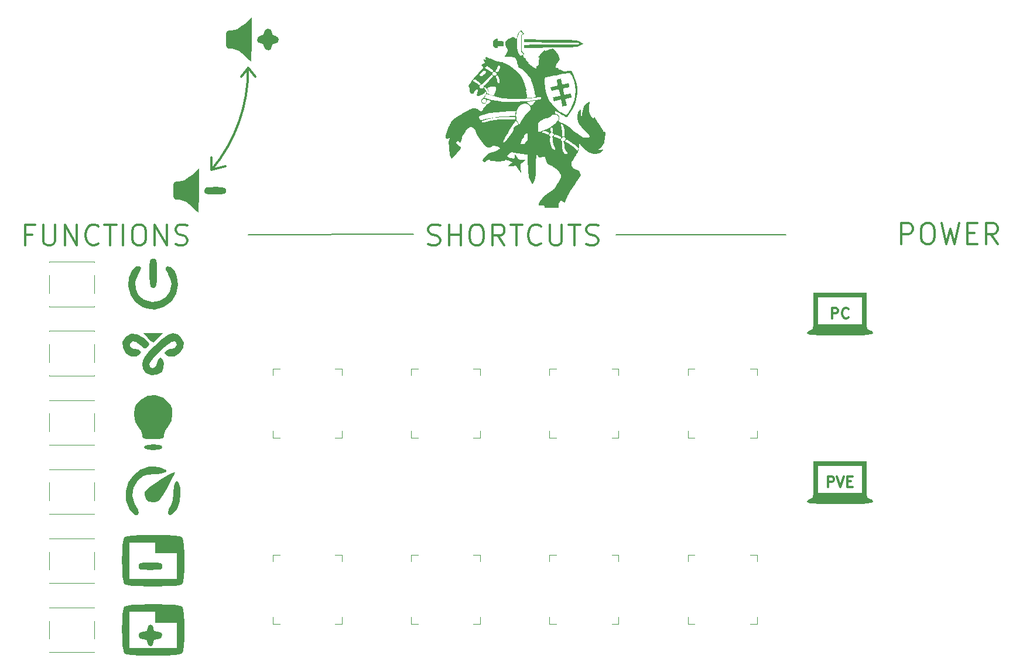
<source format=gto>
G04 #@! TF.GenerationSoftware,KiCad,Pcbnew,6.0.8*
G04 #@! TF.CreationDate,2022-10-19T16:45:40+03:00*
G04 #@! TF.ProjectId,keypad,6b657970-6164-42e6-9b69-6361645f7063,B*
G04 #@! TF.SameCoordinates,Original*
G04 #@! TF.FileFunction,Legend,Top*
G04 #@! TF.FilePolarity,Positive*
%FSLAX46Y46*%
G04 Gerber Fmt 4.6, Leading zero omitted, Abs format (unit mm)*
G04 Created by KiCad (PCBNEW 6.0.8) date 2022-10-19 16:45:40*
%MOMM*%
%LPD*%
G01*
G04 APERTURE LIST*
%ADD10C,0.300000*%
%ADD11C,0.150000*%
%ADD12C,0.120000*%
%ADD13R,1.550000X1.300000*%
%ADD14R,2.000000X1.500000*%
G04 APERTURE END LIST*
D10*
X109362265Y-67724370D02*
G75*
G03*
X114621999Y-52972000I-17364155J14504750D01*
G01*
X109362266Y-67724371D02*
X111320000Y-67196000D01*
X114621999Y-52972000D02*
X115638000Y-54242000D01*
D11*
X138498000Y-77051200D02*
X114622000Y-77102000D01*
D10*
X114621999Y-52972000D02*
X113606000Y-54242000D01*
X109362266Y-67724371D02*
X109288000Y-65926000D01*
D11*
X192346000Y-77102000D02*
X167835000Y-77127400D01*
D10*
X83430542Y-77090914D02*
X82430542Y-77090914D01*
X82430542Y-78662342D02*
X82430542Y-75662342D01*
X83859114Y-75662342D01*
X85001971Y-75662342D02*
X85001971Y-78090914D01*
X85144828Y-78376628D01*
X85287685Y-78519485D01*
X85573400Y-78662342D01*
X86144828Y-78662342D01*
X86430542Y-78519485D01*
X86573400Y-78376628D01*
X86716257Y-78090914D01*
X86716257Y-75662342D01*
X88144828Y-78662342D02*
X88144828Y-75662342D01*
X89859114Y-78662342D01*
X89859114Y-75662342D01*
X93001971Y-78376628D02*
X92859114Y-78519485D01*
X92430542Y-78662342D01*
X92144828Y-78662342D01*
X91716257Y-78519485D01*
X91430542Y-78233771D01*
X91287685Y-77948057D01*
X91144828Y-77376628D01*
X91144828Y-76948057D01*
X91287685Y-76376628D01*
X91430542Y-76090914D01*
X91716257Y-75805200D01*
X92144828Y-75662342D01*
X92430542Y-75662342D01*
X92859114Y-75805200D01*
X93001971Y-75948057D01*
X93859114Y-75662342D02*
X95573400Y-75662342D01*
X94716257Y-78662342D02*
X94716257Y-75662342D01*
X96573400Y-78662342D02*
X96573400Y-75662342D01*
X98573400Y-75662342D02*
X99144828Y-75662342D01*
X99430542Y-75805200D01*
X99716257Y-76090914D01*
X99859114Y-76662342D01*
X99859114Y-77662342D01*
X99716257Y-78233771D01*
X99430542Y-78519485D01*
X99144828Y-78662342D01*
X98573400Y-78662342D01*
X98287685Y-78519485D01*
X98001971Y-78233771D01*
X97859114Y-77662342D01*
X97859114Y-76662342D01*
X98001971Y-76090914D01*
X98287685Y-75805200D01*
X98573400Y-75662342D01*
X101144828Y-78662342D02*
X101144828Y-75662342D01*
X102859114Y-78662342D01*
X102859114Y-75662342D01*
X104144828Y-78519485D02*
X104573400Y-78662342D01*
X105287685Y-78662342D01*
X105573400Y-78519485D01*
X105716257Y-78376628D01*
X105859114Y-78090914D01*
X105859114Y-77805200D01*
X105716257Y-77519485D01*
X105573400Y-77376628D01*
X105287685Y-77233771D01*
X104716257Y-77090914D01*
X104430542Y-76948057D01*
X104287685Y-76805200D01*
X104144828Y-76519485D01*
X104144828Y-76233771D01*
X104287685Y-75948057D01*
X104430542Y-75805200D01*
X104716257Y-75662342D01*
X105430542Y-75662342D01*
X105859114Y-75805200D01*
X140690285Y-78519485D02*
X141118857Y-78662342D01*
X141833142Y-78662342D01*
X142118857Y-78519485D01*
X142261714Y-78376628D01*
X142404571Y-78090914D01*
X142404571Y-77805200D01*
X142261714Y-77519485D01*
X142118857Y-77376628D01*
X141833142Y-77233771D01*
X141261714Y-77090914D01*
X140976000Y-76948057D01*
X140833142Y-76805200D01*
X140690285Y-76519485D01*
X140690285Y-76233771D01*
X140833142Y-75948057D01*
X140976000Y-75805200D01*
X141261714Y-75662342D01*
X141976000Y-75662342D01*
X142404571Y-75805200D01*
X143690285Y-78662342D02*
X143690285Y-75662342D01*
X143690285Y-77090914D02*
X145404571Y-77090914D01*
X145404571Y-78662342D02*
X145404571Y-75662342D01*
X147404571Y-75662342D02*
X147976000Y-75662342D01*
X148261714Y-75805200D01*
X148547428Y-76090914D01*
X148690285Y-76662342D01*
X148690285Y-77662342D01*
X148547428Y-78233771D01*
X148261714Y-78519485D01*
X147976000Y-78662342D01*
X147404571Y-78662342D01*
X147118857Y-78519485D01*
X146833142Y-78233771D01*
X146690285Y-77662342D01*
X146690285Y-76662342D01*
X146833142Y-76090914D01*
X147118857Y-75805200D01*
X147404571Y-75662342D01*
X151690285Y-78662342D02*
X150690285Y-77233771D01*
X149976000Y-78662342D02*
X149976000Y-75662342D01*
X151118857Y-75662342D01*
X151404571Y-75805200D01*
X151547428Y-75948057D01*
X151690285Y-76233771D01*
X151690285Y-76662342D01*
X151547428Y-76948057D01*
X151404571Y-77090914D01*
X151118857Y-77233771D01*
X149976000Y-77233771D01*
X152547428Y-75662342D02*
X154261714Y-75662342D01*
X153404571Y-78662342D02*
X153404571Y-75662342D01*
X156976000Y-78376628D02*
X156833142Y-78519485D01*
X156404571Y-78662342D01*
X156118857Y-78662342D01*
X155690285Y-78519485D01*
X155404571Y-78233771D01*
X155261714Y-77948057D01*
X155118857Y-77376628D01*
X155118857Y-76948057D01*
X155261714Y-76376628D01*
X155404571Y-76090914D01*
X155690285Y-75805200D01*
X156118857Y-75662342D01*
X156404571Y-75662342D01*
X156833142Y-75805200D01*
X156976000Y-75948057D01*
X158261714Y-75662342D02*
X158261714Y-78090914D01*
X158404571Y-78376628D01*
X158547428Y-78519485D01*
X158833142Y-78662342D01*
X159404571Y-78662342D01*
X159690285Y-78519485D01*
X159833142Y-78376628D01*
X159976000Y-78090914D01*
X159976000Y-75662342D01*
X160976000Y-75662342D02*
X162690285Y-75662342D01*
X161833142Y-78662342D02*
X161833142Y-75662342D01*
X163547428Y-78519485D02*
X163976000Y-78662342D01*
X164690285Y-78662342D01*
X164976000Y-78519485D01*
X165118857Y-78376628D01*
X165261714Y-78090914D01*
X165261714Y-77805200D01*
X165118857Y-77519485D01*
X164976000Y-77376628D01*
X164690285Y-77233771D01*
X164118857Y-77090914D01*
X163833142Y-76948057D01*
X163690285Y-76805200D01*
X163547428Y-76519485D01*
X163547428Y-76233771D01*
X163690285Y-75948057D01*
X163833142Y-75805200D01*
X164118857Y-75662342D01*
X164833142Y-75662342D01*
X165261714Y-75805200D01*
X209039428Y-78446442D02*
X209039428Y-75446442D01*
X210182285Y-75446442D01*
X210468000Y-75589300D01*
X210610857Y-75732157D01*
X210753714Y-76017871D01*
X210753714Y-76446442D01*
X210610857Y-76732157D01*
X210468000Y-76875014D01*
X210182285Y-77017871D01*
X209039428Y-77017871D01*
X212610857Y-75446442D02*
X213182285Y-75446442D01*
X213468000Y-75589300D01*
X213753714Y-75875014D01*
X213896571Y-76446442D01*
X213896571Y-77446442D01*
X213753714Y-78017871D01*
X213468000Y-78303585D01*
X213182285Y-78446442D01*
X212610857Y-78446442D01*
X212325142Y-78303585D01*
X212039428Y-78017871D01*
X211896571Y-77446442D01*
X211896571Y-76446442D01*
X212039428Y-75875014D01*
X212325142Y-75589300D01*
X212610857Y-75446442D01*
X214896571Y-75446442D02*
X215610857Y-78446442D01*
X216182285Y-76303585D01*
X216753714Y-78446442D01*
X217468000Y-75446442D01*
X218610857Y-76875014D02*
X219610857Y-76875014D01*
X220039428Y-78446442D02*
X218610857Y-78446442D01*
X218610857Y-75446442D01*
X220039428Y-75446442D01*
X223039428Y-78446442D02*
X222039428Y-77017871D01*
X221325142Y-78446442D02*
X221325142Y-75446442D01*
X222468000Y-75446442D01*
X222753714Y-75589300D01*
X222896571Y-75732157D01*
X223039428Y-76017871D01*
X223039428Y-76446442D01*
X222896571Y-76732157D01*
X222753714Y-76875014D01*
X222468000Y-77017871D01*
X221325142Y-77017871D01*
X199058857Y-89221428D02*
X199058857Y-87697428D01*
X199639428Y-87697428D01*
X199784571Y-87770000D01*
X199857142Y-87842571D01*
X199929714Y-87987714D01*
X199929714Y-88205428D01*
X199857142Y-88350571D01*
X199784571Y-88423142D01*
X199639428Y-88495714D01*
X199058857Y-88495714D01*
X201453714Y-89076285D02*
X201381142Y-89148857D01*
X201163428Y-89221428D01*
X201018285Y-89221428D01*
X200800571Y-89148857D01*
X200655428Y-89003714D01*
X200582857Y-88858571D01*
X200510285Y-88568285D01*
X200510285Y-88350571D01*
X200582857Y-88060285D01*
X200655428Y-87915142D01*
X200800571Y-87770000D01*
X201018285Y-87697428D01*
X201163428Y-87697428D01*
X201381142Y-87770000D01*
X201453714Y-87842571D01*
X198478285Y-113605428D02*
X198478285Y-112081428D01*
X199058857Y-112081428D01*
X199204000Y-112154000D01*
X199276571Y-112226571D01*
X199349142Y-112371714D01*
X199349142Y-112589428D01*
X199276571Y-112734571D01*
X199204000Y-112807142D01*
X199058857Y-112879714D01*
X198478285Y-112879714D01*
X199784571Y-112081428D02*
X200292571Y-113605428D01*
X200800571Y-112081428D01*
X201308571Y-112807142D02*
X201816571Y-112807142D01*
X202034285Y-113605428D02*
X201308571Y-113605428D01*
X201308571Y-112081428D01*
X202034285Y-112081428D01*
G36*
X117953450Y-47507588D02*
G01*
X118040416Y-47849666D01*
X118227505Y-48291866D01*
X118569583Y-48378833D01*
X119011783Y-48565922D01*
X119098750Y-48908000D01*
X118911661Y-49350200D01*
X118569583Y-49437166D01*
X118127383Y-49624255D01*
X118040416Y-49966333D01*
X117853327Y-50408533D01*
X117511249Y-50495500D01*
X117069049Y-50308411D01*
X116982083Y-49966333D01*
X116794994Y-49524133D01*
X116452916Y-49437166D01*
X116010716Y-49250077D01*
X115923750Y-48908000D01*
X116110838Y-48465799D01*
X116452916Y-48378833D01*
X116895116Y-48191744D01*
X116982083Y-47849666D01*
X117169172Y-47407466D01*
X117511249Y-47320500D01*
X117953450Y-47507588D01*
G37*
G36*
X115130000Y-48854303D02*
G01*
X115123833Y-50091136D01*
X115107015Y-51108977D01*
X115082072Y-51806428D01*
X115051528Y-52082087D01*
X115049610Y-52082999D01*
X114835999Y-51910653D01*
X114381374Y-51471539D01*
X114071666Y-51156958D01*
X113316065Y-50513393D01*
X112605589Y-50250808D01*
X112299972Y-50230916D01*
X111782647Y-50207670D01*
X111524697Y-50046847D01*
X111435842Y-49611816D01*
X111425833Y-48908000D01*
X111441790Y-48125058D01*
X111548093Y-47734662D01*
X111832390Y-47600196D01*
X112274573Y-47585083D01*
X113007367Y-47436808D01*
X113765867Y-46937034D01*
X114126656Y-46605345D01*
X115130000Y-45625606D01*
X115130000Y-48854303D01*
G37*
D12*
X92371200Y-107510000D02*
X92371200Y-107480000D01*
X85911200Y-107510000D02*
X92371200Y-107510000D01*
X92371200Y-101050000D02*
X92371200Y-101080000D01*
X85911200Y-101080000D02*
X85911200Y-101050000D01*
X85911200Y-102980000D02*
X85911200Y-105580000D01*
X85911200Y-101050000D02*
X92371200Y-101050000D01*
X92371200Y-102980000D02*
X92371200Y-105580000D01*
X85911200Y-107510000D02*
X85911200Y-107480000D01*
X158202000Y-96486000D02*
X159202000Y-96486000D01*
X158202000Y-97486000D02*
X158202000Y-96486000D01*
X167202000Y-96486000D02*
X168202000Y-96486000D01*
X168202000Y-105486000D02*
X168202000Y-106486000D01*
X168202000Y-106486000D02*
X167202000Y-106486000D01*
X168202000Y-96486000D02*
X168202000Y-97486000D01*
X159202000Y-106486000D02*
X158202000Y-106486000D01*
X158202000Y-106486000D02*
X158202000Y-105486000D01*
X92371200Y-82980000D02*
X92371200Y-85580000D01*
X85911200Y-82980000D02*
X85911200Y-85580000D01*
X85911200Y-87510000D02*
X92371200Y-87510000D01*
X92371200Y-87510000D02*
X92371200Y-87480000D01*
X92371200Y-81050000D02*
X92371200Y-81080000D01*
X85911200Y-81050000D02*
X92371200Y-81050000D01*
X85911200Y-87510000D02*
X85911200Y-87480000D01*
X85911200Y-81080000D02*
X85911200Y-81050000D01*
X119202000Y-106486000D02*
X118202000Y-106486000D01*
X128202000Y-96486000D02*
X128202000Y-97486000D01*
X118202000Y-106486000D02*
X118202000Y-105486000D01*
X127202000Y-96486000D02*
X128202000Y-96486000D01*
X128202000Y-106486000D02*
X127202000Y-106486000D01*
X118202000Y-96486000D02*
X119202000Y-96486000D01*
X128202000Y-105486000D02*
X128202000Y-106486000D01*
X118202000Y-97486000D02*
X118202000Y-96486000D01*
G36*
X103460276Y-81764552D02*
G01*
X103976842Y-82286406D01*
X104358259Y-83127784D01*
X104535695Y-84440402D01*
X104246558Y-85695804D01*
X103546232Y-86771630D01*
X102490098Y-87545518D01*
X102325282Y-87619353D01*
X101146227Y-87942321D01*
X100037915Y-87830935D01*
X99428351Y-87608084D01*
X98353911Y-86872597D01*
X97621875Y-85819545D01*
X97288449Y-84576455D01*
X97409839Y-83270858D01*
X97453740Y-83127784D01*
X97886908Y-82208248D01*
X98411107Y-81736626D01*
X98919196Y-81728915D01*
X99143651Y-81892963D01*
X99092765Y-82208549D01*
X98791263Y-82750703D01*
X98352281Y-83875715D01*
X98370348Y-84961851D01*
X98821505Y-85899504D01*
X99621454Y-86548800D01*
X100729798Y-86867595D01*
X101786171Y-86732018D01*
X102681277Y-86207361D01*
X103305821Y-85358917D01*
X103550506Y-84251979D01*
X103550844Y-84201404D01*
X103414604Y-83590457D01*
X103081797Y-82854727D01*
X103020736Y-82750703D01*
X102703121Y-82170686D01*
X102677398Y-81874410D01*
X102892803Y-81728915D01*
X103460276Y-81764552D01*
G37*
G36*
X101169653Y-80620023D02*
G01*
X101327667Y-80823557D01*
X101406652Y-81292876D01*
X101433219Y-82134424D01*
X101435166Y-82692500D01*
X101424119Y-83747114D01*
X101373235Y-84379170D01*
X101255905Y-84695110D01*
X101045518Y-84801377D01*
X100906000Y-84809166D01*
X100642346Y-84764976D01*
X100484332Y-84561442D01*
X100405347Y-84092123D01*
X100378780Y-83250575D01*
X100376833Y-82692500D01*
X100387880Y-81637885D01*
X100438764Y-81005829D01*
X100556094Y-80689889D01*
X100766481Y-80583622D01*
X100906000Y-80575833D01*
X101169653Y-80620023D01*
G37*
G36*
X100832338Y-133706831D02*
G01*
X100906000Y-134015416D01*
X101061027Y-134430369D01*
X101567458Y-134544583D01*
X102086149Y-134668605D01*
X102228916Y-135073750D01*
X102073889Y-135488702D01*
X101567458Y-135602916D01*
X101048767Y-135726938D01*
X100906000Y-136132083D01*
X100740563Y-136563034D01*
X100509125Y-136661249D01*
X100185911Y-136440668D01*
X100112249Y-136132083D01*
X99957222Y-135717130D01*
X99450791Y-135602916D01*
X98932100Y-135478894D01*
X98789333Y-135073750D01*
X98944360Y-134658797D01*
X99450791Y-134544583D01*
X99969482Y-134420561D01*
X100112249Y-134015416D01*
X100277686Y-133584465D01*
X100509125Y-133486249D01*
X100832338Y-133706831D01*
G37*
G36*
X96415896Y-135395388D02*
G01*
X96397269Y-134208052D01*
X96420944Y-133028704D01*
X96486920Y-131991209D01*
X96595197Y-131229431D01*
X96725583Y-130893333D01*
X97118695Y-130761226D01*
X97921749Y-130662406D01*
X99016569Y-130596870D01*
X100284976Y-130564620D01*
X101608795Y-130565656D01*
X102869848Y-130599977D01*
X103949959Y-130667584D01*
X104730950Y-130768476D01*
X105086416Y-130893333D01*
X105231946Y-131301439D01*
X105335175Y-132103154D01*
X105396103Y-133164611D01*
X105414730Y-134351947D01*
X105391055Y-135531295D01*
X105325079Y-136568790D01*
X105216802Y-137330568D01*
X105086416Y-137666666D01*
X104693304Y-137798773D01*
X103890250Y-137897593D01*
X102795430Y-137963129D01*
X101527023Y-137995379D01*
X100203204Y-137994343D01*
X98942151Y-137960022D01*
X97862040Y-137892415D01*
X97081049Y-137791523D01*
X96725583Y-137666666D01*
X96580053Y-137258560D01*
X96537211Y-136925833D01*
X97466416Y-136925833D01*
X104345583Y-136925833D01*
X104345583Y-133221666D01*
X101170583Y-133221666D01*
X101170583Y-131634166D01*
X97466416Y-131634166D01*
X97466416Y-136925833D01*
X96537211Y-136925833D01*
X96476824Y-136456845D01*
X96415896Y-135395388D01*
G37*
X187202000Y-96486000D02*
X188202000Y-96486000D01*
X178202000Y-106486000D02*
X178202000Y-105486000D01*
X188202000Y-105486000D02*
X188202000Y-106486000D01*
X188202000Y-106486000D02*
X187202000Y-106486000D01*
X188202000Y-96486000D02*
X188202000Y-97486000D01*
X179202000Y-106486000D02*
X178202000Y-106486000D01*
X178202000Y-97486000D02*
X178202000Y-96486000D01*
X178202000Y-96486000D02*
X179202000Y-96486000D01*
X85911200Y-91080000D02*
X85911200Y-91050000D01*
X85911200Y-97510000D02*
X85911200Y-97480000D01*
X85911200Y-91050000D02*
X92371200Y-91050000D01*
X85911200Y-97510000D02*
X92371200Y-97510000D01*
X85911200Y-92980000D02*
X85911200Y-95580000D01*
X92371200Y-97510000D02*
X92371200Y-97480000D01*
X92371200Y-91050000D02*
X92371200Y-91080000D01*
X92371200Y-92980000D02*
X92371200Y-95580000D01*
G36*
X196383541Y-88201618D02*
G01*
X196383541Y-85489291D01*
X204056458Y-85489291D01*
X204056458Y-88201618D01*
X204065655Y-89431543D01*
X204103784Y-90225058D01*
X204186655Y-90674755D01*
X204330076Y-90873226D01*
X204519479Y-90913597D01*
X204910892Y-91098817D01*
X204982500Y-91310124D01*
X204915514Y-91453538D01*
X204669387Y-91558508D01*
X204176366Y-91630680D01*
X203368694Y-91675700D01*
X202178618Y-91699214D01*
X200538383Y-91706869D01*
X200220000Y-91706999D01*
X198499032Y-91701417D01*
X197239395Y-91680907D01*
X196373334Y-91639822D01*
X195833095Y-91572516D01*
X195550923Y-91473343D01*
X195459064Y-91336656D01*
X195457500Y-91310124D01*
X195673932Y-90974790D01*
X195920520Y-90913597D01*
X196130482Y-90859880D01*
X196265948Y-90636623D01*
X196342726Y-90151233D01*
X196344006Y-90119500D01*
X197045000Y-90119500D01*
X203394999Y-90119500D01*
X203394999Y-86150750D01*
X197045000Y-86150750D01*
X197045000Y-90119500D01*
X196344006Y-90119500D01*
X196376625Y-89311116D01*
X196383541Y-88201618D01*
G37*
G36*
X101737933Y-107497487D02*
G01*
X102144262Y-107644588D01*
X102228916Y-107851874D01*
X102087293Y-108101454D01*
X101596956Y-108223353D01*
X100906000Y-108248750D01*
X100074066Y-108206262D01*
X99667737Y-108059161D01*
X99583083Y-107851874D01*
X99724706Y-107602295D01*
X100215043Y-107480396D01*
X100906000Y-107454999D01*
X101737933Y-107497487D01*
G37*
G36*
X102272669Y-100677926D02*
G01*
X102820054Y-101083296D01*
X103387271Y-101683313D01*
X103635053Y-102294560D01*
X103684124Y-103046355D01*
X103570230Y-104044945D01*
X103182974Y-104765219D01*
X103088812Y-104871049D01*
X102667715Y-105489791D01*
X102493500Y-106082990D01*
X102446778Y-106404570D01*
X102224699Y-106578280D01*
X101704390Y-106648877D01*
X100906000Y-106661249D01*
X100023164Y-106644231D01*
X99546277Y-106563337D01*
X99352466Y-106373810D01*
X99318500Y-106082990D01*
X99142967Y-105487109D01*
X98723187Y-104871049D01*
X98284652Y-104176387D01*
X98130673Y-103237719D01*
X98127874Y-103046355D01*
X98195497Y-102204097D01*
X98478333Y-101609848D01*
X98991945Y-101083296D01*
X100056988Y-100432172D01*
X101172756Y-100297048D01*
X102272669Y-100677926D01*
G37*
X187202000Y-123410000D02*
X188202000Y-123410000D01*
X188202000Y-123410000D02*
X188202000Y-124410000D01*
X178202000Y-123410000D02*
X179202000Y-123410000D01*
X178202000Y-133410000D02*
X178202000Y-132410000D01*
X178202000Y-124410000D02*
X178202000Y-123410000D01*
X179202000Y-133410000D02*
X178202000Y-133410000D01*
X188202000Y-133410000D02*
X187202000Y-133410000D01*
X188202000Y-132410000D02*
X188202000Y-133410000D01*
X158202000Y-124410000D02*
X158202000Y-123410000D01*
X168202000Y-123410000D02*
X168202000Y-124410000D01*
X158202000Y-123410000D02*
X159202000Y-123410000D01*
X167202000Y-123410000D02*
X168202000Y-123410000D01*
X168202000Y-132410000D02*
X168202000Y-133410000D01*
X158202000Y-133410000D02*
X158202000Y-132410000D01*
X168202000Y-133410000D02*
X167202000Y-133410000D01*
X159202000Y-133410000D02*
X158202000Y-133410000D01*
X92371200Y-117510000D02*
X92371200Y-117480000D01*
X85911200Y-117510000D02*
X92371200Y-117510000D01*
X85911200Y-111050000D02*
X92371200Y-111050000D01*
X85911200Y-117510000D02*
X85911200Y-117480000D01*
X92371200Y-111050000D02*
X92371200Y-111080000D01*
X92371200Y-112980000D02*
X92371200Y-115580000D01*
X85911200Y-112980000D02*
X85911200Y-115580000D01*
X85911200Y-111080000D02*
X85911200Y-111050000D01*
X138202000Y-96486000D02*
X139202000Y-96486000D01*
X148202000Y-106486000D02*
X147202000Y-106486000D01*
X138202000Y-106486000D02*
X138202000Y-105486000D01*
X138202000Y-97486000D02*
X138202000Y-96486000D01*
X148202000Y-105486000D02*
X148202000Y-106486000D01*
X148202000Y-96486000D02*
X148202000Y-97486000D01*
X147202000Y-96486000D02*
X148202000Y-96486000D01*
X139202000Y-106486000D02*
X138202000Y-106486000D01*
X128202000Y-132410000D02*
X128202000Y-133410000D01*
X118202000Y-133410000D02*
X118202000Y-132410000D01*
X118202000Y-123410000D02*
X119202000Y-123410000D01*
X118202000Y-124410000D02*
X118202000Y-123410000D01*
X119202000Y-133410000D02*
X118202000Y-133410000D01*
X128202000Y-123410000D02*
X128202000Y-124410000D01*
X127202000Y-123410000D02*
X128202000Y-123410000D01*
X128202000Y-133410000D02*
X127202000Y-133410000D01*
G36*
X196383541Y-112585618D02*
G01*
X196383541Y-109873291D01*
X204056458Y-109873291D01*
X204056458Y-112585618D01*
X204065655Y-113815543D01*
X204103784Y-114609058D01*
X204186655Y-115058755D01*
X204330076Y-115257226D01*
X204519479Y-115297597D01*
X204910892Y-115482817D01*
X204982500Y-115694124D01*
X204915514Y-115837538D01*
X204669387Y-115942508D01*
X204176366Y-116014680D01*
X203368694Y-116059700D01*
X202178618Y-116083214D01*
X200538383Y-116090869D01*
X200220000Y-116090999D01*
X198499032Y-116085417D01*
X197239395Y-116064907D01*
X196373334Y-116023822D01*
X195833095Y-115956516D01*
X195550923Y-115857343D01*
X195459064Y-115720656D01*
X195457500Y-115694124D01*
X195673932Y-115358790D01*
X195920520Y-115297597D01*
X196130482Y-115243880D01*
X196265948Y-115020623D01*
X196342726Y-114535233D01*
X196344006Y-114503500D01*
X197045000Y-114503500D01*
X203394999Y-114503500D01*
X203394999Y-110534750D01*
X197045000Y-110534750D01*
X197045000Y-114503500D01*
X196344006Y-114503500D01*
X196376625Y-113695116D01*
X196383541Y-112585618D01*
G37*
G36*
X148346470Y-63589948D02*
G01*
X148090345Y-63257163D01*
X147892634Y-62974263D01*
X147746701Y-62731259D01*
X147645910Y-62518158D01*
X147594525Y-62366857D01*
X147471428Y-62028107D01*
X147317714Y-61777380D01*
X147138293Y-61616790D01*
X146938076Y-61548449D01*
X146721973Y-61574472D01*
X146494896Y-61696971D01*
X146344226Y-61828838D01*
X146192071Y-61998461D01*
X146024862Y-62210582D01*
X145861019Y-62438981D01*
X145718963Y-62657442D01*
X145617112Y-62839746D01*
X145589020Y-62903754D01*
X145553304Y-63050283D01*
X145536125Y-63222901D01*
X145535854Y-63243737D01*
X145502849Y-63468882D01*
X145414682Y-63668970D01*
X145320050Y-63780015D01*
X145257425Y-63806553D01*
X145196090Y-63757682D01*
X145165296Y-63713874D01*
X145054999Y-63609968D01*
X144934387Y-63600495D01*
X144821737Y-63686218D01*
X144812265Y-63699125D01*
X144746567Y-63825409D01*
X144753311Y-63932965D01*
X144839889Y-64039978D01*
X144997294Y-64154153D01*
X145210591Y-64304384D01*
X145356651Y-64435246D01*
X145426395Y-64537754D01*
X145428274Y-64580754D01*
X145390774Y-64631536D01*
X145296741Y-64744330D01*
X145156741Y-64906880D01*
X144981341Y-65106931D01*
X144781107Y-65332230D01*
X144759326Y-65356569D01*
X144108044Y-66083844D01*
X143969160Y-65946350D01*
X143918956Y-65892129D01*
X143880091Y-65831981D01*
X143848922Y-65750137D01*
X143821809Y-65630828D01*
X143795114Y-65458285D01*
X143765194Y-65216738D01*
X143731191Y-64915509D01*
X143688319Y-64514358D01*
X143658978Y-64197564D01*
X143642943Y-63950431D01*
X143639986Y-63758265D01*
X143649878Y-63606370D01*
X143672394Y-63480050D01*
X143707197Y-63364914D01*
X143746506Y-63238404D01*
X143760576Y-63157948D01*
X143757812Y-63146790D01*
X143703042Y-63149730D01*
X143586334Y-63179740D01*
X143510465Y-63204039D01*
X143374419Y-63242623D01*
X143283211Y-63254099D01*
X143263836Y-63247162D01*
X143237132Y-63181107D01*
X143195351Y-63060476D01*
X143184616Y-63027626D01*
X143165687Y-62958606D01*
X143159279Y-62889050D01*
X143169543Y-62804062D01*
X143200634Y-62688743D01*
X143256704Y-62528196D01*
X143341907Y-62307526D01*
X143460395Y-62011834D01*
X143484312Y-61952626D01*
X143633978Y-61584312D01*
X143753431Y-61296654D01*
X143848881Y-61077148D01*
X143926542Y-60913291D01*
X143992625Y-60792580D01*
X144047337Y-60711418D01*
X148417548Y-60711418D01*
X148436042Y-60777497D01*
X148440778Y-60786515D01*
X148482104Y-60844062D01*
X148541707Y-60875012D01*
X148636688Y-60878794D01*
X148784148Y-60854838D01*
X149001189Y-60802571D01*
X149151864Y-60762772D01*
X149702900Y-60632623D01*
X150269850Y-60535583D01*
X150873834Y-60469245D01*
X151535968Y-60431199D01*
X152163681Y-60419291D01*
X153305708Y-60414176D01*
X153290900Y-60263588D01*
X153280102Y-60188721D01*
X153251751Y-60141957D01*
X153184754Y-60113900D01*
X153058015Y-60095153D01*
X152875302Y-60078463D01*
X152626230Y-60067290D01*
X152300702Y-60067984D01*
X151921598Y-60079330D01*
X151511800Y-60100114D01*
X151094187Y-60129122D01*
X150691641Y-60165138D01*
X150327041Y-60206949D01*
X150245125Y-60218077D01*
X149871321Y-60278130D01*
X149494863Y-60351803D01*
X149140615Y-60433324D01*
X148833443Y-60516916D01*
X148598211Y-60596805D01*
X148576787Y-60605539D01*
X148458491Y-60662045D01*
X148417548Y-60711418D01*
X144047337Y-60711418D01*
X144053341Y-60702512D01*
X144114902Y-60630584D01*
X144166079Y-60580355D01*
X144306432Y-60465367D01*
X144515105Y-60315067D01*
X144777359Y-60138348D01*
X144799468Y-60124085D01*
X147990687Y-60124085D01*
X148020382Y-60209862D01*
X148093016Y-60325566D01*
X148183913Y-60439235D01*
X148268397Y-60518907D01*
X148309749Y-60537355D01*
X148376504Y-60525514D01*
X148521367Y-60493414D01*
X148725347Y-60445456D01*
X148969451Y-60386045D01*
X149067807Y-60361624D01*
X150099766Y-60150406D01*
X151169325Y-60023454D01*
X152262367Y-59979643D01*
X152558907Y-59976465D01*
X152819659Y-59969837D01*
X153028598Y-59960482D01*
X153169694Y-59949120D01*
X153226921Y-59936472D01*
X153227088Y-59936230D01*
X153245009Y-59868579D01*
X153245899Y-59863000D01*
X153386350Y-59863000D01*
X153406292Y-60227744D01*
X153469107Y-60523799D01*
X153581631Y-60775786D01*
X153680412Y-60922066D01*
X153786156Y-61044296D01*
X153857974Y-61082113D01*
X153908083Y-61039873D01*
X153922260Y-61008267D01*
X153989525Y-60875766D01*
X154107643Y-60684963D01*
X154263222Y-60454296D01*
X154442872Y-60202204D01*
X154633200Y-59947123D01*
X154820815Y-59707491D01*
X154992326Y-59501746D01*
X155110314Y-59372527D01*
X155282624Y-59193432D01*
X155395145Y-59067247D01*
X155459053Y-58976285D01*
X155485524Y-58902860D01*
X155485734Y-58829286D01*
X155479666Y-58788000D01*
X155394196Y-58533996D01*
X155243716Y-58341504D01*
X155043418Y-58212096D01*
X154808499Y-58147346D01*
X154554150Y-58148827D01*
X154295567Y-58218113D01*
X154047942Y-58356776D01*
X153826471Y-58566390D01*
X153789633Y-58613000D01*
X153587198Y-58925943D01*
X153459863Y-59240865D01*
X153397251Y-59589929D01*
X153386350Y-59863000D01*
X153245899Y-59863000D01*
X153266597Y-59733198D01*
X153283551Y-59592253D01*
X153315414Y-59288000D01*
X152411853Y-59288000D01*
X151424921Y-59317107D01*
X150470339Y-59402967D01*
X149565464Y-59543390D01*
X148727654Y-59736182D01*
X148616973Y-59767149D01*
X148335238Y-59856761D01*
X148143440Y-59940298D01*
X148031985Y-60023227D01*
X147991285Y-60111014D01*
X147990687Y-60124085D01*
X144799468Y-60124085D01*
X145078453Y-59944103D01*
X145403648Y-59741223D01*
X145738202Y-59538601D01*
X146067376Y-59345131D01*
X146376430Y-59169704D01*
X146650623Y-59021213D01*
X146875216Y-58908551D01*
X147035467Y-58840610D01*
X147065506Y-58831166D01*
X147252427Y-58819572D01*
X147487681Y-58863222D01*
X147742885Y-58953038D01*
X147989652Y-59079942D01*
X148119440Y-59168264D01*
X148343023Y-59338593D01*
X148489683Y-59125796D01*
X148593557Y-58974144D01*
X148724811Y-58781248D01*
X148854818Y-58589184D01*
X149007054Y-58385245D01*
X149154871Y-58242922D01*
X149331128Y-58131009D01*
X149344970Y-58123721D01*
X149470670Y-58050500D01*
X154905063Y-58050500D01*
X154944542Y-58084646D01*
X154972646Y-58088000D01*
X155048181Y-58116751D01*
X155169318Y-58190655D01*
X155260713Y-58256579D01*
X155480430Y-58425158D01*
X155682377Y-58286711D01*
X155847105Y-58161458D01*
X156008307Y-58020266D01*
X156045592Y-57983640D01*
X156161237Y-57854733D01*
X156197819Y-57779706D01*
X156155288Y-57750938D01*
X156044040Y-57759124D01*
X155919830Y-57776933D01*
X155730322Y-57802098D01*
X155509709Y-57830118D01*
X155431174Y-57839803D01*
X155185634Y-57876204D01*
X155025849Y-57917561D01*
X154937381Y-57969654D01*
X154905792Y-58038268D01*
X154905063Y-58050500D01*
X149470670Y-58050500D01*
X149555838Y-58000889D01*
X149670906Y-57899342D01*
X149691104Y-57814280D01*
X149617359Y-57740899D01*
X149450601Y-57674396D01*
X149432847Y-57669106D01*
X149288493Y-57628711D01*
X149192321Y-57605312D01*
X149168611Y-57602845D01*
X149094138Y-57831213D01*
X149027432Y-57981832D01*
X148957158Y-58075118D01*
X148876194Y-58129505D01*
X148709583Y-58161758D01*
X148541421Y-58120960D01*
X148411793Y-58019059D01*
X148389561Y-57984429D01*
X148335924Y-57794390D01*
X148348477Y-57744584D01*
X148443466Y-57744584D01*
X148461430Y-57892582D01*
X148549844Y-58008015D01*
X148550178Y-58008249D01*
X148662713Y-58068241D01*
X148742166Y-58088000D01*
X148839889Y-58060652D01*
X148934154Y-58008249D01*
X149022761Y-57892950D01*
X149040908Y-57744993D01*
X148992219Y-57599047D01*
X148880318Y-57489782D01*
X148879937Y-57489570D01*
X148770668Y-57441149D01*
X148681490Y-57451189D01*
X148604395Y-57489570D01*
X148492329Y-57598690D01*
X148443466Y-57744584D01*
X148348477Y-57744584D01*
X148382084Y-57611244D01*
X148527824Y-57435813D01*
X148535223Y-57429396D01*
X148626820Y-57330609D01*
X148794560Y-57330609D01*
X149106529Y-57431913D01*
X149828591Y-57627998D01*
X150628971Y-57774312D01*
X151498781Y-57870328D01*
X152429133Y-57915523D01*
X153411138Y-57909369D01*
X154435908Y-57851341D01*
X155108332Y-57786933D01*
X155597759Y-57731738D01*
X155996474Y-57683899D01*
X156313522Y-57641401D01*
X156557947Y-57602229D01*
X156738794Y-57564368D01*
X156865107Y-57525803D01*
X156945931Y-57484519D01*
X156990310Y-57438500D01*
X157007289Y-57385732D01*
X157008438Y-57363606D01*
X156995192Y-57296173D01*
X156948157Y-57250147D01*
X156856386Y-57225113D01*
X156708932Y-57220656D01*
X156494850Y-57236361D01*
X156203193Y-57271815D01*
X155865084Y-57320301D01*
X155581330Y-57361602D01*
X155335932Y-57393922D01*
X155110014Y-57418362D01*
X154884703Y-57436024D01*
X154641123Y-57448008D01*
X154360399Y-57455416D01*
X154023658Y-57459348D01*
X153612024Y-57460905D01*
X153451436Y-57461089D01*
X152983567Y-57460249D01*
X152600429Y-57456500D01*
X152286584Y-57449159D01*
X152026591Y-57437543D01*
X151805009Y-57420971D01*
X151606400Y-57398759D01*
X151422442Y-57371403D01*
X150736807Y-57241559D01*
X150117891Y-57086666D01*
X149533561Y-56898005D01*
X149183400Y-56763841D01*
X149126537Y-56764202D01*
X149065054Y-56822766D01*
X148985906Y-56954192D01*
X148946579Y-57030054D01*
X148794560Y-57330609D01*
X148626820Y-57330609D01*
X148660838Y-57293920D01*
X148790523Y-57109734D01*
X148907885Y-56906029D01*
X148996533Y-56711996D01*
X149040076Y-56556825D01*
X149041991Y-56526925D01*
X149025944Y-56382435D01*
X148982915Y-56333255D01*
X148916691Y-56379528D01*
X148832223Y-56519049D01*
X148662381Y-56754863D01*
X148423394Y-56918638D01*
X148114832Y-57010644D01*
X148021457Y-57023018D01*
X147863104Y-57035156D01*
X147776273Y-57025062D01*
X147733468Y-56985791D01*
X147717792Y-56946325D01*
X147713373Y-56817143D01*
X147737239Y-56743510D01*
X147767109Y-56629601D01*
X147758987Y-56564759D01*
X147766835Y-56468848D01*
X147819684Y-56383210D01*
X147872602Y-56268034D01*
X147841166Y-56162271D01*
X147735776Y-56099486D01*
X147731478Y-56098598D01*
X147626648Y-56121565D01*
X147509197Y-56206614D01*
X147410322Y-56325892D01*
X147366181Y-56424709D01*
X147281753Y-56611936D01*
X147142882Y-56715302D01*
X147005263Y-56738000D01*
X146846375Y-56692585D01*
X146726938Y-56564860D01*
X146655383Y-56367600D01*
X146638211Y-56181786D01*
X146621379Y-55985718D01*
X146579889Y-55789838D01*
X146567242Y-55750349D01*
X146550262Y-55693539D01*
X148090884Y-55693539D01*
X148134540Y-55818056D01*
X148242006Y-55925698D01*
X148378029Y-55984588D01*
X148416525Y-55988000D01*
X148546113Y-55953224D01*
X148621855Y-55901686D01*
X148765354Y-55901686D01*
X148823642Y-56027247D01*
X148909180Y-56135380D01*
X149020448Y-56285286D01*
X149100656Y-56442380D01*
X149120330Y-56508311D01*
X149178170Y-56650994D01*
X149272575Y-56722644D01*
X149383086Y-56711167D01*
X149420901Y-56686008D01*
X149477871Y-56655631D01*
X149493542Y-56711792D01*
X149493645Y-56723099D01*
X149524198Y-56796626D01*
X149627173Y-56860376D01*
X149731614Y-56899440D01*
X149924968Y-56958153D01*
X150049711Y-56974939D01*
X150130053Y-56945531D01*
X150190202Y-56865665D01*
X150216218Y-56814051D01*
X150361425Y-56459214D01*
X150434145Y-56153842D01*
X150444752Y-55994213D01*
X150434931Y-55801129D01*
X150397100Y-55692411D01*
X150316314Y-55653278D01*
X150177629Y-55668952D01*
X150127841Y-55680782D01*
X149929545Y-55717595D01*
X149723587Y-55737074D01*
X149680588Y-55738000D01*
X149507066Y-55756385D01*
X149385563Y-55821848D01*
X149348848Y-55857158D01*
X149236684Y-55976317D01*
X149340115Y-56168918D01*
X149403818Y-56312094D01*
X149436932Y-56435075D01*
X149438369Y-56462259D01*
X149424902Y-56484000D01*
X149396949Y-56421538D01*
X149382311Y-56371352D01*
X149319929Y-56228186D01*
X149215823Y-56073043D01*
X149091990Y-55931148D01*
X148970427Y-55827726D01*
X148873597Y-55788000D01*
X148781629Y-55818260D01*
X148765354Y-55901686D01*
X148621855Y-55901686D01*
X148641969Y-55888000D01*
X148730232Y-55746926D01*
X148718896Y-55597868D01*
X148651466Y-55487289D01*
X148525268Y-55398357D01*
X148377399Y-55385299D01*
X148236571Y-55437550D01*
X148131498Y-55544546D01*
X148090884Y-55693539D01*
X146550262Y-55693539D01*
X146526479Y-55613967D01*
X146529170Y-55520603D01*
X146578216Y-55421833D01*
X146587834Y-55406563D01*
X146798548Y-55102181D01*
X147024349Y-54810585D01*
X147139010Y-54810585D01*
X147179626Y-54862656D01*
X147283025Y-54936368D01*
X147355567Y-54977828D01*
X147519855Y-55077217D01*
X147706047Y-55207589D01*
X147811060Y-55289542D01*
X147981310Y-55409739D01*
X148109748Y-55448102D01*
X148210417Y-55405818D01*
X148272082Y-55328549D01*
X148265593Y-55297252D01*
X148517238Y-55297252D01*
X148638975Y-55395635D01*
X148760713Y-55494017D01*
X149412635Y-54843378D01*
X149641757Y-54614112D01*
X149808086Y-54444423D01*
X149919799Y-54323298D01*
X149956653Y-54276111D01*
X150465048Y-54276111D01*
X150495256Y-54379243D01*
X150537206Y-54480110D01*
X150605722Y-54665604D01*
X150658749Y-54854347D01*
X150670538Y-54913000D01*
X150702801Y-55090172D01*
X150733174Y-55187198D01*
X150773630Y-55222967D01*
X150836142Y-55216373D01*
X150858586Y-55209708D01*
X150958744Y-55164957D01*
X150999874Y-55130754D01*
X151018133Y-55034727D01*
X151006600Y-54875460D01*
X150971333Y-54683095D01*
X150918389Y-54487772D01*
X150853825Y-54319633D01*
X150826302Y-54267078D01*
X150727239Y-54108019D01*
X150657263Y-54030594D01*
X150600542Y-54027051D01*
X150541244Y-54089635D01*
X150521965Y-54118040D01*
X150474478Y-54201557D01*
X150465048Y-54276111D01*
X149956653Y-54276111D01*
X149985073Y-54239723D01*
X150012084Y-54182687D01*
X150009011Y-54141175D01*
X149984031Y-54104175D01*
X149971731Y-54090369D01*
X149926950Y-54039147D01*
X149889281Y-54004021D01*
X149848873Y-53992012D01*
X149795875Y-54010143D01*
X149720436Y-54065438D01*
X149612705Y-54164919D01*
X149462829Y-54315608D01*
X149260959Y-54524529D01*
X149039218Y-54755126D01*
X148517238Y-55297252D01*
X148265593Y-55297252D01*
X148258494Y-55263011D01*
X148176358Y-55163267D01*
X148044798Y-55043532D01*
X147882933Y-54918017D01*
X147709885Y-54800939D01*
X147544775Y-54706510D01*
X147406725Y-54648944D01*
X147343114Y-54638000D01*
X147233548Y-54673839D01*
X147154003Y-54756481D01*
X147139010Y-54810585D01*
X147024349Y-54810585D01*
X147083276Y-54734488D01*
X147440285Y-54305632D01*
X147669583Y-54043983D01*
X148090884Y-54043983D01*
X148134469Y-54098335D01*
X148240737Y-54149337D01*
X148372954Y-54181167D01*
X148417905Y-54184830D01*
X148510579Y-54146534D01*
X148645766Y-54033821D01*
X148781120Y-53891349D01*
X148835242Y-53827292D01*
X149946669Y-53827292D01*
X149979494Y-53977785D01*
X150027445Y-54046562D01*
X150158172Y-54124000D01*
X150314971Y-54126351D01*
X150454099Y-54055250D01*
X150533446Y-53926832D01*
X150536226Y-53781200D01*
X150474114Y-53648512D01*
X150358788Y-53558922D01*
X150253829Y-53538000D01*
X150096275Y-53579457D01*
X149989742Y-53685202D01*
X149946669Y-53827292D01*
X148835242Y-53827292D01*
X148904494Y-53745328D01*
X148996545Y-53624693D01*
X149040984Y-53551122D01*
X149042758Y-53543108D01*
X148998653Y-53475025D01*
X148889916Y-53417871D01*
X148751910Y-53388896D01*
X148724746Y-53388000D01*
X148631901Y-53415047D01*
X148517826Y-53503765D01*
X148368371Y-53665516D01*
X148345713Y-53692372D01*
X148225822Y-53841162D01*
X148136246Y-53962982D01*
X148092726Y-54036107D01*
X148090884Y-54043983D01*
X147669583Y-54043983D01*
X147867838Y-53817756D01*
X147915539Y-53764544D01*
X148125781Y-53528346D01*
X148312195Y-53314870D01*
X148464629Y-53136075D01*
X148572934Y-53003916D01*
X148624001Y-52934379D01*
X148892462Y-52934379D01*
X148932644Y-52980552D01*
X149037002Y-53055826D01*
X149155480Y-53127900D01*
X149343992Y-53246865D01*
X149533145Y-53384576D01*
X149618892Y-53455591D01*
X149761242Y-53573946D01*
X149858757Y-53624534D01*
X149935763Y-53611946D01*
X150016585Y-53540773D01*
X150024441Y-53532135D01*
X150069628Y-53476565D01*
X150079690Y-53428415D01*
X150078720Y-53426758D01*
X150403651Y-53426758D01*
X150445837Y-53509637D01*
X150467914Y-53535073D01*
X150573335Y-53621819D01*
X150669416Y-53619727D01*
X150781994Y-53528014D01*
X150784367Y-53525500D01*
X150890944Y-53379012D01*
X150990443Y-53187865D01*
X151064719Y-52992623D01*
X151095628Y-52833849D01*
X151095701Y-52829472D01*
X151076035Y-52727553D01*
X150995444Y-52675611D01*
X150947728Y-52663267D01*
X150795359Y-52651000D01*
X150715005Y-52701556D01*
X150696012Y-52792942D01*
X150669539Y-52904926D01*
X150600568Y-53065080D01*
X150504775Y-53240153D01*
X150434576Y-53347573D01*
X150403651Y-53426758D01*
X150078720Y-53426758D01*
X150044370Y-53368080D01*
X149953410Y-53275957D01*
X149832331Y-53164963D01*
X149662576Y-53022907D01*
X149489661Y-52897847D01*
X149349961Y-52816006D01*
X149345539Y-52813985D01*
X149215290Y-52760849D01*
X149131777Y-52751937D01*
X149052306Y-52786376D01*
X149019378Y-52807310D01*
X148929309Y-52879307D01*
X148892462Y-52934379D01*
X148624001Y-52934379D01*
X148626958Y-52930353D01*
X148631021Y-52921690D01*
X148606551Y-52851259D01*
X148528283Y-52750059D01*
X148493595Y-52714837D01*
X148342066Y-52569950D01*
X148646851Y-52398527D01*
X148951635Y-52227105D01*
X148790175Y-52060848D01*
X148693327Y-51929297D01*
X148663513Y-51819504D01*
X148694244Y-51749358D01*
X148779029Y-51736750D01*
X148890070Y-51785466D01*
X148978265Y-51815519D01*
X149009001Y-51773563D01*
X148971486Y-51676083D01*
X148966630Y-51668524D01*
X148919705Y-51577745D01*
X148941106Y-51513495D01*
X148985912Y-51469094D01*
X149053939Y-51418061D01*
X149118500Y-51416239D01*
X149219085Y-51465851D01*
X149250109Y-51483971D01*
X149402630Y-51554381D01*
X149594688Y-51618318D01*
X149683936Y-51640508D01*
X149877523Y-51702709D01*
X150089714Y-51801406D01*
X150209088Y-51872444D01*
X150351140Y-51960669D01*
X150481164Y-52018207D01*
X150632940Y-52055372D01*
X150840245Y-52082477D01*
X150923956Y-52090723D01*
X151183733Y-52117859D01*
X151360704Y-52144405D01*
X151472123Y-52175011D01*
X151535242Y-52214327D01*
X151566117Y-52263810D01*
X151625756Y-52308472D01*
X151754793Y-52356593D01*
X151900545Y-52392414D01*
X152124910Y-52454329D01*
X152283869Y-52535357D01*
X152316605Y-52563532D01*
X152408332Y-52641208D01*
X152557993Y-52751039D01*
X152738006Y-52873070D01*
X152797693Y-52911550D01*
X153202820Y-53206744D01*
X153581401Y-53554280D01*
X153916603Y-53934764D01*
X154191595Y-54328800D01*
X154389545Y-54716995D01*
X154409981Y-54769317D01*
X154476364Y-54924690D01*
X154541953Y-55043955D01*
X154575375Y-55085283D01*
X154622072Y-55176507D01*
X154619798Y-55231978D01*
X154623568Y-55326125D01*
X154656288Y-55479737D01*
X154708002Y-55660125D01*
X154768755Y-55834601D01*
X154828593Y-55970476D01*
X154859644Y-56019550D01*
X154886871Y-56096405D01*
X154841715Y-56200762D01*
X154836186Y-56209297D01*
X154787974Y-56300028D01*
X154786595Y-56384840D01*
X154831475Y-56510842D01*
X154832493Y-56513278D01*
X154878727Y-56663911D01*
X154918945Y-56863869D01*
X154938824Y-57016730D01*
X154968884Y-57338000D01*
X155174558Y-57334747D01*
X155325933Y-57325602D01*
X155533997Y-57304508D01*
X155756579Y-57275812D01*
X155781022Y-57272247D01*
X155982823Y-57239307D01*
X156105395Y-57208410D01*
X156169181Y-57171355D01*
X156194623Y-57119945D01*
X156197188Y-57105312D01*
X156187380Y-57034061D01*
X156153475Y-56882737D01*
X156099867Y-56667137D01*
X156030952Y-56403060D01*
X155951124Y-56106303D01*
X155864778Y-55792665D01*
X155776307Y-55477945D01*
X155690108Y-55177939D01*
X155610574Y-54908447D01*
X155588551Y-54836667D01*
X157509183Y-54836667D01*
X157509424Y-55042241D01*
X157554731Y-55769092D01*
X157688330Y-56463351D01*
X157906744Y-57118297D01*
X158206494Y-57727209D01*
X158584100Y-58283367D01*
X159036083Y-58780049D01*
X159558965Y-59210536D01*
X159725621Y-59323496D01*
X159948401Y-59460336D01*
X160169226Y-59583180D01*
X160368745Y-59682546D01*
X160527606Y-59748953D01*
X160626457Y-59772921D01*
X160639434Y-59771200D01*
X160690234Y-59726594D01*
X160783778Y-59621079D01*
X160903184Y-59474112D01*
X160953534Y-59409217D01*
X161311396Y-58862626D01*
X161593317Y-58264220D01*
X161796880Y-57628678D01*
X161919664Y-56970681D01*
X161959250Y-56304906D01*
X161913220Y-55646034D01*
X161779153Y-55008745D01*
X161713172Y-54799839D01*
X161636251Y-54598069D01*
X161539563Y-54375002D01*
X161434521Y-54153708D01*
X161332534Y-53957260D01*
X161245014Y-53808730D01*
X161185434Y-53732832D01*
X161144458Y-53719649D01*
X161061545Y-53719036D01*
X160927843Y-53732348D01*
X160734498Y-53760941D01*
X160472658Y-53806169D01*
X160133470Y-53869387D01*
X159708082Y-53951950D01*
X159549685Y-53983196D01*
X159160227Y-54060152D01*
X158796637Y-54131800D01*
X158472114Y-54195554D01*
X158199859Y-54248827D01*
X157993072Y-54289034D01*
X157864952Y-54313589D01*
X157835065Y-54319093D01*
X157703695Y-54341920D01*
X157613327Y-54367513D01*
X157556328Y-54412828D01*
X157525061Y-54494822D01*
X157511891Y-54630449D01*
X157509183Y-54836667D01*
X155588551Y-54836667D01*
X155542100Y-54685266D01*
X155489081Y-54524195D01*
X155456200Y-54441553D01*
X155398751Y-54366840D01*
X155292495Y-54251045D01*
X155179606Y-54138000D01*
X155026601Y-53980672D01*
X154851553Y-53786195D01*
X154695501Y-53600500D01*
X154572244Y-53454274D01*
X154468533Y-53344659D01*
X154402658Y-53290611D01*
X154394008Y-53288000D01*
X154329713Y-53262455D01*
X154207275Y-53195088D01*
X154051752Y-53099802D01*
X154032442Y-53087401D01*
X153876882Y-52983609D01*
X153776648Y-52898162D01*
X153709780Y-52801009D01*
X153654316Y-52662095D01*
X153603155Y-52499901D01*
X153545990Y-52300329D01*
X153502286Y-52123435D01*
X153480055Y-52002229D01*
X153478910Y-51988000D01*
X153448653Y-51871177D01*
X153378951Y-51721546D01*
X153340865Y-51657523D01*
X153208571Y-51452046D01*
X152477236Y-51427267D01*
X152216512Y-51416588D01*
X151992681Y-51403928D01*
X151824244Y-51390604D01*
X151729701Y-51377934D01*
X151716477Y-51373122D01*
X151722264Y-51317194D01*
X151775097Y-51218786D01*
X151785621Y-51203378D01*
X151890323Y-51042202D01*
X151997301Y-50858022D01*
X152093165Y-50676449D01*
X152164528Y-50523090D01*
X152198000Y-50423555D01*
X152198971Y-50412770D01*
X152169174Y-50329007D01*
X152093277Y-50205649D01*
X152039254Y-50133780D01*
X151937024Y-49984272D01*
X151882345Y-49830821D01*
X151858271Y-49642011D01*
X151858406Y-49630627D01*
X153517504Y-49630627D01*
X153552610Y-50044227D01*
X153622656Y-50431013D01*
X153726420Y-50771398D01*
X153862681Y-51045797D01*
X153941179Y-51150500D01*
X154029245Y-51223176D01*
X154117128Y-51220612D01*
X154227467Y-51138734D01*
X154275881Y-51090273D01*
X154417690Y-50942547D01*
X154260204Y-50763534D01*
X154102718Y-50584520D01*
X154102718Y-48283225D01*
X154233838Y-48161946D01*
X154324419Y-48045993D01*
X154320900Y-47942569D01*
X154221266Y-47838291D01*
X154180945Y-47810415D01*
X154068055Y-47757010D01*
X153973903Y-47768936D01*
X153884652Y-47855503D01*
X153786464Y-48026024D01*
X153750909Y-48099815D01*
X153634040Y-48424807D01*
X153556997Y-48801331D01*
X153518559Y-49209799D01*
X153517504Y-49630627D01*
X151858406Y-49630627D01*
X151861926Y-49333965D01*
X151928401Y-49097674D01*
X152065329Y-48921430D01*
X152280348Y-48793519D01*
X152449464Y-48735260D01*
X152621541Y-48667291D01*
X152775510Y-48575910D01*
X152810400Y-48547439D01*
X152945893Y-48423647D01*
X153125260Y-48580823D01*
X153245281Y-48674242D01*
X153343494Y-48730543D01*
X153372672Y-48738000D01*
X153448905Y-48693066D01*
X153494475Y-48575621D01*
X153501535Y-48491896D01*
X153528639Y-48376874D01*
X153599284Y-48211029D01*
X153697469Y-48023969D01*
X153807191Y-47845297D01*
X153912448Y-47704622D01*
X153946469Y-47668692D01*
X154093780Y-47527837D01*
X154286119Y-47738981D01*
X154424857Y-47894961D01*
X154499142Y-47997656D01*
X154513058Y-48066727D01*
X154470688Y-48121833D01*
X154378050Y-48181498D01*
X154202915Y-48284627D01*
X154202915Y-49383058D01*
X154204943Y-49711431D01*
X154210615Y-50011779D01*
X154219315Y-50267671D01*
X154230427Y-50462671D01*
X154243336Y-50580347D01*
X154248578Y-50601355D01*
X154324790Y-50706440D01*
X154445653Y-50794377D01*
X154449585Y-50796308D01*
X154550869Y-50849703D01*
X154571606Y-50889821D01*
X154521615Y-50946579D01*
X154504119Y-50962447D01*
X154427683Y-51064623D01*
X154403310Y-51148232D01*
X154428702Y-51279819D01*
X154491339Y-51408163D01*
X154570912Y-51500967D01*
X154641614Y-51527195D01*
X154707160Y-51551285D01*
X154772590Y-51654820D01*
X154817498Y-51765582D01*
X154903105Y-51948861D01*
X155011085Y-52066101D01*
X155082345Y-52110956D01*
X155214290Y-52195468D01*
X155251151Y-52257399D01*
X155196018Y-52299284D01*
X155164148Y-52349402D01*
X155176707Y-52382942D01*
X155232868Y-52434396D01*
X155352515Y-52523054D01*
X155515144Y-52635548D01*
X155700254Y-52758514D01*
X155887341Y-52878584D01*
X156055905Y-52982392D01*
X156185442Y-53056573D01*
X156255450Y-53087758D01*
X156258178Y-53088000D01*
X156290172Y-53043965D01*
X156306513Y-52935362D01*
X156307057Y-52908656D01*
X156320450Y-52780247D01*
X156377737Y-52709520D01*
X156455643Y-52673339D01*
X156561038Y-52609703D01*
X156624807Y-52503133D01*
X156653457Y-52335052D01*
X156654243Y-52106158D01*
X156667192Y-51906194D01*
X156713777Y-51737632D01*
X156724092Y-51716585D01*
X156777078Y-51583456D01*
X156755106Y-51510383D01*
X156655337Y-51488000D01*
X156654791Y-51488000D01*
X156574884Y-51475892D01*
X156557551Y-51459965D01*
X156587529Y-51410969D01*
X156667777Y-51303528D01*
X156783764Y-51155472D01*
X156920960Y-50984627D01*
X157064834Y-50808823D01*
X157200855Y-50645887D01*
X157314494Y-50513647D01*
X157391219Y-50429932D01*
X157412519Y-50410969D01*
X157485941Y-50415208D01*
X157555571Y-50459430D01*
X157607743Y-50497271D01*
X157668769Y-50507917D01*
X157762478Y-50487943D01*
X157912699Y-50433930D01*
X158015826Y-50393337D01*
X158220508Y-50316989D01*
X158414991Y-50253001D01*
X158560317Y-50214096D01*
X158571131Y-50211985D01*
X158695443Y-50198916D01*
X158783969Y-50228841D01*
X158879736Y-50319058D01*
X158903210Y-50345476D01*
X159199321Y-50699565D01*
X159419092Y-51003348D01*
X159566735Y-51265987D01*
X159646461Y-51496649D01*
X159662482Y-51704499D01*
X159619009Y-51898700D01*
X159618085Y-51901139D01*
X159567029Y-51996289D01*
X159472058Y-52142394D01*
X159351329Y-52311913D01*
X159317493Y-52357042D01*
X159157921Y-52588455D01*
X159076778Y-52762127D01*
X159074458Y-52883038D01*
X159151351Y-52956168D01*
X159307850Y-52986498D01*
X159367171Y-52987999D01*
X159473126Y-53002793D01*
X159510799Y-53063149D01*
X159513369Y-53106558D01*
X159525887Y-53180328D01*
X159580377Y-53222747D01*
X159702244Y-53249736D01*
X159753207Y-53256869D01*
X159940173Y-53302176D01*
X160117090Y-53376988D01*
X160162344Y-53404400D01*
X160256099Y-53463642D01*
X160338146Y-53492647D01*
X160440542Y-53494615D01*
X160595347Y-53472744D01*
X160686510Y-53456719D01*
X160948443Y-53410161D01*
X161134367Y-53387756D01*
X161265774Y-53400654D01*
X161364158Y-53460005D01*
X161451012Y-53576960D01*
X161547831Y-53762669D01*
X161638330Y-53950499D01*
X161931865Y-54641529D01*
X162131639Y-55308048D01*
X162238898Y-55957303D01*
X162254891Y-56596541D01*
X162192339Y-57168950D01*
X162101497Y-57608589D01*
X161982774Y-58007604D01*
X161822189Y-58407271D01*
X161656901Y-58749896D01*
X161546560Y-58949618D01*
X161401298Y-59189468D01*
X161236703Y-59445989D01*
X161068361Y-59695722D01*
X160911859Y-59915210D01*
X160782784Y-60080995D01*
X160740789Y-60128659D01*
X160688047Y-60118028D01*
X160567612Y-60064949D01*
X160397306Y-59979095D01*
X160194950Y-59870138D01*
X159978364Y-59747748D01*
X159765368Y-59621597D01*
X159573785Y-59501358D01*
X159522687Y-59467575D01*
X159302902Y-59323307D01*
X159153406Y-59234999D01*
X159063920Y-59199162D01*
X159024168Y-59212301D01*
X159023871Y-59270927D01*
X159030905Y-59300500D01*
X159056373Y-59442898D01*
X159061797Y-59521622D01*
X159095175Y-59612190D01*
X159206528Y-59677135D01*
X159234696Y-59686968D01*
X159464482Y-59788181D01*
X159602966Y-59917220D01*
X159655878Y-60086246D01*
X159628946Y-60307415D01*
X159588517Y-60438000D01*
X159543036Y-60574434D01*
X159516324Y-60669613D01*
X159513369Y-60688479D01*
X159556168Y-60725199D01*
X159667600Y-60782922D01*
X159801436Y-60840140D01*
X160199589Y-61009534D01*
X160524135Y-61177126D01*
X160800346Y-61357289D01*
X161015885Y-61530952D01*
X161447693Y-61900231D01*
X161855218Y-62229994D01*
X162229756Y-62513943D01*
X162562604Y-62745781D01*
X162845058Y-62919210D01*
X163068415Y-63027933D01*
X163101952Y-63040242D01*
X163393829Y-63106921D01*
X163658104Y-63102326D01*
X163875358Y-63027730D01*
X163936382Y-62985574D01*
X164010175Y-62913287D01*
X164012757Y-62846420D01*
X163970680Y-62767019D01*
X163909050Y-62684301D01*
X163793381Y-62546585D01*
X163638775Y-62371252D01*
X163460332Y-62175681D01*
X163409281Y-62120867D01*
X163101947Y-61788935D01*
X162857893Y-61515604D01*
X162669132Y-61289181D01*
X162527677Y-61097973D01*
X162425544Y-60930288D01*
X162354746Y-60774432D01*
X162307297Y-60618712D01*
X162277004Y-60463000D01*
X162255839Y-60161948D01*
X162278447Y-59848070D01*
X162339064Y-59546611D01*
X162431926Y-59282815D01*
X162551271Y-59081930D01*
X162605378Y-59024627D01*
X162651323Y-58987619D01*
X162681791Y-58985453D01*
X162701841Y-59033242D01*
X162716537Y-59146100D01*
X162730940Y-59339142D01*
X162735927Y-59414445D01*
X162754376Y-59631371D01*
X162777747Y-59816443D01*
X162802279Y-59942708D01*
X162814344Y-59976354D01*
X162833652Y-60009142D01*
X162849030Y-60019432D01*
X162863458Y-59994250D01*
X162879914Y-59920617D01*
X162901379Y-59785558D01*
X162930832Y-59576097D01*
X162966665Y-59313000D01*
X163043976Y-58948825D01*
X163167527Y-58618422D01*
X163327173Y-58343529D01*
X163510483Y-58147669D01*
X163671008Y-58032437D01*
X163829053Y-57936551D01*
X163961450Y-57872296D01*
X164045031Y-57851957D01*
X164058221Y-57857238D01*
X164058058Y-57915757D01*
X164025353Y-58029849D01*
X164008524Y-58074322D01*
X163913957Y-58432605D01*
X163892955Y-58827389D01*
X163941175Y-59232286D01*
X164054277Y-59620914D01*
X164227918Y-59966886D01*
X164346470Y-60128035D01*
X164486315Y-60293071D01*
X164604773Y-60182005D01*
X164685641Y-60111168D01*
X164736541Y-60100540D01*
X164781303Y-60160986D01*
X164837248Y-60288000D01*
X164895325Y-60395113D01*
X164999780Y-60559780D01*
X165136140Y-60760109D01*
X165289928Y-60974210D01*
X165300122Y-60988000D01*
X165576132Y-61386712D01*
X165797696Y-61761411D01*
X165955142Y-62095195D01*
X165993455Y-62199657D01*
X166050617Y-62260757D01*
X166095526Y-62258306D01*
X166195113Y-62257879D01*
X166271181Y-62285061D01*
X166343393Y-62350361D01*
X166333117Y-62447311D01*
X166331590Y-62451411D01*
X166308551Y-62546698D01*
X166279979Y-62714767D01*
X166250096Y-62928875D01*
X166231083Y-63088000D01*
X166198144Y-63340060D01*
X166157666Y-63585564D01*
X166115999Y-63788178D01*
X166094462Y-63869540D01*
X165984557Y-64111531D01*
X165814270Y-64351668D01*
X165609973Y-64558914D01*
X165398039Y-64702234D01*
X165379484Y-64710940D01*
X165256189Y-64775016D01*
X165183124Y-64829578D01*
X165174513Y-64845593D01*
X165218719Y-64876634D01*
X165332718Y-64886169D01*
X165488586Y-64874796D01*
X165658398Y-64843112D01*
X165691010Y-64834547D01*
X165855245Y-64798966D01*
X165932296Y-64810672D01*
X165925312Y-64873680D01*
X165837439Y-64992003D01*
X165825337Y-65005881D01*
X165563323Y-65232180D01*
X165254249Y-65373368D01*
X164904412Y-65428976D01*
X164520108Y-65398537D01*
X164107635Y-65281580D01*
X163819855Y-65155184D01*
X163520491Y-64971869D01*
X163226292Y-64731647D01*
X162963509Y-64459926D01*
X162758388Y-64182110D01*
X162693301Y-64064761D01*
X162615517Y-63919587D01*
X162549175Y-63819373D01*
X162513407Y-63788000D01*
X162491036Y-63833693D01*
X162474590Y-63953602D01*
X162467568Y-64121974D01*
X162467549Y-64125500D01*
X162460229Y-64468619D01*
X162436747Y-64739732D01*
X162389157Y-64966492D01*
X162309514Y-65176556D01*
X162189874Y-65397579D01*
X162031399Y-65643681D01*
X161805862Y-65984519D01*
X161634404Y-66257079D01*
X161510920Y-66473034D01*
X161429306Y-66644055D01*
X161383456Y-66781817D01*
X161367266Y-66897990D01*
X161367018Y-66913948D01*
X161415126Y-67148175D01*
X161552410Y-67361979D01*
X161768307Y-67544505D01*
X162052255Y-67684899D01*
X162148388Y-67716956D01*
X162308232Y-67775561D01*
X162437937Y-67841318D01*
X162475092Y-67868332D01*
X162540955Y-67961540D01*
X162613939Y-68111714D01*
X162677586Y-68278629D01*
X162715435Y-68422059D01*
X162719681Y-68466093D01*
X162692864Y-68532961D01*
X162621537Y-68657819D01*
X162519382Y-68817253D01*
X162483835Y-68869686D01*
X162291018Y-69154920D01*
X162083105Y-69470417D01*
X161867560Y-69804081D01*
X161651848Y-70143815D01*
X161443432Y-70477521D01*
X161249776Y-70793103D01*
X161078345Y-71078464D01*
X160936603Y-71321506D01*
X160832014Y-71510132D01*
X160772041Y-71632246D01*
X160762140Y-71660051D01*
X160671556Y-71960387D01*
X160570829Y-72209349D01*
X160471539Y-72380310D01*
X160382393Y-72497620D01*
X160227277Y-72342810D01*
X160055266Y-72216268D01*
X159893338Y-72184165D01*
X159750219Y-72246383D01*
X159663116Y-72350500D01*
X159595316Y-72501552D01*
X159563436Y-72651325D01*
X159563104Y-72663000D01*
X159553961Y-72818650D01*
X159532805Y-72991320D01*
X159531312Y-73000500D01*
X159500259Y-73188000D01*
X157516080Y-73188000D01*
X157500227Y-73050500D01*
X157488640Y-72983000D01*
X157459060Y-72941392D01*
X157390581Y-72918268D01*
X157262298Y-72906223D01*
X157071061Y-72898477D01*
X156657748Y-72883955D01*
X156658229Y-72673477D01*
X156669328Y-72549209D01*
X156710618Y-72430093D01*
X156795021Y-72288164D01*
X156909436Y-72129866D01*
X157127725Y-71861568D01*
X157365592Y-71616455D01*
X157642210Y-71377643D01*
X157976750Y-71128245D01*
X158282101Y-70920860D01*
X158526876Y-70756446D01*
X158705453Y-70626346D01*
X158837307Y-70513019D01*
X158941914Y-70398926D01*
X159038750Y-70266527D01*
X159082676Y-70199869D01*
X159313962Y-69830973D01*
X159510482Y-69495058D01*
X159666185Y-69203544D01*
X159775018Y-68967849D01*
X159830929Y-68799390D01*
X159834150Y-68782064D01*
X159831506Y-68489339D01*
X159731331Y-68200385D01*
X159536291Y-67918813D01*
X159249053Y-67648235D01*
X158872281Y-67392264D01*
X158761890Y-67329593D01*
X158480675Y-67174009D01*
X158273048Y-67054135D01*
X158123928Y-66959105D01*
X158018236Y-66878056D01*
X157940892Y-66800124D01*
X157876817Y-66714443D01*
X157849378Y-66672181D01*
X157754429Y-66488605D01*
X157675336Y-66279756D01*
X157656794Y-66213000D01*
X157602632Y-66018211D01*
X157540511Y-65904440D01*
X157447538Y-65858469D01*
X157300818Y-65867080D01*
X157124347Y-65905597D01*
X156945790Y-65946948D01*
X156803075Y-65976551D01*
X156726524Y-65988126D01*
X156725811Y-65988130D01*
X156673359Y-65945865D01*
X156611002Y-65840220D01*
X156591052Y-65794503D01*
X156504634Y-65640833D01*
X156404796Y-65559447D01*
X156307421Y-65562935D01*
X156302536Y-65565788D01*
X156290357Y-65621597D01*
X156279493Y-65765238D01*
X156270333Y-65984548D01*
X156263266Y-66267362D01*
X156258679Y-66601518D01*
X156256962Y-66974851D01*
X156256959Y-66993058D01*
X156254559Y-67504529D01*
X156246345Y-67929220D01*
X156230795Y-68280261D01*
X156206388Y-68570781D01*
X156171603Y-68813907D01*
X156124917Y-69022770D01*
X156064810Y-69210499D01*
X155989760Y-69390221D01*
X155975662Y-69420381D01*
X155878702Y-69612514D01*
X155802903Y-69714695D01*
X155732517Y-69729943D01*
X155651796Y-69661276D01*
X155544992Y-69511711D01*
X155539826Y-69503893D01*
X155438186Y-69336475D01*
X155353653Y-69162475D01*
X155284331Y-68970415D01*
X155228329Y-68748816D01*
X155183752Y-68486201D01*
X155148706Y-68171091D01*
X155121297Y-67792009D01*
X155099633Y-67337474D01*
X155081819Y-66796011D01*
X155079566Y-66714145D01*
X155070090Y-66386179D01*
X155060449Y-66093371D01*
X155051208Y-65849929D01*
X155042931Y-65670060D01*
X155036184Y-65567969D01*
X155033275Y-65550058D01*
X154980626Y-65538867D01*
X154847591Y-65519150D01*
X154653355Y-65493540D01*
X154417103Y-65464672D01*
X154377967Y-65460076D01*
X154076447Y-65420760D01*
X153755425Y-65372160D01*
X153457418Y-65321043D01*
X153263260Y-65282690D01*
X153045233Y-65240859D01*
X152853553Y-65213666D01*
X152716286Y-65204654D01*
X152675174Y-65208465D01*
X152581693Y-65255005D01*
X152452431Y-65346953D01*
X152310942Y-65463701D01*
X152180783Y-65584641D01*
X152085509Y-65689167D01*
X152048675Y-65756548D01*
X152092432Y-65792158D01*
X152208263Y-65849779D01*
X152373010Y-65920336D01*
X152563514Y-65994756D01*
X152756616Y-66063963D01*
X152929156Y-66118885D01*
X153050647Y-66149147D01*
X153093275Y-66135202D01*
X153122280Y-66063153D01*
X153142820Y-65915970D01*
X153150844Y-65818379D01*
X153175894Y-65473759D01*
X153414374Y-65798592D01*
X153565502Y-66001868D01*
X153681689Y-66138796D01*
X153787997Y-66223111D01*
X153909492Y-66268549D01*
X154071236Y-66288845D01*
X154298295Y-66297736D01*
X154326691Y-66298560D01*
X154822611Y-66313000D01*
X154412566Y-66573253D01*
X154245592Y-66679624D01*
X154127181Y-66765985D01*
X154051047Y-66851365D01*
X154010902Y-66954795D01*
X154000459Y-67095305D01*
X154013432Y-67291925D01*
X154043534Y-67563685D01*
X154054367Y-67657499D01*
X154075043Y-67856427D01*
X154087335Y-68013833D01*
X154089601Y-68106275D01*
X154086810Y-68120543D01*
X154051315Y-68090439D01*
X153967991Y-67994829D01*
X153848999Y-67848303D01*
X153706499Y-67665452D01*
X153695480Y-67651043D01*
X153322729Y-67163000D01*
X152760850Y-67177623D01*
X152537127Y-67181400D01*
X152355664Y-67180569D01*
X152236471Y-67175486D01*
X152198971Y-67167649D01*
X152236830Y-67129264D01*
X152337441Y-67049010D01*
X152481351Y-66942193D01*
X152527893Y-66908800D01*
X152675024Y-66796324D01*
X152777403Y-66702950D01*
X152818352Y-66644478D01*
X152815960Y-66635902D01*
X152742181Y-66594840D01*
X152602089Y-66537735D01*
X152421731Y-66473070D01*
X152227157Y-66409329D01*
X152044417Y-66354995D01*
X151899559Y-66318552D01*
X151818632Y-66308483D01*
X151814043Y-66309600D01*
X151756151Y-66375095D01*
X151748083Y-66417821D01*
X151730930Y-66469400D01*
X151662720Y-66482563D01*
X151552068Y-66469498D01*
X151404242Y-66441544D01*
X151290553Y-66412642D01*
X151276526Y-66407758D01*
X151209042Y-66412052D01*
X151196998Y-66454699D01*
X151173638Y-66538686D01*
X151155522Y-66557681D01*
X151094871Y-66561081D01*
X150956598Y-66554725D01*
X150762570Y-66540703D01*
X150534657Y-66521104D01*
X150294727Y-66498018D01*
X150064649Y-66473534D01*
X149866292Y-66449743D01*
X149721525Y-66428732D01*
X149656466Y-66414446D01*
X149600261Y-66350625D01*
X149593843Y-66314569D01*
X149558655Y-66244396D01*
X149464810Y-66233582D01*
X149329881Y-66276587D01*
X149171443Y-66367874D01*
X149010930Y-66498249D01*
X148907898Y-66588710D01*
X148835828Y-66617696D01*
X148755027Y-66594640D01*
X148706690Y-66570546D01*
X148561971Y-66486352D01*
X148493334Y-66408775D01*
X148499182Y-66316535D01*
X148577920Y-66188354D01*
X148669412Y-66073279D01*
X149037755Y-65697115D01*
X149454820Y-65397380D01*
X149907308Y-65182310D01*
X150274937Y-65078898D01*
X150502954Y-65014133D01*
X150661635Y-64919118D01*
X150703588Y-64879017D01*
X150808038Y-64787313D01*
X150897435Y-64739826D01*
X150911147Y-64738000D01*
X150992659Y-64698112D01*
X151021168Y-64608649D01*
X151001582Y-64546038D01*
X150940844Y-64505532D01*
X150807795Y-64445068D01*
X150625700Y-64374711D01*
X150520332Y-64337887D01*
X150074933Y-64187628D01*
X149917135Y-64340271D01*
X149826278Y-64421124D01*
X149742901Y-64465318D01*
X149633798Y-64481942D01*
X149465761Y-64480088D01*
X149414198Y-64477957D01*
X149069059Y-64463000D01*
X148667644Y-63982611D01*
X148632495Y-63939638D01*
X154025856Y-63939638D01*
X154063031Y-63978245D01*
X154151015Y-63988799D01*
X154294730Y-63988053D01*
X154316888Y-63988000D01*
X154493573Y-63985162D01*
X154595001Y-63970886D01*
X154646076Y-63936523D01*
X154671699Y-63873428D01*
X154674136Y-63863953D01*
X154727915Y-63754588D01*
X154827699Y-63621829D01*
X154879962Y-63565620D01*
X155054592Y-63391333D01*
X155054592Y-63245985D01*
X158260050Y-63245985D01*
X158267460Y-63454057D01*
X158273631Y-63554307D01*
X158315857Y-63887698D01*
X158393509Y-64192341D01*
X158499461Y-64453963D01*
X158626584Y-64658294D01*
X158767753Y-64791063D01*
X158914735Y-64838000D01*
X159021107Y-64823852D01*
X159059418Y-64764721D01*
X159062482Y-64715220D01*
X159034737Y-64597380D01*
X158965467Y-64452803D01*
X158937951Y-64409295D01*
X158832435Y-64226880D01*
X158758751Y-64026090D01*
X158731504Y-63889851D01*
X159998188Y-63889851D01*
X160002646Y-64085128D01*
X160019109Y-64363000D01*
X160049383Y-64657317D01*
X160099030Y-64879273D01*
X160161331Y-65032214D01*
X160294967Y-65250167D01*
X160432983Y-65401072D01*
X160564649Y-65478537D01*
X160679238Y-65476172D01*
X160764072Y-65391287D01*
X160800084Y-65319928D01*
X160806020Y-65265494D01*
X160772145Y-65200002D01*
X160688722Y-65095471D01*
X160641554Y-65039153D01*
X160532121Y-64890466D01*
X160453888Y-64732829D01*
X160398997Y-64541408D01*
X160359584Y-64291369D01*
X160338075Y-64080379D01*
X160319120Y-63887097D01*
X160298402Y-63771575D01*
X160266332Y-63711883D01*
X160213321Y-63686087D01*
X160161679Y-63676899D01*
X160087668Y-63673500D01*
X160037729Y-63698330D01*
X160008893Y-63765682D01*
X159998188Y-63889851D01*
X158731504Y-63889851D01*
X158709541Y-63780035D01*
X158677452Y-63461824D01*
X158676980Y-63455181D01*
X158648154Y-63047363D01*
X158474379Y-63027115D01*
X158371942Y-63022014D01*
X158306161Y-63046061D01*
X158270907Y-63115353D01*
X158260050Y-63245985D01*
X155054592Y-63245985D01*
X155054592Y-62914666D01*
X155050111Y-62716185D01*
X158179889Y-62716185D01*
X158245113Y-62824891D01*
X158278877Y-62860483D01*
X158405954Y-62961774D01*
X158518437Y-62976909D01*
X158649125Y-62907843D01*
X158679986Y-62884370D01*
X158707823Y-62849631D01*
X158838085Y-62849631D01*
X158859722Y-62899152D01*
X158926614Y-62949300D01*
X159054895Y-63012309D01*
X159252413Y-63096935D01*
X159445431Y-63176747D01*
X159603048Y-63239845D01*
X159702920Y-63277389D01*
X159725002Y-63283928D01*
X159739628Y-63271940D01*
X159863396Y-63271940D01*
X159887070Y-63425917D01*
X159964257Y-63538000D01*
X160112012Y-63625142D01*
X160272510Y-63618018D01*
X160308302Y-63595991D01*
X160466357Y-63595991D01*
X160506029Y-63633504D01*
X160614902Y-63711350D01*
X160776386Y-63818200D01*
X160973890Y-63942725D01*
X160976279Y-63944198D01*
X161279280Y-64138766D01*
X161565443Y-64336761D01*
X161817758Y-64525394D01*
X162019218Y-64691878D01*
X162152812Y-64823427D01*
X162164446Y-64837469D01*
X162248332Y-64922715D01*
X162303899Y-64920632D01*
X162338581Y-64858910D01*
X162361224Y-64751155D01*
X162368990Y-64633648D01*
X162346728Y-64542857D01*
X162274919Y-64439140D01*
X162146030Y-64316346D01*
X161952531Y-64168326D01*
X161686887Y-63988931D01*
X161341567Y-63772009D01*
X161231130Y-63704653D01*
X160640588Y-63346307D01*
X160554029Y-63454653D01*
X160489939Y-63545146D01*
X160466357Y-63595991D01*
X160308302Y-63595991D01*
X160405698Y-63536052D01*
X160495435Y-63397307D01*
X160506252Y-63245895D01*
X160448274Y-63109241D01*
X160331630Y-63014772D01*
X160203329Y-62988000D01*
X160032426Y-63027907D01*
X159915481Y-63130912D01*
X159863396Y-63271940D01*
X159739628Y-63271940D01*
X159769997Y-63247049D01*
X159831825Y-63151539D01*
X159839335Y-63137373D01*
X159887116Y-63033630D01*
X159878027Y-62981148D01*
X159803387Y-62943514D01*
X159792098Y-62939209D01*
X159685490Y-62896686D01*
X159520263Y-62828530D01*
X159329868Y-62748556D01*
X159305956Y-62738413D01*
X159131858Y-62670854D01*
X158993943Y-62629202D01*
X158916750Y-62620542D01*
X158910059Y-62624077D01*
X158872597Y-62699082D01*
X158845567Y-62788507D01*
X158838085Y-62849631D01*
X158707823Y-62849631D01*
X158785526Y-62752663D01*
X158811815Y-62604393D01*
X158757554Y-62468964D01*
X158700644Y-62415835D01*
X158529148Y-62343835D01*
X158370222Y-62361252D01*
X158245463Y-62460478D01*
X158183699Y-62597983D01*
X158179889Y-62716185D01*
X155050111Y-62716185D01*
X155048787Y-62657527D01*
X155031412Y-62498653D01*
X155002526Y-62438558D01*
X154998790Y-62438000D01*
X154923762Y-62460945D01*
X154801185Y-62518634D01*
X154748297Y-62547207D01*
X154618416Y-62635578D01*
X154561854Y-62724664D01*
X154553606Y-62794854D01*
X154533092Y-62950165D01*
X154481177Y-63083101D01*
X154412298Y-63164437D01*
X154365403Y-63175815D01*
X154304430Y-63214906D01*
X154228245Y-63348084D01*
X154169958Y-63488000D01*
X154084242Y-63711266D01*
X154034567Y-63856229D01*
X154025856Y-63939638D01*
X148632495Y-63939638D01*
X148421773Y-63682012D01*
X151497590Y-63682012D01*
X151540745Y-63722165D01*
X151635361Y-63736562D01*
X151690412Y-63726880D01*
X151751434Y-63692095D01*
X151827831Y-63621867D01*
X151929003Y-63505857D01*
X152064351Y-63333724D01*
X152243277Y-63095131D01*
X152349267Y-62951426D01*
X152553683Y-62671033D01*
X152705919Y-62454910D01*
X152814795Y-62287993D01*
X152818055Y-62282170D01*
X157058537Y-62282170D01*
X157102243Y-62309473D01*
X157217290Y-62358586D01*
X157379569Y-62420899D01*
X157564972Y-62487802D01*
X157749392Y-62550685D01*
X157908719Y-62600939D01*
X158018845Y-62629952D01*
X158042553Y-62633600D01*
X158095957Y-62594684D01*
X158131124Y-62513224D01*
X158155190Y-62404632D01*
X158162863Y-62350724D01*
X158118871Y-62318715D01*
X158002715Y-62269822D01*
X157838707Y-62214164D01*
X157823800Y-62209586D01*
X157636463Y-62156242D01*
X157507343Y-62134032D01*
X157400172Y-62140802D01*
X157278684Y-62174398D01*
X157271456Y-62176786D01*
X157143601Y-62226202D01*
X157067645Y-62269107D01*
X157058537Y-62282170D01*
X152818055Y-62282170D01*
X152889128Y-62155217D01*
X152937736Y-62041519D01*
X152969440Y-61931834D01*
X152980835Y-61877605D01*
X156562184Y-61877605D01*
X156565066Y-62065966D01*
X156588907Y-62179052D01*
X156645393Y-62229209D01*
X156746208Y-62228785D01*
X156903036Y-62190127D01*
X157077738Y-62139669D01*
X157482272Y-62001480D01*
X157879636Y-61823582D01*
X157899826Y-61812462D01*
X158314720Y-61812462D01*
X158324547Y-61982859D01*
X158341801Y-62079188D01*
X158387411Y-62197470D01*
X158480560Y-62259309D01*
X158630978Y-62282199D01*
X158680893Y-62276322D01*
X158706008Y-62236542D01*
X158710833Y-62141390D01*
X158699880Y-61969392D01*
X158698999Y-61958387D01*
X158674011Y-61740463D01*
X158636728Y-61612133D01*
X158579447Y-61563096D01*
X158494469Y-61583052D01*
X158441604Y-61614095D01*
X158351931Y-61697963D01*
X158314720Y-61812462D01*
X157899826Y-61812462D01*
X158259058Y-61614605D01*
X158609766Y-61383180D01*
X158920986Y-61137938D01*
X159063712Y-61000972D01*
X159834361Y-61000972D01*
X159836646Y-61053836D01*
X159856428Y-61182404D01*
X159890059Y-61364631D01*
X159915325Y-61490344D01*
X159963933Y-61783728D01*
X159998827Y-62107467D01*
X160013579Y-62400717D01*
X160013697Y-62421333D01*
X160016656Y-62649728D01*
X160030732Y-62795898D01*
X160064911Y-62877596D01*
X160128177Y-62912576D01*
X160229517Y-62918588D01*
X160264848Y-62917538D01*
X160347303Y-62901208D01*
X160388047Y-62841206D01*
X160406470Y-62713000D01*
X160405727Y-62508618D01*
X160380238Y-62241533D01*
X160334928Y-61944557D01*
X160274721Y-61650502D01*
X160211558Y-61414456D01*
X160142808Y-61224405D01*
X160072511Y-61109442D01*
X159985849Y-61045538D01*
X159983380Y-61044402D01*
X159883695Y-61006443D01*
X159834361Y-61000972D01*
X159063712Y-61000972D01*
X159181946Y-60887510D01*
X159381874Y-60640526D01*
X159509995Y-60405618D01*
X159555539Y-60191417D01*
X159554128Y-60155628D01*
X159509778Y-60002450D01*
X159398519Y-59887570D01*
X159209115Y-59803062D01*
X158977692Y-59749085D01*
X158717558Y-59702697D01*
X158492337Y-59915029D01*
X158221777Y-60117634D01*
X157906654Y-60249887D01*
X157594105Y-60313472D01*
X157459824Y-60341362D01*
X157330270Y-60396189D01*
X157180333Y-60491653D01*
X156984901Y-60641455D01*
X156967872Y-60655131D01*
X156582600Y-60965240D01*
X156568578Y-61601620D01*
X156562184Y-61877605D01*
X152980835Y-61877605D01*
X152982486Y-61869748D01*
X153024257Y-61695809D01*
X153084365Y-61568457D01*
X153182851Y-61464242D01*
X153339754Y-61359715D01*
X153489010Y-61277044D01*
X153613210Y-61203843D01*
X153689934Y-61145573D01*
X153701929Y-61127322D01*
X153675021Y-61055251D01*
X153607666Y-60940160D01*
X153519924Y-60810755D01*
X153431852Y-60695744D01*
X153363508Y-60623832D01*
X153342565Y-60613000D01*
X153324366Y-60616812D01*
X153301481Y-60633352D01*
X153269116Y-60670271D01*
X153222474Y-60735220D01*
X153156759Y-60835852D01*
X153067176Y-60979817D01*
X152948927Y-61174769D01*
X152797219Y-61428359D01*
X152607253Y-61748238D01*
X152374235Y-62142059D01*
X152210295Y-62419512D01*
X152025112Y-62734931D01*
X151857835Y-63023554D01*
X151714974Y-63273849D01*
X151603040Y-63474284D01*
X151528543Y-63613324D01*
X151497994Y-63679436D01*
X151497590Y-63682012D01*
X148421773Y-63682012D01*
X148346470Y-63589948D01*
G37*
G36*
X157975581Y-48905920D02*
G01*
X158569298Y-48912394D01*
X159143261Y-48919846D01*
X159688051Y-48928078D01*
X160194251Y-48936894D01*
X160652442Y-48946096D01*
X161053206Y-48955488D01*
X161387124Y-48964873D01*
X161644780Y-48974054D01*
X161816754Y-48982834D01*
X161870749Y-48987347D01*
X162152371Y-49030639D01*
X162390804Y-49099871D01*
X162642636Y-49211861D01*
X162666237Y-49223771D01*
X162839378Y-49316632D01*
X162974012Y-49398034D01*
X163047865Y-49454181D01*
X163055039Y-49464610D01*
X163024825Y-49521550D01*
X162922174Y-49602279D01*
X162768275Y-49694962D01*
X162584316Y-49787767D01*
X162391485Y-49868860D01*
X162243744Y-49917721D01*
X162152059Y-49939279D01*
X162037200Y-49957727D01*
X161889444Y-49973554D01*
X161699070Y-49987250D01*
X161456355Y-49999304D01*
X161151577Y-50010206D01*
X160775013Y-50020445D01*
X160316942Y-50030511D01*
X159813961Y-50040062D01*
X159278553Y-50049065D01*
X158703696Y-50057584D01*
X158112983Y-50065342D01*
X157530006Y-50072068D01*
X156978358Y-50077487D01*
X156481632Y-50081326D01*
X156094138Y-50083224D01*
X154503507Y-50088000D01*
X154503507Y-49894250D01*
X154511755Y-49765972D01*
X154552369Y-49703115D01*
X154649156Y-49671464D01*
X154660065Y-49669250D01*
X154734990Y-49664086D01*
X154901784Y-49659110D01*
X155152118Y-49654397D01*
X155477664Y-49650022D01*
X155870095Y-49646060D01*
X156321081Y-49642584D01*
X156822294Y-49639672D01*
X157365406Y-49637396D01*
X157942090Y-49635833D01*
X158455036Y-49635118D01*
X159055174Y-49634165D01*
X159629885Y-49632327D01*
X160170712Y-49629690D01*
X160669199Y-49626337D01*
X161116887Y-49622353D01*
X161505320Y-49617821D01*
X161826041Y-49612828D01*
X162070592Y-49607455D01*
X162230517Y-49601789D01*
X162293303Y-49596857D01*
X162433890Y-49551335D01*
X162506086Y-49487029D01*
X162501157Y-49421052D01*
X162410370Y-49370519D01*
X162408990Y-49370147D01*
X162332166Y-49362659D01*
X162168025Y-49355787D01*
X161929448Y-49349763D01*
X161629315Y-49344818D01*
X161280505Y-49341185D01*
X160895899Y-49339096D01*
X160661337Y-49338682D01*
X160238534Y-49337687D01*
X159737873Y-49335146D01*
X159181681Y-49331252D01*
X158592282Y-49326200D01*
X157992002Y-49320184D01*
X157403165Y-49313397D01*
X156848097Y-49306034D01*
X156766170Y-49304848D01*
X154503507Y-49271697D01*
X154503507Y-48871688D01*
X157975581Y-48905920D01*
G37*
G36*
X159925281Y-54943735D02*
G01*
X159966949Y-55133597D01*
X160004079Y-55282870D01*
X160030342Y-55366725D01*
X160035394Y-55375663D01*
X160098025Y-55382125D01*
X160227853Y-55366894D01*
X160395788Y-55335941D01*
X160572738Y-55295232D01*
X160729615Y-55250737D01*
X160828466Y-55212943D01*
X160926138Y-55173026D01*
X160971233Y-55195166D01*
X160995943Y-55279328D01*
X161038143Y-55466099D01*
X161068876Y-55592797D01*
X161092798Y-55681540D01*
X161094515Y-55727918D01*
X161058052Y-55764270D01*
X160966481Y-55797792D01*
X160802870Y-55835676D01*
X160665954Y-55862938D01*
X160464207Y-55905981D01*
X160302281Y-55947911D01*
X160203747Y-55982270D01*
X160185648Y-55994544D01*
X160179739Y-56065819D01*
X160195881Y-56200456D01*
X160227883Y-56371706D01*
X160269556Y-56552816D01*
X160314712Y-56717038D01*
X160357161Y-56837619D01*
X160390714Y-56887810D01*
X160392363Y-56888000D01*
X160465085Y-56876243D01*
X160607252Y-56845049D01*
X160791440Y-56800531D01*
X160840983Y-56788000D01*
X161028318Y-56741314D01*
X161177392Y-56706269D01*
X161262326Y-56688884D01*
X161270854Y-56688000D01*
X161295410Y-56704455D01*
X161319538Y-56765060D01*
X161347796Y-56886675D01*
X161384744Y-57086157D01*
X161395930Y-57150500D01*
X161412365Y-57272567D01*
X161389235Y-57325258D01*
X161304022Y-57337735D01*
X161251169Y-57338000D01*
X161109830Y-57348057D01*
X160932062Y-57373907D01*
X160750784Y-57409061D01*
X160598913Y-57447033D01*
X160509366Y-57481337D01*
X160503948Y-57485248D01*
X160500001Y-57542620D01*
X160517071Y-57669268D01*
X160549377Y-57838107D01*
X160591139Y-58022055D01*
X160636577Y-58194031D01*
X160679911Y-58326950D01*
X160687699Y-58346188D01*
X160691729Y-58396683D01*
X160640648Y-58435009D01*
X160516354Y-58471344D01*
X160432657Y-58489561D01*
X160266322Y-58525625D01*
X160137288Y-58556499D01*
X160085336Y-58571514D01*
X160046663Y-58538410D01*
X160015341Y-58410022D01*
X159999598Y-58278141D01*
X159974965Y-58076052D01*
X159941727Y-57885206D01*
X159917010Y-57782681D01*
X159863323Y-57602362D01*
X159446942Y-57688933D01*
X159242003Y-57732819D01*
X159065249Y-57772964D01*
X158947261Y-57802353D01*
X158928413Y-57807859D01*
X158868620Y-57815407D01*
X158828329Y-57777966D01*
X158794877Y-57675507D01*
X158769029Y-57555768D01*
X158732253Y-57368391D01*
X158720651Y-57258608D01*
X158741594Y-57205606D01*
X158802449Y-57188572D01*
X158899661Y-57186777D01*
X159013646Y-57181869D01*
X159143489Y-57165934D01*
X159313582Y-57134928D01*
X159548321Y-57084806D01*
X159644789Y-57063233D01*
X159751159Y-57039276D01*
X159656710Y-56579702D01*
X159613019Y-56377178D01*
X159573984Y-56214249D01*
X159545337Y-56114031D01*
X159536287Y-56094205D01*
X159480962Y-56095087D01*
X159355221Y-56116421D01*
X159185258Y-56152155D01*
X158997272Y-56196239D01*
X158817459Y-56242622D01*
X158672016Y-56285254D01*
X158605923Y-56309094D01*
X158555591Y-56310410D01*
X158513644Y-56253709D01*
X158469889Y-56121884D01*
X158450652Y-56048475D01*
X158376202Y-55753500D01*
X158834667Y-55667320D01*
X159043539Y-55625120D01*
X159218466Y-55584370D01*
X159333371Y-55551389D01*
X159359661Y-55540104D01*
X159391422Y-55501211D01*
X159396483Y-55425172D01*
X159373890Y-55290060D01*
X159342917Y-55156034D01*
X159299708Y-54974614D01*
X159265950Y-54826564D01*
X159248843Y-54743471D01*
X159248735Y-54742786D01*
X159265610Y-54691780D01*
X159343283Y-54647796D01*
X159496000Y-54604941D01*
X159664744Y-54570667D01*
X159841168Y-54537754D01*
X159925281Y-54943735D01*
G37*
G36*
X150699350Y-48798555D02*
G01*
X150738769Y-48850314D01*
X150746111Y-48963000D01*
X150746111Y-49138000D01*
X151177309Y-49138000D01*
X151386118Y-49140253D01*
X151511903Y-49149267D01*
X151571780Y-49168418D01*
X151582865Y-49201083D01*
X151578098Y-49217089D01*
X151560844Y-49310115D01*
X151549825Y-49462041D01*
X151547689Y-49567089D01*
X151547689Y-49838000D01*
X150746111Y-49838000D01*
X150746111Y-49988000D01*
X150733683Y-50094126D01*
X150677224Y-50132075D01*
X150608340Y-50134830D01*
X150461715Y-50116445D01*
X150364766Y-50088996D01*
X150199909Y-49972239D01*
X150082727Y-49788728D01*
X150022253Y-49563975D01*
X150027525Y-49323490D01*
X150054789Y-49213777D01*
X150159289Y-49028366D01*
X150322141Y-48881976D01*
X150512443Y-48798597D01*
X150603224Y-48788000D01*
X150699350Y-48798555D01*
G37*
X139202000Y-133410000D02*
X138202000Y-133410000D01*
X138202000Y-123410000D02*
X139202000Y-123410000D01*
X138202000Y-133410000D02*
X138202000Y-132410000D01*
X147202000Y-123410000D02*
X148202000Y-123410000D01*
X138202000Y-124410000D02*
X138202000Y-123410000D01*
X148202000Y-123410000D02*
X148202000Y-124410000D01*
X148202000Y-133410000D02*
X147202000Y-133410000D01*
X148202000Y-132410000D02*
X148202000Y-133410000D01*
G36*
X102113601Y-110840458D02*
G01*
X102209480Y-110873287D01*
X102761605Y-111149636D01*
X102815771Y-111397615D01*
X102403158Y-111594291D01*
X101554944Y-111716730D01*
X101028715Y-111741768D01*
X100117344Y-111799736D01*
X99523863Y-111972450D01*
X99037943Y-112342958D01*
X98762040Y-112636783D01*
X98101750Y-113724313D01*
X97933131Y-114899842D01*
X98265497Y-116064746D01*
X98414048Y-116321211D01*
X98702967Y-116920041D01*
X98789333Y-117313399D01*
X98648655Y-117679376D01*
X98295528Y-117659276D01*
X97833315Y-117291616D01*
X97487995Y-116828457D01*
X96989575Y-115567590D01*
X96937555Y-114241448D01*
X97295950Y-112973687D01*
X98028776Y-111887959D01*
X99100051Y-111107918D01*
X99160950Y-111079568D01*
X100225311Y-110686806D01*
X101127227Y-110612672D01*
X102113601Y-110840458D01*
G37*
G36*
X104039849Y-111504822D02*
G01*
X103966572Y-111766236D01*
X103680343Y-112375921D01*
X103234237Y-113224714D01*
X102985391Y-113673502D01*
X102401881Y-114675122D01*
X101969825Y-115298456D01*
X101601678Y-115637337D01*
X101209893Y-115785597D01*
X100985683Y-115816806D01*
X100294278Y-115771477D01*
X99887378Y-115408909D01*
X99850587Y-115343791D01*
X99676583Y-114697952D01*
X99712013Y-114290592D01*
X99970854Y-113990321D01*
X100544850Y-113529935D01*
X101315730Y-112985565D01*
X102165219Y-112433341D01*
X102975044Y-111949394D01*
X103626932Y-111609856D01*
X104002609Y-111490856D01*
X104039849Y-111504822D01*
G37*
G36*
X104606115Y-112957083D02*
G01*
X104835204Y-113668576D01*
X104872341Y-114657642D01*
X104732781Y-115714941D01*
X104431778Y-116631135D01*
X104324004Y-116828457D01*
X103847364Y-117424477D01*
X103404714Y-117700922D01*
X103099413Y-117619276D01*
X103022666Y-117313399D01*
X103160932Y-116804736D01*
X103453004Y-116250437D01*
X103731787Y-115541498D01*
X103859803Y-114638760D01*
X103860821Y-114471718D01*
X103911068Y-113558678D01*
X104079504Y-112957748D01*
X104329778Y-112742801D01*
X104606115Y-112957083D01*
G37*
G36*
X98589907Y-91487246D02*
G01*
X99530611Y-92042234D01*
X99636018Y-92133556D01*
X100153571Y-92641071D01*
X100309166Y-92977741D01*
X100163372Y-93291290D01*
X100128427Y-93334466D01*
X99855083Y-93582568D01*
X99566373Y-93528386D01*
X99098519Y-93131830D01*
X99028778Y-93065291D01*
X98366802Y-92587286D01*
X97859532Y-92525039D01*
X97538364Y-92851126D01*
X97576140Y-93280877D01*
X97917099Y-93589259D01*
X98132922Y-93628387D01*
X98842534Y-93752438D01*
X99158120Y-94050743D01*
X99034367Y-94435846D01*
X98449758Y-94771081D01*
X97705313Y-94705909D01*
X96987140Y-94269693D01*
X96496816Y-93502529D01*
X96485565Y-92656947D01*
X96937250Y-91898750D01*
X97714056Y-91438426D01*
X98589907Y-91487246D01*
G37*
G36*
X104387387Y-91514731D02*
G01*
X104874750Y-91898749D01*
X105336012Y-92672268D01*
X105294616Y-93496458D01*
X104791551Y-94233879D01*
X103965645Y-94732289D01*
X103126307Y-94724565D01*
X102760295Y-94551549D01*
X102556403Y-94228240D01*
X102761172Y-93895107D01*
X103268800Y-93666190D01*
X103618843Y-93626176D01*
X104103676Y-93444806D01*
X104304791Y-93053283D01*
X104161222Y-92656751D01*
X103946740Y-92522842D01*
X103559159Y-92619419D01*
X102949019Y-93023586D01*
X102225851Y-93630946D01*
X101499188Y-94337104D01*
X100878562Y-95037662D01*
X100473505Y-95628225D01*
X100376833Y-95925363D01*
X100531477Y-96344727D01*
X100881002Y-96422120D01*
X101253797Y-96197277D01*
X101478249Y-95709936D01*
X101483738Y-95669062D01*
X101677238Y-95109963D01*
X101964333Y-94941458D01*
X102285536Y-95161710D01*
X102438185Y-95692553D01*
X102410337Y-96339119D01*
X102190050Y-96906539D01*
X102092014Y-97024937D01*
X101415849Y-97378487D01*
X100582266Y-97417732D01*
X99853119Y-97141087D01*
X99734273Y-97039226D01*
X99433150Y-96481944D01*
X99318500Y-95802983D01*
X99393637Y-95325556D01*
X99664092Y-94804735D01*
X100197429Y-94142269D01*
X101061214Y-93239905D01*
X101124965Y-93176048D01*
X102212706Y-92165208D01*
X103072173Y-91567333D01*
X103773642Y-91358487D01*
X104387387Y-91514731D01*
G37*
G36*
X101699750Y-92031041D02*
G01*
X101235197Y-92477218D01*
X100924754Y-92689631D01*
X100906000Y-92692500D01*
X100626083Y-92518285D01*
X100170900Y-92092676D01*
X100112249Y-92031041D01*
X99490842Y-91369583D01*
X102321157Y-91369583D01*
X101699750Y-92031041D01*
G37*
G36*
X96415896Y-125395388D02*
G01*
X96397269Y-124208052D01*
X96420944Y-123028704D01*
X96486920Y-121991209D01*
X96595197Y-121229431D01*
X96725583Y-120893333D01*
X97118695Y-120761226D01*
X97921749Y-120662406D01*
X99016569Y-120596870D01*
X100284976Y-120564620D01*
X101608795Y-120565656D01*
X102869848Y-120599977D01*
X103949959Y-120667584D01*
X104730950Y-120768476D01*
X105086416Y-120893333D01*
X105231946Y-121301439D01*
X105335175Y-122103154D01*
X105396103Y-123164611D01*
X105414730Y-124351947D01*
X105391055Y-125531295D01*
X105325079Y-126568790D01*
X105216802Y-127330568D01*
X105086416Y-127666666D01*
X104693304Y-127798773D01*
X103890250Y-127897593D01*
X102795430Y-127963129D01*
X101527023Y-127995379D01*
X100203204Y-127994343D01*
X98942151Y-127960022D01*
X97862040Y-127892415D01*
X97081049Y-127791523D01*
X96725583Y-127666666D01*
X96580053Y-127258560D01*
X96537211Y-126925833D01*
X97466416Y-126925833D01*
X104345583Y-126925833D01*
X104345583Y-123221666D01*
X101170583Y-123221666D01*
X101170583Y-121634166D01*
X97466416Y-121634166D01*
X97466416Y-126925833D01*
X96537211Y-126925833D01*
X96476824Y-126456845D01*
X96415896Y-125395388D01*
G37*
G36*
X101439848Y-124561075D02*
G01*
X101958749Y-124634538D01*
X102182755Y-124800949D01*
X102228916Y-125073750D01*
X102175315Y-125360126D01*
X101936562Y-125519788D01*
X101395727Y-125588713D01*
X100509125Y-125602916D01*
X99578401Y-125586424D01*
X99059500Y-125512961D01*
X98835494Y-125346550D01*
X98789333Y-125073750D01*
X98842934Y-124787373D01*
X99081687Y-124627711D01*
X99622522Y-124558786D01*
X100509125Y-124544583D01*
X101439848Y-124561075D01*
G37*
G36*
X107510000Y-70698303D02*
G01*
X107503833Y-71935136D01*
X107487015Y-72952977D01*
X107462072Y-73650428D01*
X107431528Y-73926087D01*
X107429610Y-73926999D01*
X107215999Y-73754653D01*
X106761374Y-73315539D01*
X106451666Y-73000958D01*
X105696065Y-72357393D01*
X104985589Y-72094808D01*
X104679972Y-72074916D01*
X104162647Y-72051670D01*
X103904697Y-71890847D01*
X103815842Y-71455816D01*
X103805833Y-70752000D01*
X103821790Y-69969058D01*
X103928093Y-69578662D01*
X104212390Y-69444196D01*
X104654573Y-69429083D01*
X105387367Y-69280808D01*
X106145867Y-68781034D01*
X106506656Y-68449345D01*
X107510000Y-67469606D01*
X107510000Y-70698303D01*
G37*
G36*
X110777900Y-70242141D02*
G01*
X111257000Y-70326958D01*
X111449564Y-70517622D01*
X111478750Y-70752000D01*
X111420825Y-71047550D01*
X111166375Y-71207250D01*
X110594383Y-71271438D01*
X109891249Y-71281166D01*
X109004599Y-71261858D01*
X108525499Y-71177041D01*
X108332935Y-70986377D01*
X108303750Y-70752000D01*
X108361674Y-70456449D01*
X108616124Y-70296749D01*
X109188116Y-70232561D01*
X109891249Y-70222833D01*
X110777900Y-70242141D01*
G37*
X85911200Y-121080000D02*
X85911200Y-121050000D01*
X92371200Y-121050000D02*
X92371200Y-121080000D01*
X85911200Y-127510000D02*
X92371200Y-127510000D01*
X85911200Y-127510000D02*
X85911200Y-127480000D01*
X92371200Y-127510000D02*
X92371200Y-127480000D01*
X85911200Y-122980000D02*
X85911200Y-125580000D01*
X85911200Y-121050000D02*
X92371200Y-121050000D01*
X92371200Y-122980000D02*
X92371200Y-125580000D01*
X85911200Y-137510000D02*
X92371200Y-137510000D01*
X92371200Y-132980000D02*
X92371200Y-135580000D01*
X92371200Y-137510000D02*
X92371200Y-137480000D01*
X85911200Y-131050000D02*
X92371200Y-131050000D01*
X92371200Y-131050000D02*
X92371200Y-131080000D01*
X85911200Y-131080000D02*
X85911200Y-131050000D01*
X85911200Y-132980000D02*
X85911200Y-135580000D01*
X85911200Y-137510000D02*
X85911200Y-137480000D01*
%LPC*%
D11*
X191622100Y-51397200D02*
X218774700Y-51397200D01*
X218774700Y-51397200D02*
X218774700Y-58814000D01*
X218774700Y-58814000D02*
X191622100Y-58814000D01*
X191622100Y-58814000D02*
X191622100Y-51397200D01*
G36*
X191622100Y-51397200D02*
G01*
X218774700Y-51397200D01*
X218774700Y-58814000D01*
X191622100Y-58814000D01*
X191622100Y-51397200D01*
G37*
G36*
X161018461Y-113835736D02*
G01*
X161037728Y-113851256D01*
X161073062Y-113879621D01*
X161122365Y-113919152D01*
X161183539Y-113968168D01*
X161254485Y-114024988D01*
X161333106Y-114087931D01*
X161417303Y-114155316D01*
X161482174Y-114207219D01*
X161896459Y-114538651D01*
X161454398Y-114892539D01*
X161365860Y-114963374D01*
X161282358Y-115030098D01*
X161205746Y-115091234D01*
X161137881Y-115145305D01*
X161080620Y-115190833D01*
X161035817Y-115226342D01*
X161005329Y-115250353D01*
X160991013Y-115261389D01*
X160990685Y-115261624D01*
X160986317Y-115264067D01*
X160982579Y-115263702D01*
X160979422Y-115258884D01*
X160976798Y-115247968D01*
X160974657Y-115229310D01*
X160972950Y-115201265D01*
X160971629Y-115162188D01*
X160970643Y-115110434D01*
X160969944Y-115044358D01*
X160969483Y-114962317D01*
X160969211Y-114862664D01*
X160969078Y-114743756D01*
X160969036Y-114603947D01*
X160969033Y-114536253D01*
X160969033Y-113795685D01*
X161018461Y-113835736D01*
G37*
G36*
X164699480Y-113986754D02*
G01*
X164700082Y-114126607D01*
X164700487Y-114282842D01*
X164700695Y-114448969D01*
X164700706Y-114618496D01*
X164700519Y-114784935D01*
X164700135Y-114941792D01*
X164699554Y-115082579D01*
X164699480Y-115096483D01*
X164696460Y-115648392D01*
X163961551Y-115098508D01*
X163846356Y-115012164D01*
X163736774Y-114929729D01*
X163634205Y-114852276D01*
X163540047Y-114780875D01*
X163455702Y-114716598D01*
X163382570Y-114660516D01*
X163322050Y-114613699D01*
X163275544Y-114577220D01*
X163244450Y-114552149D01*
X163230169Y-114539558D01*
X163229378Y-114538344D01*
X163238893Y-114529910D01*
X163265620Y-114508618D01*
X163308147Y-114475547D01*
X163365059Y-114431771D01*
X163434943Y-114378368D01*
X163516388Y-114316415D01*
X163607978Y-114246986D01*
X163708302Y-114171160D01*
X163815946Y-114090013D01*
X163929498Y-114004621D01*
X163964287Y-113978499D01*
X164696460Y-113428934D01*
X164699480Y-113986754D01*
G37*
G36*
X158764514Y-115464471D02*
G01*
X158710872Y-115151393D01*
X158679186Y-114833722D01*
X158669775Y-114512430D01*
X158682959Y-114188484D01*
X158707934Y-113943863D01*
X158759879Y-113630428D01*
X158834287Y-113321229D01*
X158930518Y-113017763D01*
X159047936Y-112721527D01*
X159185905Y-112434020D01*
X159343786Y-112156738D01*
X159520943Y-111891181D01*
X159657817Y-111710896D01*
X159871892Y-111461618D01*
X160100450Y-111230325D01*
X160342726Y-111017440D01*
X160597953Y-110823383D01*
X160865364Y-110648576D01*
X161144194Y-110493442D01*
X161433676Y-110358401D01*
X161733044Y-110243876D01*
X162041531Y-110150288D01*
X162358372Y-110078059D01*
X162682800Y-110027611D01*
X162725169Y-110022711D01*
X162830831Y-110013493D01*
X162953433Y-110007005D01*
X163087033Y-110003247D01*
X163225688Y-110002221D01*
X163363458Y-110003927D01*
X163494402Y-110008365D01*
X163612577Y-110015537D01*
X163688192Y-110022591D01*
X164014957Y-110070479D01*
X164333611Y-110139975D01*
X164643577Y-110230806D01*
X164944278Y-110342701D01*
X165235139Y-110475388D01*
X165515583Y-110628596D01*
X165785032Y-110802053D01*
X166042910Y-110995486D01*
X166288641Y-111208626D01*
X166369691Y-111285895D01*
X166594188Y-111519925D01*
X166798032Y-111763758D01*
X166982276Y-112018845D01*
X167147978Y-112286641D01*
X167285687Y-112546988D01*
X167416804Y-112841321D01*
X167526235Y-113143361D01*
X167613760Y-113451857D01*
X167679157Y-113765555D01*
X167722207Y-114083203D01*
X167742687Y-114403549D01*
X167740379Y-114725341D01*
X167719395Y-115008011D01*
X167673837Y-115329820D01*
X167606307Y-115644940D01*
X167517367Y-115952450D01*
X167407577Y-116251427D01*
X167277501Y-116540949D01*
X167127699Y-116820095D01*
X166958734Y-117087942D01*
X166771167Y-117343569D01*
X166565559Y-117586053D01*
X166342474Y-117814473D01*
X166102471Y-118027906D01*
X165846113Y-118225431D01*
X165696643Y-118328078D01*
X165418513Y-118497561D01*
X165131924Y-118645379D01*
X164836929Y-118771512D01*
X164533579Y-118875942D01*
X164221927Y-118958651D01*
X163902026Y-119019618D01*
X163684647Y-119048128D01*
X163581419Y-119057350D01*
X163464405Y-119064553D01*
X163340182Y-119069572D01*
X163215325Y-119072242D01*
X163096412Y-119072398D01*
X162990017Y-119069874D01*
X162934509Y-119066977D01*
X162606157Y-119033796D01*
X162284560Y-118978603D01*
X161970452Y-118901735D01*
X161664565Y-118803532D01*
X161367633Y-118684331D01*
X161080389Y-118544470D01*
X160803567Y-118384290D01*
X160537899Y-118204126D01*
X160284119Y-118004319D01*
X160042959Y-117785207D01*
X159945550Y-117687440D01*
X159727810Y-117446001D01*
X159529461Y-117192214D01*
X159350822Y-116927049D01*
X159192215Y-116651473D01*
X159053960Y-116366459D01*
X158936378Y-116072973D01*
X158865205Y-115851189D01*
X160399725Y-115851189D01*
X160966183Y-116227313D01*
X161709017Y-115669997D01*
X161825065Y-115583049D01*
X161935869Y-115500260D01*
X162040004Y-115422680D01*
X162136048Y-115351358D01*
X162222577Y-115287344D01*
X162298168Y-115231688D01*
X162361398Y-115185438D01*
X162410845Y-115149646D01*
X162445083Y-115125360D01*
X162462692Y-115113629D01*
X162464706Y-115112681D01*
X162476890Y-115120675D01*
X162501830Y-115142684D01*
X162536381Y-115175746D01*
X162577396Y-115216901D01*
X162597539Y-115237704D01*
X162621304Y-115262197D01*
X162660278Y-115302019D01*
X162713291Y-115355984D01*
X162779172Y-115422908D01*
X162856751Y-115501605D01*
X162944857Y-115590888D01*
X163042320Y-115689574D01*
X163147969Y-115796477D01*
X163260633Y-115910410D01*
X163379143Y-116030189D01*
X163502327Y-116154628D01*
X163629015Y-116282542D01*
X163700177Y-116354365D01*
X163850330Y-116505825D01*
X163984999Y-116641513D01*
X164105012Y-116762236D01*
X164211195Y-116868805D01*
X164304376Y-116962026D01*
X164385384Y-117042710D01*
X164455045Y-117111664D01*
X164514187Y-117169698D01*
X164563639Y-117217620D01*
X164604227Y-117256239D01*
X164636779Y-117286364D01*
X164662122Y-117308804D01*
X164681085Y-117324366D01*
X164694495Y-117333861D01*
X164703180Y-117338096D01*
X164707094Y-117338307D01*
X164724957Y-117331534D01*
X164760527Y-117317166D01*
X164810111Y-117296729D01*
X164870016Y-117271743D01*
X164936551Y-117243735D01*
X164946506Y-117239523D01*
X165008084Y-117213480D01*
X165086990Y-117180151D01*
X165179114Y-117141269D01*
X165280343Y-117098570D01*
X165386567Y-117053786D01*
X165493674Y-117008653D01*
X165586158Y-116969702D01*
X166010654Y-116790969D01*
X166010654Y-112273160D01*
X165876909Y-112217134D01*
X165796008Y-112183202D01*
X165712131Y-112147931D01*
X165622376Y-112110096D01*
X165523844Y-112068471D01*
X165413636Y-112021830D01*
X165288851Y-111968949D01*
X165146589Y-111908601D01*
X165091881Y-111885382D01*
X165007207Y-111849557D01*
X164929160Y-111816759D01*
X164860372Y-111788076D01*
X164803477Y-111764598D01*
X164761105Y-111747413D01*
X164735891Y-111737610D01*
X164730064Y-111735721D01*
X164720406Y-111743575D01*
X164695216Y-111766894D01*
X164655454Y-111804737D01*
X164602078Y-111856165D01*
X164536048Y-111920239D01*
X164458323Y-111996019D01*
X164369863Y-112082566D01*
X164271627Y-112178942D01*
X164164574Y-112284205D01*
X164049663Y-112397418D01*
X163927854Y-112517640D01*
X163800107Y-112643932D01*
X163667379Y-112775356D01*
X163591442Y-112850639D01*
X163456408Y-112984480D01*
X163325864Y-113113701D01*
X163200767Y-113237363D01*
X163082071Y-113354530D01*
X162970733Y-113464263D01*
X162867708Y-113565625D01*
X162773951Y-113657678D01*
X162690419Y-113739484D01*
X162618067Y-113810107D01*
X162557851Y-113868607D01*
X162510726Y-113914048D01*
X162477649Y-113945491D01*
X162459574Y-113962000D01*
X162456359Y-113964371D01*
X162445799Y-113957115D01*
X162418081Y-113936938D01*
X162374631Y-113904904D01*
X162316878Y-113862078D01*
X162246249Y-113809524D01*
X162164172Y-113748306D01*
X162072074Y-113679487D01*
X161971384Y-113604132D01*
X161863529Y-113523306D01*
X161749937Y-113438071D01*
X161716730Y-113413134D01*
X161601562Y-113326740D01*
X161491545Y-113244421D01*
X161388126Y-113167244D01*
X161292752Y-113096283D01*
X161206870Y-113032605D01*
X161131929Y-112977282D01*
X161069374Y-112931384D01*
X161020654Y-112895981D01*
X160987215Y-112872143D01*
X160970505Y-112860941D01*
X160969033Y-112860217D01*
X160953562Y-112862560D01*
X160919302Y-112871491D01*
X160869463Y-112886048D01*
X160807258Y-112905271D01*
X160735897Y-112928199D01*
X160678282Y-112947253D01*
X160404976Y-113038720D01*
X160402351Y-114444954D01*
X160399725Y-115851189D01*
X158865205Y-115851189D01*
X158839789Y-115771988D01*
X158764514Y-115464471D01*
G37*
G36*
X162752615Y-88805538D02*
G01*
X162669577Y-88801844D01*
X162600216Y-88798368D01*
X162516901Y-88793670D01*
X162475250Y-88791131D01*
X162363962Y-88784113D01*
X162016096Y-88101720D01*
X161668230Y-87419326D01*
X161657948Y-88747148D01*
X161516551Y-88735632D01*
X161443544Y-88728961D01*
X161384588Y-88722249D01*
X161351730Y-88716881D01*
X161350730Y-88716595D01*
X161344855Y-88706751D01*
X161339933Y-88679352D01*
X161335894Y-88631701D01*
X161332669Y-88561105D01*
X161330188Y-88464867D01*
X161328381Y-88340294D01*
X161327178Y-88184689D01*
X161326511Y-87995358D01*
X161326307Y-87773334D01*
X161326307Y-86837597D01*
X161428884Y-86825276D01*
X161509548Y-86817755D01*
X161591890Y-86813324D01*
X161619384Y-86812835D01*
X161707307Y-86812715D01*
X162049230Y-87456067D01*
X162391154Y-88099419D01*
X162396291Y-87426709D01*
X162401429Y-86754000D01*
X162752615Y-86754000D01*
X162752615Y-88805538D01*
G37*
G36*
X165175384Y-86107951D02*
G01*
X165395192Y-86113475D01*
X165615000Y-86119000D01*
X165620265Y-86543961D01*
X165625531Y-86968923D01*
X165175655Y-86968923D01*
X165165615Y-89635923D01*
X164418269Y-89641040D01*
X163670923Y-89646156D01*
X163670923Y-89313538D01*
X164921384Y-89313538D01*
X164921384Y-89137692D01*
X163670923Y-89137692D01*
X163670923Y-88727384D01*
X164921384Y-88727384D01*
X164921384Y-88551538D01*
X163670923Y-88551538D01*
X163670923Y-88160769D01*
X164921384Y-88160769D01*
X164921384Y-87984923D01*
X163670923Y-87984923D01*
X163670923Y-87574615D01*
X164921384Y-87574615D01*
X164921384Y-87398769D01*
X163670923Y-87398769D01*
X163670923Y-87008000D01*
X164921384Y-87008000D01*
X164921384Y-86832154D01*
X163670923Y-86832154D01*
X163670923Y-86421846D01*
X164921384Y-86421846D01*
X164921384Y-86246000D01*
X163670923Y-86246000D01*
X163670923Y-85913846D01*
X165175384Y-85913846D01*
X165175384Y-86107951D01*
G37*
G36*
X158848801Y-87254847D02*
G01*
X158880850Y-87019399D01*
X158929056Y-86785969D01*
X158995273Y-86542692D01*
X159042123Y-86394048D01*
X159187543Y-86012403D01*
X159365834Y-85650132D01*
X159575085Y-85308792D01*
X159813388Y-84989943D01*
X160078832Y-84695142D01*
X160369508Y-84425950D01*
X160683506Y-84183924D01*
X161018917Y-83970623D01*
X161373830Y-83787606D01*
X161746336Y-83636432D01*
X162134526Y-83518659D01*
X162536490Y-83435846D01*
X162693487Y-83413740D01*
X162795269Y-83404769D01*
X162925800Y-83398508D01*
X163074846Y-83394958D01*
X163232174Y-83394120D01*
X163387550Y-83395993D01*
X163530739Y-83400577D01*
X163651509Y-83407872D01*
X163710512Y-83413740D01*
X164117240Y-83482769D01*
X164510924Y-83587353D01*
X164889655Y-83725935D01*
X165251523Y-83896956D01*
X165594619Y-84098857D01*
X165917034Y-84330079D01*
X166216856Y-84589064D01*
X166492177Y-84874253D01*
X166741087Y-85184087D01*
X166961677Y-85517008D01*
X167152036Y-85871457D01*
X167310255Y-86245875D01*
X167361877Y-86394048D01*
X167439266Y-86648332D01*
X167497582Y-86885962D01*
X167538675Y-87118801D01*
X167564401Y-87358715D01*
X167576612Y-87617568D01*
X167578234Y-87779256D01*
X167560933Y-88191679D01*
X167509365Y-88586934D01*
X167422654Y-88968146D01*
X167299929Y-89338439D01*
X167140316Y-89700939D01*
X166942941Y-90058769D01*
X166939636Y-90064204D01*
X166737659Y-90362871D01*
X166503134Y-90651798D01*
X166242444Y-90924600D01*
X165961973Y-91174893D01*
X165668104Y-91396295D01*
X165496204Y-91507636D01*
X165132522Y-91706673D01*
X164754573Y-91870077D01*
X164364855Y-91997230D01*
X163965867Y-92087516D01*
X163560106Y-92140320D01*
X163150071Y-92155024D01*
X162908923Y-92145698D01*
X162497937Y-92099140D01*
X162096509Y-92014738D01*
X161705250Y-91892687D01*
X161324775Y-91733184D01*
X160955698Y-91536423D01*
X160907795Y-91507636D01*
X160609128Y-91305659D01*
X160320202Y-91071134D01*
X160047400Y-90810444D01*
X159797106Y-90529973D01*
X159575704Y-90236104D01*
X159464364Y-90064204D01*
X159266406Y-89706421D01*
X159106224Y-89344015D01*
X158982943Y-88973864D01*
X158895690Y-88592842D01*
X158843593Y-88197824D01*
X158825777Y-87785687D01*
X158825766Y-87779256D01*
X158826107Y-87761547D01*
X160622923Y-87761547D01*
X160622967Y-88044397D01*
X160623097Y-88316055D01*
X160623306Y-88573995D01*
X160623588Y-88815691D01*
X160623937Y-89038620D01*
X160624348Y-89240254D01*
X160624815Y-89418070D01*
X160625332Y-89569543D01*
X160625892Y-89692146D01*
X160626491Y-89783355D01*
X160627122Y-89840644D01*
X160627779Y-89861489D01*
X160627807Y-89861529D01*
X160647276Y-89865375D01*
X160702130Y-89876227D01*
X160789422Y-89893500D01*
X160906203Y-89916613D01*
X161049526Y-89944980D01*
X161216444Y-89978020D01*
X161404009Y-90015148D01*
X161609272Y-90055780D01*
X161829287Y-90099334D01*
X162061105Y-90145227D01*
X162098077Y-90152546D01*
X162332917Y-90198927D01*
X162557510Y-90243070D01*
X162768775Y-90284384D01*
X162963636Y-90322276D01*
X163139012Y-90356155D01*
X163291825Y-90385427D01*
X163418996Y-90409501D01*
X163517448Y-90427785D01*
X163584100Y-90439687D01*
X163615875Y-90444614D01*
X163617192Y-90444708D01*
X163670923Y-90446769D01*
X163670923Y-89803285D01*
X164450430Y-89797758D01*
X164646254Y-89796272D01*
X164806746Y-89794731D01*
X164935653Y-89792947D01*
X165036718Y-89790726D01*
X165113687Y-89787879D01*
X165170305Y-89784216D01*
X165210318Y-89779544D01*
X165237470Y-89773673D01*
X165255507Y-89766413D01*
X165268173Y-89757573D01*
X165269938Y-89756012D01*
X165304375Y-89709205D01*
X165322368Y-89663204D01*
X165333942Y-89627726D01*
X165356125Y-89611307D01*
X165401347Y-89606747D01*
X165420060Y-89606615D01*
X165461323Y-89605685D01*
X165493979Y-89600166D01*
X165519035Y-89585969D01*
X165537498Y-89559000D01*
X165550373Y-89515170D01*
X165558667Y-89450387D01*
X165563386Y-89360559D01*
X165565538Y-89241595D01*
X165566129Y-89089404D01*
X165566154Y-89012768D01*
X165565986Y-88847477D01*
X165564768Y-88717117D01*
X165561428Y-88617541D01*
X165554893Y-88544603D01*
X165544092Y-88494157D01*
X165527953Y-88462055D01*
X165505403Y-88444153D01*
X165475370Y-88436303D01*
X165436783Y-88434360D01*
X165416587Y-88434307D01*
X165359740Y-88430201D01*
X165334532Y-88416333D01*
X165331692Y-88405000D01*
X165344597Y-88384621D01*
X165387377Y-88376224D01*
X165409846Y-88375692D01*
X165488971Y-88361876D01*
X165527077Y-88336615D01*
X165538884Y-88322967D01*
X165548042Y-88305348D01*
X165554887Y-88279015D01*
X165559754Y-88239228D01*
X165562977Y-88181246D01*
X165564892Y-88100325D01*
X165565833Y-87991726D01*
X165566136Y-87850706D01*
X165566154Y-87783503D01*
X165565678Y-87617182D01*
X165564136Y-87486172D01*
X165561352Y-87386717D01*
X165557150Y-87315061D01*
X165551356Y-87267449D01*
X165543794Y-87240124D01*
X165540542Y-87234443D01*
X165501005Y-87207627D01*
X165434088Y-87190460D01*
X165423311Y-87189091D01*
X165360208Y-87176446D01*
X165332713Y-87157241D01*
X165331692Y-87151997D01*
X165340125Y-87139521D01*
X165369227Y-87131407D01*
X165424703Y-87126908D01*
X165512258Y-87125278D01*
X165536158Y-87125230D01*
X165628952Y-87124506D01*
X165690293Y-87121479D01*
X165727794Y-87114870D01*
X165749066Y-87103398D01*
X165760851Y-87087438D01*
X165767305Y-87055429D01*
X165772662Y-86987566D01*
X165776803Y-86887063D01*
X165779611Y-86757130D01*
X165780967Y-86600980D01*
X165781077Y-86537015D01*
X165780828Y-86379710D01*
X165779900Y-86256861D01*
X165778021Y-86163849D01*
X165774918Y-86096054D01*
X165770320Y-86048858D01*
X165763952Y-86017640D01*
X165755544Y-85997783D01*
X165748741Y-85988654D01*
X165727264Y-85971613D01*
X165694651Y-85960891D01*
X165642579Y-85955147D01*
X165562723Y-85953046D01*
X165526491Y-85952923D01*
X165336577Y-85952923D01*
X165325152Y-85895802D01*
X165301844Y-85839292D01*
X165270180Y-85798110D01*
X165258220Y-85787952D01*
X165243751Y-85779647D01*
X165222993Y-85773011D01*
X165192166Y-85767855D01*
X165147490Y-85763993D01*
X165085183Y-85761238D01*
X165001467Y-85759404D01*
X164892560Y-85758304D01*
X164754684Y-85757751D01*
X164584056Y-85757558D01*
X164448777Y-85757538D01*
X163670923Y-85757538D01*
X163670923Y-85425384D01*
X163670574Y-85303480D01*
X163669183Y-85215321D01*
X163666228Y-85155577D01*
X163661189Y-85118919D01*
X163653547Y-85100019D01*
X163642780Y-85093547D01*
X163638501Y-85093230D01*
X163615092Y-85096760D01*
X163556912Y-85106898D01*
X163467578Y-85122964D01*
X163350711Y-85144280D01*
X163209929Y-85170166D01*
X163048853Y-85199945D01*
X162871100Y-85232937D01*
X162680291Y-85268464D01*
X162480044Y-85305846D01*
X162273979Y-85344405D01*
X162065716Y-85383462D01*
X161858873Y-85422338D01*
X161657070Y-85460354D01*
X161463926Y-85496831D01*
X161283061Y-85531091D01*
X161118093Y-85562455D01*
X160972643Y-85590244D01*
X160850329Y-85613779D01*
X160754770Y-85632381D01*
X160689586Y-85645372D01*
X160658396Y-85652072D01*
X160657115Y-85652420D01*
X160651703Y-85655597D01*
X160646892Y-85663210D01*
X160642648Y-85677435D01*
X160638934Y-85700447D01*
X160635717Y-85734423D01*
X160632959Y-85781537D01*
X160630627Y-85843967D01*
X160628684Y-85923886D01*
X160627096Y-86023472D01*
X160625827Y-86144900D01*
X160624842Y-86290345D01*
X160624106Y-86461983D01*
X160623584Y-86661991D01*
X160623239Y-86892543D01*
X160623038Y-87155815D01*
X160622944Y-87453983D01*
X160622923Y-87761547D01*
X158826107Y-87761547D01*
X158831058Y-87504178D01*
X158848801Y-87254847D01*
G37*
G36*
X125665610Y-115298215D02*
G01*
X125668819Y-115273772D01*
X125671696Y-115244980D01*
X125674211Y-115208023D01*
X125676333Y-115164730D01*
X125678031Y-115116925D01*
X125679275Y-115066436D01*
X125680033Y-115015088D01*
X125680275Y-114964709D01*
X125679970Y-114917125D01*
X125679086Y-114874162D01*
X125677594Y-114837646D01*
X125676476Y-114820628D01*
X125659515Y-114663175D01*
X125633634Y-114509778D01*
X125598884Y-114360603D01*
X125555322Y-114215812D01*
X125502999Y-114075569D01*
X125441971Y-113940038D01*
X125372291Y-113809384D01*
X125309970Y-113707890D01*
X125297938Y-113689732D01*
X125287271Y-113674718D01*
X125276582Y-113661401D01*
X125264480Y-113648338D01*
X125249575Y-113634081D01*
X125230479Y-113617187D01*
X125205802Y-113596211D01*
X125189253Y-113582331D01*
X125078967Y-113486347D01*
X124966160Y-113380865D01*
X124863631Y-113278996D01*
X124767974Y-113177520D01*
X124680877Y-113076693D01*
X124601476Y-112975154D01*
X124528908Y-112871540D01*
X124462308Y-112764489D01*
X124400812Y-112652638D01*
X124343556Y-112534627D01*
X124289675Y-112409091D01*
X124254650Y-112319074D01*
X124213508Y-112199693D01*
X124180237Y-112081549D01*
X124154241Y-111962039D01*
X124134923Y-111838562D01*
X124125923Y-111757656D01*
X124123614Y-111725775D01*
X124121874Y-111686086D01*
X124120705Y-111640763D01*
X124120104Y-111591977D01*
X124120071Y-111541901D01*
X124120607Y-111492707D01*
X124121710Y-111446568D01*
X124123380Y-111405656D01*
X124125617Y-111372144D01*
X124126009Y-111367809D01*
X124146616Y-111201986D01*
X124177017Y-111037348D01*
X124217241Y-110873806D01*
X124267318Y-110711268D01*
X124327277Y-110549643D01*
X124397146Y-110388840D01*
X124476954Y-110228767D01*
X124503787Y-110179152D01*
X124563528Y-110074257D01*
X124626420Y-109970521D01*
X124691374Y-109869576D01*
X124757299Y-109773058D01*
X124823105Y-109682601D01*
X124887703Y-109599839D01*
X124900979Y-109583630D01*
X124940049Y-109536357D01*
X124945821Y-109581364D01*
X124952475Y-109620963D01*
X124962529Y-109660074D01*
X124976743Y-109700986D01*
X124995877Y-109745987D01*
X125011273Y-109778435D01*
X125041502Y-109835892D01*
X125077374Y-109896261D01*
X125119180Y-109959921D01*
X125167209Y-110027250D01*
X125221752Y-110098625D01*
X125283099Y-110174424D01*
X125351540Y-110255026D01*
X125427365Y-110340808D01*
X125510864Y-110432148D01*
X125522940Y-110445141D01*
X125543114Y-110466510D01*
X125567871Y-110492250D01*
X125596562Y-110521720D01*
X125628538Y-110554277D01*
X125663150Y-110589279D01*
X125699748Y-110626086D01*
X125737683Y-110664056D01*
X125776307Y-110702546D01*
X125814970Y-110740915D01*
X125853022Y-110778521D01*
X125889816Y-110814723D01*
X125924700Y-110848878D01*
X125957027Y-110880346D01*
X125986148Y-110908484D01*
X126011412Y-110932651D01*
X126032171Y-110952205D01*
X126047775Y-110966504D01*
X126057576Y-110974906D01*
X126060889Y-110976907D01*
X126063418Y-110970728D01*
X126067691Y-110956959D01*
X126073086Y-110937720D01*
X126078254Y-110917986D01*
X126101166Y-110838544D01*
X126128748Y-110761398D01*
X126160245Y-110688211D01*
X126194904Y-110620646D01*
X126231972Y-110560366D01*
X126254517Y-110529084D01*
X126265556Y-110515340D01*
X126274183Y-110505743D01*
X126278753Y-110502103D01*
X126278987Y-110502182D01*
X126280836Y-110507867D01*
X126283530Y-110520558D01*
X126286157Y-110535540D01*
X126296745Y-110582187D01*
X126314501Y-110635381D01*
X126339312Y-110694819D01*
X126357397Y-110733059D01*
X126371799Y-110761922D01*
X126386647Y-110790734D01*
X126402337Y-110820148D01*
X126419263Y-110850816D01*
X126437820Y-110883390D01*
X126458403Y-110918523D01*
X126481406Y-110956868D01*
X126507225Y-110999076D01*
X126536255Y-111045801D01*
X126568889Y-111097694D01*
X126605524Y-111155409D01*
X126646554Y-111219597D01*
X126692374Y-111290911D01*
X126735412Y-111357665D01*
X126805283Y-111466175D01*
X126869904Y-111567137D01*
X126929686Y-111661241D01*
X126985037Y-111749181D01*
X127036367Y-111831646D01*
X127084085Y-111909329D01*
X127128601Y-111982921D01*
X127170325Y-112053113D01*
X127209666Y-112120598D01*
X127247033Y-112186066D01*
X127282836Y-112250209D01*
X127317484Y-112313719D01*
X127351387Y-112377287D01*
X127384954Y-112441605D01*
X127418595Y-112507364D01*
X127432478Y-112534850D01*
X127491690Y-112654651D01*
X127545808Y-112768903D01*
X127595840Y-112879976D01*
X127642796Y-112990239D01*
X127687683Y-113102061D01*
X127731510Y-113217811D01*
X127775286Y-113339858D01*
X127776046Y-113342032D01*
X127837904Y-113533906D01*
X127889932Y-113727569D01*
X127932122Y-113922980D01*
X127964467Y-114120101D01*
X127986959Y-114318893D01*
X127995584Y-114436601D01*
X127997130Y-114471421D01*
X127998223Y-114514066D01*
X127998882Y-114562786D01*
X127999123Y-114615831D01*
X127998966Y-114671450D01*
X127998427Y-114727894D01*
X127997524Y-114783411D01*
X127996275Y-114836251D01*
X127994698Y-114884664D01*
X127992811Y-114926900D01*
X127990631Y-114961208D01*
X127990210Y-114966393D01*
X127982722Y-115045924D01*
X127973516Y-115128833D01*
X127962883Y-115213127D01*
X127951114Y-115296813D01*
X127938499Y-115377896D01*
X127925329Y-115454383D01*
X127911895Y-115524281D01*
X127902391Y-115568655D01*
X127901169Y-115576760D01*
X127902947Y-115576427D01*
X127907339Y-115568627D01*
X127913963Y-115554328D01*
X127922433Y-115534501D01*
X127932366Y-115510114D01*
X127943378Y-115482136D01*
X127955085Y-115451538D01*
X127967102Y-115419287D01*
X127979046Y-115386355D01*
X127990532Y-115353709D01*
X128001177Y-115322319D01*
X128006701Y-115305421D01*
X128045892Y-115172480D01*
X128079856Y-115034174D01*
X128107761Y-114894116D01*
X128122316Y-114803439D01*
X128129592Y-114751954D01*
X128135604Y-114706200D01*
X128140471Y-114664386D01*
X128144310Y-114624721D01*
X128147238Y-114585412D01*
X128149374Y-114544670D01*
X128150836Y-114500702D01*
X128151740Y-114451718D01*
X128152205Y-114395925D01*
X128152338Y-114346637D01*
X128152297Y-114301764D01*
X128152093Y-114259556D01*
X128151743Y-114221161D01*
X128151265Y-114187729D01*
X128150676Y-114160408D01*
X128149994Y-114140350D01*
X128149238Y-114128702D01*
X128148935Y-114126723D01*
X128147171Y-114118056D01*
X128148386Y-114118566D01*
X128149943Y-114121725D01*
X128152423Y-114130822D01*
X128155702Y-114148448D01*
X128159589Y-114173188D01*
X128163895Y-114203623D01*
X128168427Y-114238338D01*
X128172996Y-114275916D01*
X128177411Y-114314939D01*
X128181480Y-114353990D01*
X128182232Y-114361631D01*
X128187873Y-114423760D01*
X128192301Y-114482562D01*
X128195591Y-114540142D01*
X128197816Y-114598606D01*
X128199051Y-114660058D01*
X128199369Y-114726604D01*
X128198843Y-114800349D01*
X128198515Y-114825442D01*
X128196878Y-114908521D01*
X128194353Y-114983835D01*
X128190752Y-115053586D01*
X128185887Y-115119980D01*
X128179570Y-115185223D01*
X128171611Y-115251519D01*
X128161825Y-115321073D01*
X128150021Y-115396089D01*
X128149588Y-115398722D01*
X128113209Y-115589442D01*
X128066987Y-115779335D01*
X128011067Y-115968013D01*
X127945593Y-116155087D01*
X127870709Y-116340167D01*
X127786560Y-116522866D01*
X127693290Y-116702794D01*
X127615971Y-116838156D01*
X127601205Y-116863163D01*
X127587920Y-116885992D01*
X127577110Y-116904910D01*
X127569771Y-116918181D01*
X127567258Y-116923122D01*
X127562282Y-116932036D01*
X127552389Y-116947974D01*
X127538371Y-116969754D01*
X127521023Y-116996198D01*
X127501139Y-117026126D01*
X127479514Y-117058358D01*
X127456942Y-117091714D01*
X127434217Y-117125015D01*
X127412134Y-117157081D01*
X127391487Y-117186733D01*
X127373070Y-117212790D01*
X127360295Y-117230501D01*
X127253803Y-117370771D01*
X127138303Y-117512472D01*
X127014515Y-117654756D01*
X126883165Y-117796772D01*
X126842573Y-117839012D01*
X126819779Y-117862627D01*
X126799664Y-117883662D01*
X126783158Y-117901128D01*
X126771192Y-117914033D01*
X126764699Y-117921389D01*
X126763829Y-117922729D01*
X126769813Y-117920471D01*
X126783083Y-117914217D01*
X126802145Y-117904748D01*
X126825507Y-117892843D01*
X126851672Y-117879283D01*
X126879147Y-117864847D01*
X126906437Y-117850316D01*
X126932048Y-117836470D01*
X126954486Y-117824089D01*
X126972256Y-117813953D01*
X126972727Y-117813677D01*
X127069080Y-117753534D01*
X127158385Y-117690524D01*
X127240289Y-117625027D01*
X127314442Y-117557422D01*
X127380492Y-117488089D01*
X127438089Y-117417405D01*
X127486881Y-117345751D01*
X127526517Y-117273505D01*
X127556647Y-117201047D01*
X127565519Y-117173573D01*
X127570635Y-117156521D01*
X127573343Y-117148541D01*
X127574078Y-117149124D01*
X127573274Y-117157757D01*
X127572360Y-117165527D01*
X127569156Y-117184658D01*
X127563378Y-117211405D01*
X127555528Y-117243870D01*
X127546110Y-117280158D01*
X127535625Y-117318374D01*
X127524578Y-117356622D01*
X127513471Y-117393005D01*
X127505404Y-117417927D01*
X127464696Y-117527721D01*
X127416915Y-117633885D01*
X127361777Y-117736757D01*
X127298999Y-117836670D01*
X127228298Y-117933960D01*
X127149388Y-118028961D01*
X127061988Y-118122008D01*
X126965814Y-118213436D01*
X126860581Y-118303580D01*
X126746007Y-118392774D01*
X126621807Y-118481354D01*
X126582272Y-118508096D01*
X126421350Y-118609694D01*
X126254845Y-118703149D01*
X126083440Y-118788108D01*
X125907815Y-118864221D01*
X125846436Y-118888338D01*
X125712338Y-118939440D01*
X125586868Y-118986798D01*
X125469471Y-119030610D01*
X125359590Y-119071074D01*
X125256667Y-119108388D01*
X125160146Y-119142749D01*
X125069469Y-119174357D01*
X124984081Y-119203409D01*
X124903424Y-119230102D01*
X124826941Y-119254636D01*
X124754075Y-119277207D01*
X124745193Y-119279901D01*
X124709280Y-119291006D01*
X124679641Y-119300666D01*
X124657052Y-119308604D01*
X124642290Y-119314543D01*
X124636132Y-119318204D01*
X124636125Y-119318868D01*
X124642497Y-119320242D01*
X124657596Y-119321200D01*
X124680163Y-119321771D01*
X124708937Y-119321980D01*
X124742658Y-119321854D01*
X124780068Y-119321418D01*
X124819907Y-119320701D01*
X124860915Y-119319727D01*
X124901832Y-119318524D01*
X124941399Y-119317117D01*
X124978356Y-119315534D01*
X125011443Y-119313800D01*
X125039402Y-119311942D01*
X125060972Y-119309987D01*
X125061268Y-119309954D01*
X125145319Y-119299200D01*
X125228227Y-119286005D01*
X125307830Y-119270786D01*
X125381968Y-119253959D01*
X125448478Y-119235941D01*
X125453602Y-119234400D01*
X125521607Y-119211691D01*
X125586582Y-119185899D01*
X125647181Y-119157711D01*
X125702055Y-119127813D01*
X125749856Y-119096892D01*
X125789234Y-119065636D01*
X125794654Y-119060658D01*
X125804845Y-119052027D01*
X125811840Y-119047834D01*
X125813232Y-119047879D01*
X125810960Y-119052344D01*
X125802355Y-119062638D01*
X125788407Y-119077789D01*
X125770109Y-119096826D01*
X125748451Y-119118775D01*
X125724425Y-119142666D01*
X125699022Y-119167524D01*
X125673234Y-119192380D01*
X125648053Y-119216260D01*
X125624469Y-119238191D01*
X125603475Y-119257203D01*
X125586061Y-119272323D01*
X125576065Y-119280433D01*
X125470781Y-119355914D01*
X125357042Y-119426414D01*
X125235106Y-119491857D01*
X125105230Y-119552163D01*
X124967670Y-119607255D01*
X124822685Y-119657054D01*
X124670532Y-119701484D01*
X124511466Y-119740465D01*
X124345746Y-119773920D01*
X124173628Y-119801771D01*
X123995370Y-119823940D01*
X123811228Y-119840349D01*
X123708579Y-119846834D01*
X123666755Y-119848761D01*
X123617912Y-119850436D01*
X123563849Y-119851842D01*
X123506361Y-119852961D01*
X123447247Y-119853775D01*
X123388302Y-119854267D01*
X123331325Y-119854419D01*
X123278113Y-119854214D01*
X123230461Y-119853633D01*
X123190169Y-119852660D01*
X123174511Y-119852072D01*
X122947856Y-119837577D01*
X122724843Y-119813850D01*
X122505175Y-119780845D01*
X122288553Y-119738516D01*
X122074680Y-119686819D01*
X122053119Y-119681048D01*
X122023092Y-119673065D01*
X121995475Y-119665959D01*
X121972068Y-119660175D01*
X121954669Y-119656156D01*
X121945076Y-119654348D01*
X121944995Y-119654339D01*
X121936480Y-119652295D01*
X121919767Y-119647272D01*
X121896060Y-119639685D01*
X121866564Y-119629948D01*
X121832483Y-119618477D01*
X121795022Y-119605685D01*
X121755385Y-119591989D01*
X121714776Y-119577801D01*
X121674401Y-119563537D01*
X121635462Y-119549612D01*
X121599165Y-119536440D01*
X121566714Y-119524436D01*
X121556277Y-119520508D01*
X121458757Y-119481961D01*
X121356144Y-119438323D01*
X121251121Y-119390783D01*
X121146376Y-119340527D01*
X121122818Y-119328816D01*
X121044190Y-119288765D01*
X120972823Y-119250855D01*
X120906569Y-119213860D01*
X120843278Y-119176552D01*
X120780800Y-119137707D01*
X120730473Y-119105039D01*
X120699054Y-119084353D01*
X120665209Y-119062165D01*
X120631775Y-119040329D01*
X120601589Y-119020699D01*
X120581873Y-119007949D01*
X120433669Y-118909036D01*
X120292540Y-118807619D01*
X120156717Y-118702266D01*
X120024430Y-118591545D01*
X119893908Y-118474024D01*
X119763382Y-118348271D01*
X119750499Y-118335426D01*
X119650071Y-118232727D01*
X119557137Y-118132776D01*
X119470257Y-118033831D01*
X119387994Y-117934151D01*
X119308910Y-117831995D01*
X119231566Y-117725621D01*
X119156149Y-117615719D01*
X119041779Y-117436410D01*
X118935322Y-117252742D01*
X118837000Y-117065285D01*
X118747037Y-116874606D01*
X118665653Y-116681274D01*
X118593072Y-116485857D01*
X118529516Y-116288924D01*
X118475207Y-116091043D01*
X118430368Y-115892782D01*
X118395220Y-115694711D01*
X118389440Y-115655635D01*
X118378779Y-115577925D01*
X118369921Y-115505768D01*
X118362727Y-115437110D01*
X118357057Y-115369893D01*
X118352771Y-115302064D01*
X118349730Y-115231565D01*
X118347794Y-115156342D01*
X118346823Y-115074339D01*
X118346650Y-115025538D01*
X118346581Y-114980223D01*
X118346482Y-114938180D01*
X118346357Y-114900421D01*
X118346211Y-114867959D01*
X118346049Y-114841809D01*
X118345876Y-114822982D01*
X118345698Y-114812493D01*
X118345584Y-114810623D01*
X118343938Y-114815425D01*
X118339812Y-114828365D01*
X118333650Y-114848023D01*
X118325898Y-114872979D01*
X118316999Y-114901813D01*
X118314286Y-114910637D01*
X118275072Y-115044063D01*
X118238844Y-115178891D01*
X118221441Y-115248781D01*
X118203922Y-115321253D01*
X118206672Y-115256278D01*
X118217923Y-115054078D01*
X118234261Y-114857948D01*
X118255625Y-114668221D01*
X118281954Y-114485229D01*
X118313184Y-114309302D01*
X118349254Y-114140772D01*
X118390103Y-113979972D01*
X118435668Y-113827232D01*
X118485888Y-113682886D01*
X118513548Y-113611926D01*
X118520990Y-113593162D01*
X118525450Y-113580656D01*
X118526596Y-113574733D01*
X118524098Y-113575718D01*
X118517624Y-113583938D01*
X118506845Y-113599717D01*
X118491429Y-113623382D01*
X118473609Y-113651232D01*
X118409380Y-113756246D01*
X118346413Y-113867417D01*
X118292763Y-113969285D01*
X118278598Y-113996977D01*
X118266252Y-114020722D01*
X118256321Y-114039410D01*
X118249399Y-114051931D01*
X118246079Y-114057173D01*
X118245948Y-114056751D01*
X118250290Y-114041280D01*
X118257097Y-114017921D01*
X118265866Y-113988331D01*
X118276095Y-113954170D01*
X118287282Y-113917094D01*
X118298926Y-113878761D01*
X118310524Y-113840830D01*
X118321576Y-113804958D01*
X118331577Y-113772804D01*
X118339758Y-113746873D01*
X118380876Y-113622294D01*
X118424143Y-113499652D01*
X118469099Y-113380056D01*
X118515282Y-113264614D01*
X118562231Y-113154435D01*
X118609487Y-113050629D01*
X118656588Y-112954304D01*
X118703074Y-112866570D01*
X118712497Y-112849726D01*
X118752669Y-112779696D01*
X118789910Y-112717195D01*
X118825301Y-112660596D01*
X118859923Y-112608271D01*
X118894858Y-112558595D01*
X118931187Y-112509939D01*
X118969991Y-112460677D01*
X118976005Y-112453242D01*
X118996103Y-112428459D01*
X119015177Y-112404914D01*
X119031880Y-112384271D01*
X119044867Y-112368192D01*
X119052383Y-112358851D01*
X119061388Y-112348342D01*
X119067287Y-112342865D01*
X119068627Y-112342915D01*
X119071943Y-112341060D01*
X119081117Y-112333157D01*
X119094988Y-112320278D01*
X119112396Y-112303491D01*
X119126104Y-112289946D01*
X119145534Y-112270039D01*
X119162157Y-112251992D01*
X119174765Y-112237198D01*
X119182152Y-112227048D01*
X119183582Y-112223628D01*
X119182030Y-112217533D01*
X119175676Y-112218888D01*
X119173914Y-112219798D01*
X119163733Y-112224399D01*
X119160414Y-112222998D01*
X119161782Y-112217475D01*
X119161513Y-112211059D01*
X119159019Y-112209978D01*
X119154988Y-112211601D01*
X119150781Y-112217742D01*
X119145325Y-112230305D01*
X119140732Y-112242465D01*
X119137694Y-112249233D01*
X119135767Y-112246809D01*
X119134921Y-112243507D01*
X119130088Y-112237046D01*
X119123199Y-112237596D01*
X119115265Y-112237765D01*
X119113609Y-112234722D01*
X119109672Y-112230928D01*
X119103613Y-112231418D01*
X119095260Y-112230993D01*
X119093617Y-112226666D01*
X119090502Y-112221610D01*
X119083621Y-112222473D01*
X119075902Y-112222932D01*
X119073871Y-112217475D01*
X119128603Y-112217475D01*
X119131102Y-112219974D01*
X119133602Y-112217475D01*
X119131102Y-112214976D01*
X119128603Y-112217475D01*
X119073871Y-112217475D01*
X119073302Y-112215947D01*
X119073199Y-112214063D01*
X119073257Y-112186745D01*
X119074994Y-112151278D01*
X119078249Y-112109337D01*
X119082860Y-112062598D01*
X119088669Y-112012736D01*
X119095512Y-111961427D01*
X119100919Y-111924994D01*
X119115328Y-111841820D01*
X119133101Y-111755413D01*
X119153602Y-111668271D01*
X119176197Y-111582889D01*
X119200251Y-111501765D01*
X119225130Y-111427396D01*
X119232622Y-111406877D01*
X119243976Y-111377205D01*
X119256610Y-111345465D01*
X119269943Y-111312983D01*
X119283396Y-111281086D01*
X119296390Y-111251100D01*
X119308345Y-111224354D01*
X119318681Y-111202173D01*
X119326818Y-111185885D01*
X119332177Y-111176816D01*
X119333753Y-111175385D01*
X119335575Y-111179794D01*
X119335670Y-111190894D01*
X119335163Y-111196627D01*
X119334291Y-111206090D01*
X119334895Y-111209491D01*
X119337642Y-111206042D01*
X119343203Y-111194959D01*
X119351130Y-111177884D01*
X119361054Y-111155876D01*
X119370705Y-111133780D01*
X119378281Y-111115737D01*
X119379416Y-111112910D01*
X119387436Y-111094490D01*
X119396283Y-111076734D01*
X119399844Y-111070426D01*
X119407637Y-111058482D01*
X119418539Y-111043064D01*
X119431158Y-111025985D01*
X119444096Y-111009056D01*
X119455961Y-110994092D01*
X119465357Y-110982903D01*
X119470889Y-110977304D01*
X119471708Y-110977036D01*
X119471858Y-110982527D01*
X119470324Y-110994736D01*
X119468470Y-111005452D01*
X119466089Y-111020645D01*
X119465338Y-111031388D01*
X119465906Y-111034542D01*
X119468917Y-111031472D01*
X119474861Y-111021155D01*
X119482677Y-111005508D01*
X119486404Y-110997498D01*
X119509967Y-110946806D01*
X119530932Y-110903981D01*
X119550101Y-110867486D01*
X119568277Y-110835788D01*
X119584220Y-110810439D01*
X119600085Y-110788246D01*
X119619769Y-110763659D01*
X119641745Y-110738298D01*
X119664486Y-110713788D01*
X119686464Y-110691751D01*
X119706153Y-110673811D01*
X119722025Y-110661589D01*
X119727118Y-110658585D01*
X119743361Y-110650335D01*
X119743413Y-110691697D01*
X119745715Y-110758245D01*
X119752155Y-110830076D01*
X119762275Y-110904522D01*
X119775614Y-110978914D01*
X119791713Y-111050585D01*
X119810110Y-111116865D01*
X119823749Y-111157636D01*
X119839988Y-111202362D01*
X119847560Y-111186375D01*
X119853292Y-111175801D01*
X119857549Y-111170569D01*
X119857973Y-111170446D01*
X119861240Y-111174632D01*
X119868127Y-111186025D01*
X119877665Y-111202952D01*
X119888890Y-111223739D01*
X119890442Y-111226674D01*
X119926767Y-111292544D01*
X119965073Y-111356455D01*
X120004574Y-111417329D01*
X120044483Y-111474087D01*
X120084012Y-111525652D01*
X120122375Y-111570945D01*
X120158786Y-111608888D01*
X120188842Y-111635547D01*
X120206991Y-111650098D01*
X120278807Y-111638062D01*
X120326597Y-111630369D01*
X120368968Y-111624362D01*
X120408358Y-111619854D01*
X120447207Y-111616655D01*
X120487953Y-111614578D01*
X120533037Y-111613434D01*
X120584896Y-111613036D01*
X120603023Y-111613034D01*
X120664490Y-111613560D01*
X120718699Y-111615118D01*
X120768355Y-111617941D01*
X120816163Y-111622258D01*
X120864828Y-111628300D01*
X120917056Y-111636298D01*
X120957883Y-111643309D01*
X121015193Y-111654577D01*
X121078275Y-111668874D01*
X121143696Y-111685334D01*
X121208022Y-111703089D01*
X121267822Y-111721272D01*
X121272246Y-111722699D01*
X121344203Y-111746022D01*
X121397196Y-111693931D01*
X121428091Y-111664026D01*
X121454105Y-111639815D01*
X121474782Y-111621693D01*
X121489666Y-111610059D01*
X121498300Y-111605310D01*
X121499074Y-111605216D01*
X121501469Y-111609653D01*
X121502222Y-111620874D01*
X121501905Y-111627475D01*
X121501410Y-111639912D01*
X121502165Y-111646183D01*
X121502969Y-111646217D01*
X121542842Y-111600281D01*
X121584509Y-111559812D01*
X121630759Y-111522315D01*
X121677942Y-111489479D01*
X121705920Y-111471688D01*
X121733425Y-111455155D01*
X121758596Y-111440927D01*
X121779572Y-111430048D01*
X121794492Y-111423564D01*
X121796422Y-111422935D01*
X121803498Y-111421495D01*
X121806129Y-111424475D01*
X121805419Y-111434163D01*
X121804549Y-111439789D01*
X121801311Y-111460039D01*
X121873153Y-111423580D01*
X121947123Y-111387853D01*
X122020556Y-111355880D01*
X122091795Y-111328291D01*
X122159184Y-111305716D01*
X122221066Y-111288785D01*
X122237410Y-111285093D01*
X122265720Y-111279430D01*
X122284551Y-111276695D01*
X122294018Y-111277015D01*
X122294238Y-111280515D01*
X122285327Y-111287323D01*
X122267401Y-111297565D01*
X122254873Y-111304126D01*
X122235345Y-111314317D01*
X122219964Y-111322640D01*
X122210366Y-111328191D01*
X122208046Y-111330069D01*
X122213971Y-111328555D01*
X122226555Y-111324335D01*
X122243133Y-111318304D01*
X122243982Y-111317985D01*
X122286256Y-111304722D01*
X122335174Y-111293738D01*
X122387577Y-111285440D01*
X122440303Y-111280241D01*
X122490191Y-111278549D01*
X122532300Y-111280587D01*
X122564773Y-111284874D01*
X122597085Y-111290851D01*
X122627718Y-111298055D01*
X122655155Y-111306025D01*
X122677878Y-111314301D01*
X122694370Y-111322421D01*
X122703113Y-111329922D01*
X122704111Y-111332823D01*
X122699786Y-111336287D01*
X122687696Y-111342647D01*
X122669394Y-111351172D01*
X122646428Y-111361127D01*
X122629536Y-111368098D01*
X122603153Y-111378911D01*
X122579215Y-111388964D01*
X122559636Y-111397434D01*
X122546329Y-111403502D01*
X122542260Y-111405584D01*
X122535680Y-111409734D01*
X122535156Y-111412173D01*
X122541997Y-111413751D01*
X122557187Y-111415291D01*
X122584610Y-111417790D01*
X122529698Y-111457429D01*
X122426114Y-111537756D01*
X122331047Y-111623132D01*
X122244181Y-111713925D01*
X122165201Y-111810503D01*
X122093793Y-111913233D01*
X122029640Y-112022483D01*
X122005659Y-112068651D01*
X121991929Y-112096599D01*
X121978079Y-112125733D01*
X121965601Y-112152853D01*
X121955989Y-112174761D01*
X121954901Y-112177367D01*
X121937256Y-112219991D01*
X121949867Y-112257557D01*
X121958023Y-112279435D01*
X121968997Y-112305665D01*
X121980889Y-112331785D01*
X121985508Y-112341265D01*
X122024770Y-112411477D01*
X122068035Y-112472675D01*
X122115530Y-112525101D01*
X122167482Y-112568997D01*
X122224117Y-112604604D01*
X122239879Y-112612652D01*
X122266615Y-112624839D01*
X122292962Y-112634828D01*
X122320755Y-112643047D01*
X122351831Y-112649923D01*
X122388027Y-112655884D01*
X122431180Y-112661360D01*
X122464016Y-112664879D01*
X122567823Y-112675790D01*
X122662065Y-112686473D01*
X122747168Y-112697015D01*
X122823558Y-112707506D01*
X122891662Y-112718036D01*
X122951905Y-112728693D01*
X123004714Y-112739566D01*
X123050514Y-112750745D01*
X123089731Y-112762318D01*
X123122793Y-112774375D01*
X123150124Y-112787004D01*
X123172150Y-112800295D01*
X123189299Y-112814337D01*
X123192004Y-112817058D01*
X123200447Y-112826350D01*
X123205726Y-112834620D01*
X123208714Y-112844685D01*
X123210283Y-112859360D01*
X123211211Y-112879119D01*
X123210062Y-112923508D01*
X123203781Y-112972451D01*
X123192919Y-113022274D01*
X123186481Y-113044649D01*
X123165270Y-113098895D01*
X123135601Y-113152350D01*
X123097054Y-113205640D01*
X123049203Y-113259391D01*
X123026031Y-113282446D01*
X122987630Y-113317598D01*
X122951381Y-113346407D01*
X122914134Y-113371003D01*
X122872743Y-113393518D01*
X122837143Y-113410294D01*
X122814536Y-113420425D01*
X122784979Y-113433651D01*
X122750654Y-113448997D01*
X122713740Y-113465489D01*
X122676419Y-113482152D01*
X122654715Y-113491836D01*
X122606206Y-113513790D01*
X122554967Y-113537548D01*
X122502333Y-113562450D01*
X122449639Y-113587836D01*
X122398219Y-113613047D01*
X122349409Y-113637423D01*
X122304541Y-113660305D01*
X122264952Y-113681033D01*
X122231975Y-113698948D01*
X122209274Y-113711988D01*
X122170388Y-113736189D01*
X122136380Y-113759248D01*
X122108286Y-113780383D01*
X122087145Y-113798813D01*
X122073995Y-113813758D01*
X122073924Y-113813862D01*
X122067575Y-113823930D01*
X122065466Y-113831647D01*
X122067404Y-113841105D01*
X122072053Y-113853479D01*
X122078416Y-113871320D01*
X122083601Y-113888575D01*
X122084895Y-113893881D01*
X122088591Y-113910941D01*
X122074846Y-113900129D01*
X122059781Y-113890645D01*
X122049846Y-113889519D01*
X122045332Y-113896362D01*
X122046531Y-113910786D01*
X122052670Y-113929769D01*
X122059158Y-113952267D01*
X122064408Y-113982548D01*
X122068328Y-114018465D01*
X122070824Y-114057871D01*
X122071800Y-114098619D01*
X122071164Y-114138561D01*
X122068821Y-114175551D01*
X122064812Y-114206665D01*
X122060061Y-114230048D01*
X122053696Y-114255926D01*
X122046261Y-114282644D01*
X122038301Y-114308544D01*
X122030359Y-114331969D01*
X122022979Y-114351261D01*
X122016706Y-114364764D01*
X122012083Y-114370820D01*
X122010919Y-114370853D01*
X122004183Y-114366601D01*
X121991505Y-114358367D01*
X121975267Y-114347703D01*
X121969985Y-114344213D01*
X121949647Y-114331049D01*
X121928701Y-114317959D01*
X121911375Y-114307582D01*
X121910008Y-114306797D01*
X121885018Y-114292529D01*
X121922945Y-114332426D01*
X121947741Y-114361093D01*
X121967491Y-114389204D01*
X121981651Y-114415567D01*
X121989676Y-114438990D01*
X121991020Y-114458282D01*
X121986262Y-114470871D01*
X121982533Y-114474745D01*
X121978214Y-114475098D01*
X121971718Y-114470955D01*
X121961457Y-114461339D01*
X121947561Y-114447060D01*
X121929431Y-114429460D01*
X121909169Y-114412523D01*
X121885577Y-114395480D01*
X121857459Y-114377568D01*
X121823617Y-114358018D01*
X121782854Y-114336066D01*
X121738353Y-114313160D01*
X121701341Y-114294659D01*
X121672353Y-114280782D01*
X121650699Y-114271254D01*
X121635688Y-114265803D01*
X121626631Y-114264155D01*
X121622837Y-114266036D01*
X121622622Y-114267302D01*
X121624883Y-114272822D01*
X121630915Y-114284834D01*
X121639586Y-114301118D01*
X121643246Y-114307799D01*
X121663871Y-114345162D01*
X121609510Y-114316425D01*
X121555148Y-114287689D01*
X121530558Y-114299370D01*
X121493169Y-114321733D01*
X121456413Y-114352243D01*
X121421721Y-114389083D01*
X121390524Y-114430434D01*
X121364252Y-114474481D01*
X121344338Y-114519405D01*
X121335900Y-114546558D01*
X121329080Y-114579236D01*
X121323650Y-114617263D01*
X121319735Y-114658197D01*
X121317458Y-114699595D01*
X121316946Y-114739017D01*
X121318324Y-114774019D01*
X121321716Y-114802159D01*
X121322583Y-114806456D01*
X121341912Y-114872594D01*
X121370824Y-114938078D01*
X121409390Y-115003006D01*
X121457683Y-115067479D01*
X121515776Y-115131595D01*
X121583739Y-115195454D01*
X121638771Y-115241284D01*
X121659892Y-115258186D01*
X121677865Y-115272778D01*
X121691405Y-115284000D01*
X121699226Y-115290791D01*
X121700632Y-115292331D01*
X121695724Y-115291632D01*
X121684263Y-115288679D01*
X121675293Y-115286074D01*
X121661111Y-115282237D01*
X121651451Y-115280433D01*
X121649111Y-115280602D01*
X121652033Y-115284190D01*
X121662520Y-115292020D01*
X121679441Y-115303406D01*
X121701666Y-115317663D01*
X121728062Y-115334105D01*
X121757498Y-115352045D01*
X121788843Y-115370799D01*
X121820965Y-115389681D01*
X121852734Y-115408004D01*
X121883017Y-115425083D01*
X121910684Y-115440233D01*
X121925003Y-115447822D01*
X121935642Y-115454331D01*
X121937153Y-115457806D01*
X121929947Y-115458194D01*
X121914436Y-115455443D01*
X121897746Y-115451326D01*
X121882642Y-115447657D01*
X121872028Y-115445737D01*
X121868781Y-115445780D01*
X121871721Y-115449147D01*
X121882092Y-115456119D01*
X121898377Y-115465848D01*
X121919055Y-115477489D01*
X121942610Y-115490195D01*
X121967521Y-115503120D01*
X121992270Y-115515418D01*
X122002572Y-115520343D01*
X122064062Y-115547409D01*
X122121417Y-115568214D01*
X122177543Y-115583450D01*
X122235346Y-115593810D01*
X122297733Y-115599987D01*
X122345911Y-115602199D01*
X122388990Y-115602778D01*
X122430137Y-115601835D01*
X122470597Y-115599143D01*
X122511618Y-115594472D01*
X122554444Y-115587595D01*
X122600324Y-115578284D01*
X122650501Y-115566309D01*
X122706224Y-115551443D01*
X122768738Y-115533456D01*
X122839289Y-115512121D01*
X122842141Y-115511242D01*
X122924700Y-115486683D01*
X122999561Y-115466430D01*
X123067975Y-115450337D01*
X123131194Y-115438259D01*
X123190470Y-115430049D01*
X123247053Y-115425559D01*
X123302194Y-115424645D01*
X123357147Y-115427159D01*
X123413161Y-115432956D01*
X123456602Y-115439366D01*
X123553236Y-115460055D01*
X123645332Y-115489590D01*
X123732707Y-115527875D01*
X123815177Y-115574816D01*
X123892559Y-115630316D01*
X123964669Y-115694282D01*
X123982065Y-115711805D01*
X124019149Y-115752010D01*
X124048381Y-115788218D01*
X124070442Y-115821635D01*
X124086016Y-115853468D01*
X124095786Y-115884924D01*
X124100433Y-115917207D01*
X124100692Y-115921454D01*
X124098664Y-115964006D01*
X124088397Y-116001693D01*
X124070669Y-116033963D01*
X124046261Y-116060261D01*
X124015952Y-116080034D01*
X123980521Y-116092728D01*
X123940748Y-116097790D01*
X123897411Y-116094667D01*
X123866638Y-116087682D01*
X123814033Y-116077697D01*
X123757649Y-116076932D01*
X123697553Y-116085382D01*
X123633812Y-116103040D01*
X123610584Y-116111421D01*
X123590091Y-116119438D01*
X123569643Y-116127904D01*
X123548445Y-116137229D01*
X123525704Y-116147825D01*
X123500623Y-116160103D01*
X123472410Y-116174474D01*
X123440269Y-116191350D01*
X123403405Y-116211142D01*
X123361025Y-116234260D01*
X123312333Y-116261116D01*
X123256536Y-116292122D01*
X123194343Y-116326847D01*
X123134524Y-116359811D01*
X123081477Y-116387877D01*
X123033664Y-116411708D01*
X122989552Y-116431967D01*
X122947604Y-116449315D01*
X122906286Y-116464416D01*
X122864060Y-116477932D01*
X122819393Y-116490525D01*
X122808291Y-116493445D01*
X122727055Y-116512687D01*
X122647230Y-116527613D01*
X122566468Y-116538501D01*
X122482418Y-116545627D01*
X122392728Y-116549270D01*
X122329843Y-116549900D01*
X122262627Y-116549277D01*
X122202411Y-116547318D01*
X122146260Y-116543783D01*
X122091237Y-116538436D01*
X122034407Y-116531038D01*
X121972834Y-116521352D01*
X121968486Y-116520618D01*
X121925618Y-116512661D01*
X121878119Y-116502641D01*
X121828073Y-116491092D01*
X121777563Y-116478550D01*
X121728673Y-116465549D01*
X121683487Y-116452623D01*
X121644087Y-116440308D01*
X121613802Y-116429617D01*
X121610914Y-116431174D01*
X121614147Y-116440429D01*
X121623520Y-116457415D01*
X121639054Y-116482166D01*
X121660765Y-116514715D01*
X121666615Y-116523280D01*
X121692037Y-116559300D01*
X121717081Y-116592339D01*
X121743516Y-116624508D01*
X121773110Y-116657915D01*
X121807633Y-116694669D01*
X121827343Y-116715011D01*
X121920391Y-116803946D01*
X122018097Y-116884819D01*
X122121245Y-116958162D01*
X122230617Y-117024505D01*
X122346997Y-117084378D01*
X122422307Y-117118182D01*
X122520210Y-117156463D01*
X122625940Y-117191477D01*
X122737746Y-117222813D01*
X122853876Y-117250061D01*
X122972578Y-117272812D01*
X123092101Y-117290656D01*
X123210693Y-117303183D01*
X123214495Y-117303495D01*
X123248254Y-117305469D01*
X123289875Y-117306683D01*
X123337256Y-117307175D01*
X123388293Y-117306985D01*
X123440884Y-117306151D01*
X123492927Y-117304713D01*
X123542319Y-117302709D01*
X123586958Y-117300179D01*
X123624741Y-117297162D01*
X123639328Y-117295610D01*
X123792209Y-117272719D01*
X123941530Y-117240558D01*
X124087074Y-117199233D01*
X124228623Y-117148849D01*
X124365958Y-117089511D01*
X124498862Y-117021325D01*
X124627117Y-116944395D01*
X124750505Y-116858828D01*
X124868808Y-116764727D01*
X124981809Y-116662199D01*
X125011287Y-116633179D01*
X125115491Y-116521903D01*
X125211283Y-116405268D01*
X125298586Y-116283432D01*
X125377324Y-116156553D01*
X125447420Y-116024789D01*
X125508799Y-115888297D01*
X125561384Y-115747236D01*
X125605098Y-115601763D01*
X125607563Y-115591147D01*
X127895152Y-115591147D01*
X127897651Y-115593646D01*
X127900150Y-115591147D01*
X127897651Y-115588648D01*
X127895152Y-115591147D01*
X125607563Y-115591147D01*
X125639866Y-115452037D01*
X125665610Y-115298215D01*
G37*
G36*
X127580276Y-117125543D02*
G01*
X127577777Y-117128042D01*
X127575278Y-117125543D01*
X127577777Y-117123043D01*
X127580276Y-117125543D01*
G37*
G36*
X139289791Y-89524533D02*
G01*
X139252232Y-89452581D01*
X139215194Y-89380138D01*
X139180472Y-89310739D01*
X139149861Y-89247920D01*
X139125157Y-89195216D01*
X139108155Y-89156162D01*
X139102068Y-89139721D01*
X139093528Y-89115067D01*
X139079403Y-89076927D01*
X139062355Y-89032449D01*
X139057486Y-89020000D01*
X138963702Y-88752466D01*
X138887829Y-88474090D01*
X138830112Y-88187513D01*
X138790796Y-87895375D01*
X138770126Y-87600315D01*
X138769322Y-87466777D01*
X139917283Y-87466777D01*
X139917361Y-87646686D01*
X139917561Y-87824955D01*
X139917884Y-88000183D01*
X139918329Y-88170964D01*
X139918896Y-88335895D01*
X139919587Y-88493574D01*
X139920399Y-88642596D01*
X139921335Y-88781558D01*
X139922393Y-88909056D01*
X139923574Y-89023687D01*
X139924877Y-89124047D01*
X139926303Y-89208733D01*
X139927852Y-89276340D01*
X139929524Y-89325466D01*
X139931318Y-89354708D01*
X139932579Y-89362454D01*
X139946493Y-89393797D01*
X139977024Y-89369836D01*
X139994618Y-89354547D01*
X140024924Y-89326647D01*
X140064801Y-89289094D01*
X140111105Y-89244847D01*
X140157877Y-89199604D01*
X140194192Y-89164367D01*
X140242037Y-89118091D01*
X140298973Y-89063121D01*
X140362563Y-89001803D01*
X140430368Y-88936483D01*
X140499951Y-88869505D01*
X140568873Y-88803217D01*
X140634697Y-88739963D01*
X140694984Y-88682088D01*
X140747297Y-88631939D01*
X140789197Y-88591861D01*
X140818246Y-88564199D01*
X140823860Y-88558889D01*
X140841344Y-88542252D01*
X140872965Y-88512010D01*
X140916847Y-88469966D01*
X140971114Y-88417921D01*
X141033889Y-88357680D01*
X141103295Y-88291043D01*
X141177457Y-88219813D01*
X141254498Y-88145794D01*
X141332542Y-88070786D01*
X141409712Y-87996594D01*
X141484131Y-87925019D01*
X141553924Y-87857863D01*
X141617214Y-87796929D01*
X141663111Y-87752709D01*
X141731686Y-87686654D01*
X141799349Y-87621557D01*
X141863338Y-87560068D01*
X141920892Y-87504839D01*
X141969250Y-87458521D01*
X142005650Y-87423764D01*
X142017619Y-87412387D01*
X142105460Y-87329099D01*
X141834871Y-87096772D01*
X141726929Y-87004101D01*
X141634268Y-86924570D01*
X141555315Y-86856831D01*
X141488499Y-86799539D01*
X141432246Y-86751349D01*
X141384985Y-86710912D01*
X141345143Y-86676885D01*
X141311149Y-86647921D01*
X141281429Y-86622674D01*
X141254413Y-86599797D01*
X141251457Y-86597298D01*
X141222291Y-86572547D01*
X141180341Y-86536803D01*
X141127881Y-86492016D01*
X141067189Y-86440136D01*
X141000538Y-86383113D01*
X140930203Y-86322896D01*
X140858461Y-86261436D01*
X140787586Y-86200682D01*
X140719854Y-86142583D01*
X140657540Y-86089090D01*
X140602919Y-86042153D01*
X140558266Y-86003721D01*
X140525856Y-85975744D01*
X140507966Y-85960171D01*
X140507555Y-85959808D01*
X140484092Y-85939334D01*
X140447376Y-85907653D01*
X140401107Y-85867925D01*
X140348986Y-85823310D01*
X140294712Y-85776970D01*
X140241985Y-85732063D01*
X140194506Y-85691751D01*
X140155975Y-85659193D01*
X140135723Y-85642222D01*
X140099709Y-85611851D01*
X140056354Y-85574736D01*
X140014967Y-85538848D01*
X140014498Y-85538438D01*
X139946659Y-85479098D01*
X139932663Y-85510660D01*
X139930786Y-85525907D01*
X139929031Y-85561971D01*
X139927398Y-85617450D01*
X139925887Y-85690940D01*
X139924498Y-85781038D01*
X139923231Y-85886339D01*
X139922087Y-86005440D01*
X139921064Y-86136938D01*
X139920163Y-86279429D01*
X139919385Y-86431510D01*
X139918729Y-86591777D01*
X139918195Y-86758826D01*
X139917784Y-86931255D01*
X139917494Y-87107658D01*
X139917327Y-87286634D01*
X139917283Y-87466777D01*
X138769322Y-87466777D01*
X138768348Y-87304974D01*
X138785706Y-87011992D01*
X138822446Y-86724008D01*
X138836684Y-86642222D01*
X138877633Y-86445702D01*
X138927349Y-86249386D01*
X138983915Y-86060123D01*
X139045411Y-85884762D01*
X139057592Y-85853333D01*
X139074419Y-85809857D01*
X139088449Y-85772178D01*
X139097314Y-85746700D01*
X139098659Y-85742222D01*
X139107673Y-85718223D01*
X139125549Y-85678054D01*
X139150578Y-85625092D01*
X139181052Y-85562713D01*
X139215263Y-85494295D01*
X139251502Y-85423214D01*
X139288061Y-85352848D01*
X139323231Y-85286574D01*
X139350852Y-85235934D01*
X140202067Y-85235934D01*
X140202321Y-85239922D01*
X140211889Y-85248114D01*
X140235929Y-85268710D01*
X140272040Y-85299650D01*
X140317819Y-85338877D01*
X140370867Y-85384333D01*
X140407555Y-85415772D01*
X140472359Y-85471235D01*
X140539231Y-85528344D01*
X140603768Y-85583348D01*
X140661563Y-85632493D01*
X140708212Y-85672025D01*
X140719265Y-85681357D01*
X140754729Y-85711387D01*
X140804140Y-85753407D01*
X140864586Y-85804934D01*
X140933156Y-85863481D01*
X141006938Y-85926562D01*
X141083019Y-85991691D01*
X141135932Y-86037038D01*
X141218572Y-86107863D01*
X141313572Y-86189224D01*
X141416388Y-86277232D01*
X141522474Y-86367998D01*
X141627288Y-86457635D01*
X141726283Y-86542253D01*
X141790888Y-86597445D01*
X141871145Y-86666011D01*
X141950301Y-86733676D01*
X142025815Y-86798265D01*
X142095149Y-86857606D01*
X142155762Y-86909524D01*
X142205117Y-86951846D01*
X142240672Y-86982399D01*
X142246444Y-86987371D01*
X142276511Y-87012872D01*
X142321619Y-87050554D01*
X142379557Y-87098596D01*
X142448113Y-87155175D01*
X142525073Y-87218469D01*
X142608225Y-87286654D01*
X142695359Y-87357910D01*
X142783029Y-87429410D01*
X143214059Y-87780445D01*
X143334803Y-87683556D01*
X143386095Y-87642294D01*
X143448399Y-87592016D01*
X143515501Y-87537745D01*
X143581187Y-87484505D01*
X143614884Y-87457136D01*
X143678765Y-87405210D01*
X143749098Y-87348048D01*
X143777935Y-87324614D01*
X144337792Y-87324614D01*
X144344774Y-87334030D01*
X144366015Y-87356933D01*
X144399683Y-87391482D01*
X144443947Y-87435837D01*
X144496974Y-87488158D01*
X144556933Y-87546605D01*
X144604459Y-87592497D01*
X144677088Y-87662363D01*
X144752009Y-87734444D01*
X144825786Y-87805435D01*
X144894982Y-87872027D01*
X144956160Y-87930915D01*
X145005885Y-87978791D01*
X145019125Y-87991541D01*
X145201461Y-88167125D01*
X145369184Y-88328548D01*
X145523646Y-88477110D01*
X145666198Y-88614110D01*
X145798190Y-88740846D01*
X145920974Y-88858618D01*
X145985333Y-88920293D01*
X146056326Y-88988350D01*
X146127208Y-89056386D01*
X146195099Y-89121632D01*
X146257122Y-89181319D01*
X146310396Y-89232677D01*
X146352044Y-89272936D01*
X146368666Y-89289067D01*
X146408485Y-89326826D01*
X146443085Y-89357823D01*
X146469207Y-89379267D01*
X146483587Y-89388368D01*
X146484822Y-89388445D01*
X146494694Y-89376433D01*
X146504039Y-89351877D01*
X146504392Y-89350543D01*
X146505628Y-89334759D01*
X146506737Y-89298370D01*
X146507723Y-89242760D01*
X146508587Y-89169314D01*
X146509334Y-89079416D01*
X146509966Y-88974451D01*
X146510486Y-88855803D01*
X146510897Y-88724858D01*
X146511202Y-88583000D01*
X146511405Y-88431613D01*
X146511507Y-88272083D01*
X146511513Y-88105793D01*
X146511425Y-87934128D01*
X146511246Y-87758474D01*
X146510980Y-87580214D01*
X146510628Y-87400733D01*
X146510195Y-87221416D01*
X146509683Y-87043647D01*
X146509095Y-86868812D01*
X146508434Y-86698294D01*
X146507704Y-86533479D01*
X146506907Y-86375751D01*
X146506046Y-86226494D01*
X146505124Y-86087093D01*
X146504145Y-85958933D01*
X146503111Y-85843399D01*
X146502025Y-85741875D01*
X146500891Y-85655745D01*
X146499710Y-85586395D01*
X146498487Y-85535209D01*
X146497225Y-85503571D01*
X146496016Y-85492904D01*
X146493060Y-85491566D01*
X146487952Y-85492530D01*
X146479693Y-85496626D01*
X146467281Y-85504684D01*
X146449719Y-85517534D01*
X146426006Y-85536004D01*
X146395142Y-85560926D01*
X146356128Y-85593128D01*
X146307965Y-85633441D01*
X146249652Y-85682694D01*
X146180190Y-85741717D01*
X146098580Y-85811339D01*
X146003821Y-85892390D01*
X145894914Y-85985701D01*
X145770860Y-86092100D01*
X145675032Y-86174333D01*
X145603481Y-86235734D01*
X145535465Y-86294089D01*
X145473280Y-86347430D01*
X145419221Y-86393788D01*
X145375585Y-86431192D01*
X145344667Y-86457675D01*
X145330587Y-86469715D01*
X145228372Y-86556934D01*
X145141368Y-86631226D01*
X145069918Y-86692298D01*
X145014364Y-86739859D01*
X144975048Y-86773615D01*
X144952311Y-86793275D01*
X144952000Y-86793546D01*
X144935721Y-86807606D01*
X144904785Y-86834173D01*
X144861437Y-86871325D01*
X144807919Y-86917141D01*
X144746476Y-86969700D01*
X144679352Y-87027081D01*
X144629777Y-87069437D01*
X144561583Y-87127852D01*
X144498947Y-87181818D01*
X144443838Y-87229616D01*
X144398225Y-87269524D01*
X144364075Y-87299823D01*
X144343359Y-87318793D01*
X144337792Y-87324614D01*
X143777935Y-87324614D01*
X143819116Y-87291149D01*
X143882054Y-87240011D01*
X143908843Y-87218247D01*
X143962938Y-87173941D01*
X144026130Y-87121599D01*
X144094450Y-87064563D01*
X144163931Y-87006173D01*
X144230606Y-86949770D01*
X144290506Y-86898696D01*
X144339664Y-86856290D01*
X144363111Y-86835727D01*
X144379473Y-86821500D01*
X144410473Y-86794806D01*
X144453835Y-86757591D01*
X144507285Y-86711806D01*
X144568549Y-86659398D01*
X144635352Y-86602317D01*
X144679777Y-86564391D01*
X144750518Y-86504013D01*
X144818584Y-86445900D01*
X144881418Y-86392239D01*
X144936463Y-86345215D01*
X144981160Y-86307012D01*
X145012952Y-86279815D01*
X145024222Y-86270157D01*
X145155981Y-86157108D01*
X145271962Y-86057612D01*
X145373245Y-85970743D01*
X145460910Y-85895576D01*
X145536038Y-85831186D01*
X145599708Y-85776648D01*
X145653002Y-85731036D01*
X145697000Y-85693426D01*
X145732781Y-85662892D01*
X145761427Y-85638510D01*
X145784018Y-85619353D01*
X145795753Y-85609445D01*
X145831519Y-85579134D01*
X145879169Y-85538497D01*
X145933782Y-85491745D01*
X145990434Y-85443088D01*
X146023047Y-85415000D01*
X146073500Y-85371547D01*
X146119962Y-85331630D01*
X146159045Y-85298152D01*
X146187360Y-85274017D01*
X146199839Y-85263505D01*
X146217403Y-85243556D01*
X146220012Y-85227754D01*
X146219803Y-85227394D01*
X146208120Y-85226198D01*
X146175322Y-85225054D01*
X146122514Y-85223964D01*
X146050804Y-85222927D01*
X145961297Y-85221945D01*
X145855100Y-85221017D01*
X145733320Y-85220145D01*
X145597063Y-85219328D01*
X145447434Y-85218567D01*
X145285542Y-85217862D01*
X145112492Y-85217214D01*
X144929390Y-85216623D01*
X144737344Y-85216089D01*
X144537458Y-85215614D01*
X144330841Y-85215197D01*
X144118598Y-85214839D01*
X143901836Y-85214540D01*
X143681662Y-85214300D01*
X143459180Y-85214121D01*
X143235499Y-85214003D01*
X143011725Y-85213945D01*
X142788963Y-85213948D01*
X142568321Y-85214014D01*
X142350905Y-85214141D01*
X142137821Y-85214331D01*
X141930175Y-85214585D01*
X141729075Y-85214901D01*
X141535626Y-85215282D01*
X141350935Y-85215726D01*
X141176109Y-85216236D01*
X141012254Y-85216810D01*
X140860475Y-85217450D01*
X140721881Y-85218156D01*
X140597577Y-85218929D01*
X140488669Y-85219768D01*
X140396265Y-85220674D01*
X140321469Y-85221648D01*
X140265390Y-85222690D01*
X140229133Y-85223801D01*
X140213805Y-85224980D01*
X140213432Y-85225121D01*
X140202067Y-85235934D01*
X139350852Y-85235934D01*
X139355305Y-85227769D01*
X139382573Y-85179809D01*
X139386782Y-85172685D01*
X139555124Y-84911412D01*
X139741543Y-84662385D01*
X139944889Y-84426753D01*
X140164012Y-84205667D01*
X140397763Y-84000277D01*
X140644992Y-83811732D01*
X140904550Y-83641184D01*
X140937053Y-83621635D01*
X140981820Y-83595935D01*
X141038229Y-83565018D01*
X141102904Y-83530589D01*
X141172469Y-83494354D01*
X141243547Y-83458021D01*
X141312763Y-83423295D01*
X141376740Y-83391882D01*
X141432102Y-83365488D01*
X141475473Y-83345820D01*
X141503476Y-83334584D01*
X141507555Y-83333326D01*
X141527871Y-83326599D01*
X141562415Y-83313994D01*
X141604777Y-83297871D01*
X141618666Y-83292459D01*
X141701408Y-83261833D01*
X141804203Y-83226886D01*
X141925423Y-83188165D01*
X141985333Y-83169720D01*
X142153291Y-83124322D01*
X142337330Y-83084901D01*
X142531956Y-83052107D01*
X142731674Y-83026596D01*
X142930991Y-83009020D01*
X143124410Y-83000034D01*
X143306439Y-83000289D01*
X143382555Y-83003558D01*
X143662869Y-83026068D01*
X143927216Y-83060722D01*
X144178633Y-83108145D01*
X144420157Y-83168962D01*
X144654826Y-83243799D01*
X144785333Y-83292440D01*
X144828826Y-83309200D01*
X144866514Y-83323197D01*
X144891987Y-83332064D01*
X144896444Y-83333414D01*
X144919949Y-83342287D01*
X144959601Y-83359888D01*
X145011938Y-83384481D01*
X145073502Y-83414335D01*
X145140832Y-83447716D01*
X145210468Y-83482890D01*
X145278950Y-83518125D01*
X145342818Y-83551685D01*
X145398612Y-83581839D01*
X145442871Y-83606853D01*
X145446444Y-83608954D01*
X145709545Y-83777154D01*
X145960142Y-83963182D01*
X146197148Y-84165955D01*
X146419473Y-84384390D01*
X146626030Y-84617405D01*
X146815731Y-84863916D01*
X146987487Y-85122841D01*
X147017031Y-85171720D01*
X147042731Y-85216487D01*
X147073648Y-85272896D01*
X147108077Y-85337571D01*
X147144312Y-85407136D01*
X147180645Y-85478214D01*
X147215371Y-85547430D01*
X147246784Y-85611407D01*
X147273178Y-85666769D01*
X147292846Y-85710140D01*
X147304082Y-85738143D01*
X147305340Y-85742222D01*
X147312067Y-85762538D01*
X147324672Y-85797082D01*
X147340795Y-85839444D01*
X147346207Y-85853333D01*
X147376833Y-85936075D01*
X147411780Y-86038870D01*
X147450501Y-86160089D01*
X147468946Y-86220000D01*
X147515379Y-86391913D01*
X147555577Y-86581019D01*
X147588849Y-86782990D01*
X147614507Y-86993502D01*
X147631863Y-87208226D01*
X147634797Y-87261505D01*
X147638606Y-87448761D01*
X147632546Y-87647599D01*
X147617255Y-87852655D01*
X147593373Y-88058570D01*
X147561538Y-88259980D01*
X147522389Y-88451526D01*
X147476564Y-88627846D01*
X147468946Y-88653333D01*
X147429114Y-88781021D01*
X147392634Y-88891738D01*
X147360144Y-88983585D01*
X147346312Y-89020000D01*
X147329013Y-89064986D01*
X147313881Y-89105604D01*
X147303569Y-89134695D01*
X147301931Y-89139721D01*
X147290924Y-89167959D01*
X147271043Y-89212154D01*
X147244084Y-89268772D01*
X147211841Y-89334278D01*
X147176111Y-89405135D01*
X147138689Y-89477808D01*
X147101369Y-89548762D01*
X147065948Y-89614461D01*
X147034221Y-89671370D01*
X147016361Y-89702085D01*
X146875516Y-89923558D01*
X146722830Y-90133707D01*
X146555050Y-90336681D01*
X146368922Y-90536629D01*
X146335586Y-90570253D01*
X146141599Y-90754776D01*
X145946331Y-90920823D01*
X145745471Y-91071465D01*
X145534704Y-91209777D01*
X145309719Y-91338828D01*
X145121537Y-91435061D01*
X145058610Y-91465513D01*
X145001390Y-91492771D01*
X144953281Y-91515248D01*
X144917689Y-91531357D01*
X144898017Y-91539510D01*
X144896444Y-91540007D01*
X144876129Y-91546736D01*
X144841587Y-91559346D01*
X144799228Y-91575476D01*
X144785333Y-91580893D01*
X144506229Y-91678456D01*
X144217274Y-91756135D01*
X143918602Y-91813897D01*
X143663111Y-91846722D01*
X143481404Y-91862538D01*
X143316694Y-91871683D01*
X143164823Y-91874300D01*
X143021637Y-91870533D01*
X143002000Y-91869502D01*
X142725185Y-91847131D01*
X142460945Y-91811036D01*
X142204499Y-91760118D01*
X141951070Y-91693275D01*
X141695879Y-91609409D01*
X141440888Y-91510233D01*
X141410374Y-91496547D01*
X141364738Y-91474868D01*
X141308558Y-91447488D01*
X141246413Y-91416702D01*
X141182879Y-91384800D01*
X141122534Y-91354077D01*
X141069955Y-91326824D01*
X141029721Y-91305334D01*
X141013111Y-91295984D01*
X140932033Y-91248145D01*
X140865245Y-91207812D01*
X140807593Y-91171723D01*
X140753926Y-91136620D01*
X140699092Y-91099242D01*
X140669024Y-91078258D01*
X140415772Y-90887170D01*
X140177933Y-90680508D01*
X139956144Y-90458958D01*
X139751042Y-90223203D01*
X139563264Y-89973928D01*
X139393447Y-89711818D01*
X139387638Y-89702085D01*
X139359289Y-89652820D01*
X139355624Y-89646159D01*
X140217666Y-89646159D01*
X140229424Y-89647471D01*
X140262296Y-89648717D01*
X140315177Y-89649898D01*
X140386958Y-89651013D01*
X140476532Y-89652062D01*
X140582794Y-89653045D01*
X140704634Y-89653962D01*
X140840946Y-89654813D01*
X140990624Y-89655598D01*
X141152559Y-89656316D01*
X141325645Y-89656969D01*
X141508775Y-89657555D01*
X141700840Y-89658074D01*
X141900736Y-89658527D01*
X142107353Y-89658914D01*
X142319585Y-89659234D01*
X142536325Y-89659487D01*
X142756466Y-89659673D01*
X142978900Y-89659793D01*
X143202521Y-89659846D01*
X143426221Y-89659831D01*
X143648893Y-89659750D01*
X143869430Y-89659601D01*
X144086725Y-89659386D01*
X144299671Y-89659102D01*
X144507160Y-89658752D01*
X144708086Y-89658334D01*
X144901341Y-89657849D01*
X145085818Y-89657296D01*
X145260410Y-89656676D01*
X145424010Y-89655987D01*
X145575510Y-89655232D01*
X145713804Y-89654408D01*
X145837785Y-89653516D01*
X145946344Y-89652556D01*
X146038376Y-89651529D01*
X146112773Y-89650433D01*
X146168428Y-89649269D01*
X146204233Y-89648036D01*
X146219082Y-89646736D01*
X146219429Y-89646544D01*
X146216230Y-89632685D01*
X146199360Y-89610805D01*
X146184512Y-89596347D01*
X146161617Y-89575319D01*
X146126780Y-89542509D01*
X146083950Y-89501673D01*
X146037075Y-89456565D01*
X146013468Y-89433692D01*
X145972499Y-89393991D01*
X145918766Y-89342059D01*
X145855539Y-89281048D01*
X145786091Y-89214114D01*
X145713692Y-89144409D01*
X145641613Y-89075088D01*
X145618485Y-89052863D01*
X145493933Y-88933205D01*
X145376145Y-88820056D01*
X145266028Y-88714286D01*
X145164487Y-88616764D01*
X145072427Y-88528359D01*
X144990753Y-88449941D01*
X144920371Y-88382379D01*
X144862187Y-88326543D01*
X144817105Y-88283301D01*
X144786032Y-88253522D01*
X144769872Y-88238077D01*
X144768384Y-88236666D01*
X144756157Y-88224976D01*
X144730060Y-88199916D01*
X144692227Y-88163539D01*
X144644789Y-88117896D01*
X144589879Y-88065038D01*
X144529629Y-88007017D01*
X144506914Y-87985137D01*
X144409999Y-87891867D01*
X144327787Y-87812978D01*
X144259061Y-87747348D01*
X144202604Y-87693854D01*
X144157200Y-87651374D01*
X144121630Y-87618786D01*
X144094678Y-87594966D01*
X144075127Y-87578792D01*
X144061759Y-87569143D01*
X144053357Y-87564894D01*
X144050734Y-87564444D01*
X144044615Y-87566762D01*
X144032579Y-87574278D01*
X144013567Y-87587833D01*
X143986523Y-87608271D01*
X143950389Y-87636434D01*
X143904108Y-87673165D01*
X143846622Y-87719306D01*
X143776875Y-87775699D01*
X143693809Y-87843188D01*
X143596367Y-87922614D01*
X143483491Y-88014820D01*
X143405834Y-88078333D01*
X143351765Y-88122259D01*
X143303398Y-88160961D01*
X143263392Y-88192360D01*
X143234404Y-88214377D01*
X143219093Y-88224934D01*
X143217568Y-88225555D01*
X143205955Y-88218912D01*
X143181451Y-88201034D01*
X143148164Y-88174999D01*
X143125066Y-88156235D01*
X143086005Y-88124231D01*
X143035135Y-88082791D01*
X142977972Y-88036394D01*
X142920031Y-87989521D01*
X142895988Y-87970123D01*
X142790321Y-87884926D01*
X142700713Y-87812601D01*
X142625893Y-87752108D01*
X142564591Y-87702407D01*
X142515538Y-87662458D01*
X142477462Y-87631221D01*
X142449095Y-87607656D01*
X142429165Y-87590723D01*
X142416403Y-87579382D01*
X142409539Y-87572593D01*
X142407746Y-87570309D01*
X142401674Y-87563035D01*
X142393590Y-87560300D01*
X142381825Y-87563441D01*
X142364708Y-87573793D01*
X142340569Y-87592692D01*
X142307738Y-87621473D01*
X142264543Y-87661471D01*
X142209316Y-87714024D01*
X142140386Y-87780465D01*
X142118772Y-87801381D01*
X142083404Y-87835542D01*
X142034870Y-87882295D01*
X141976061Y-87938863D01*
X141909862Y-88002471D01*
X141839164Y-88070344D01*
X141766853Y-88139706D01*
X141724222Y-88180569D01*
X141652330Y-88249491D01*
X141580336Y-88318569D01*
X141511128Y-88385028D01*
X141447592Y-88446095D01*
X141392615Y-88498996D01*
X141349083Y-88540956D01*
X141329777Y-88559612D01*
X141283089Y-88604735D01*
X141236334Y-88649808D01*
X141194711Y-88689827D01*
X141163420Y-88719787D01*
X141161493Y-88721624D01*
X141130689Y-88751017D01*
X141086462Y-88793283D01*
X141031430Y-88845913D01*
X140968210Y-88906403D01*
X140899421Y-88972245D01*
X140827681Y-89040933D01*
X140755607Y-89109959D01*
X140685818Y-89176819D01*
X140620932Y-89239004D01*
X140563567Y-89294008D01*
X140518769Y-89336993D01*
X140465344Y-89388277D01*
X140409268Y-89442095D01*
X140356066Y-89493145D01*
X140311265Y-89536125D01*
X140297566Y-89549263D01*
X140259071Y-89587962D01*
X140231977Y-89618938D01*
X140218393Y-89639634D01*
X140217666Y-89646159D01*
X139355624Y-89646159D01*
X139326075Y-89592458D01*
X139289791Y-89524533D01*
G37*
G36*
X118258935Y-87409272D02*
G01*
X118282757Y-87085177D01*
X118327791Y-86790748D01*
X118398396Y-86496775D01*
X118489202Y-86203060D01*
X118731622Y-85613304D01*
X119050527Y-85058083D01*
X119437862Y-84546058D01*
X119885570Y-84085892D01*
X120385594Y-83686244D01*
X120929878Y-83355775D01*
X121296760Y-83184979D01*
X121922120Y-82973213D01*
X122558664Y-82846335D01*
X123198658Y-82802739D01*
X123834369Y-82840820D01*
X124458065Y-82958972D01*
X125062014Y-83155591D01*
X125638481Y-83429070D01*
X126179735Y-83777806D01*
X126678044Y-84200193D01*
X126806169Y-84328681D01*
X127222479Y-84811343D01*
X127561241Y-85317124D01*
X127829930Y-85860060D01*
X128036025Y-86454190D01*
X128124446Y-86803586D01*
X128161879Y-87039364D01*
X128186205Y-87336917D01*
X128197425Y-87670027D01*
X128195538Y-88012472D01*
X128180545Y-88338032D01*
X128152445Y-88620488D01*
X128124446Y-88780898D01*
X127956869Y-89389528D01*
X127737390Y-89936603D01*
X127457064Y-90438472D01*
X127106949Y-90911489D01*
X126741444Y-91309444D01*
X126259611Y-91742810D01*
X125758983Y-92094259D01*
X125227066Y-92370615D01*
X124651368Y-92578704D01*
X124221306Y-92686213D01*
X123967442Y-92726514D01*
X123658525Y-92755786D01*
X123326566Y-92772687D01*
X123003571Y-92775878D01*
X122721550Y-92764015D01*
X122616923Y-92753457D01*
X121974964Y-92628276D01*
X121359762Y-92422258D01*
X120778784Y-92140747D01*
X120239494Y-91789091D01*
X119749358Y-91372635D01*
X119315841Y-90896725D01*
X118946410Y-90366707D01*
X118732618Y-89971927D01*
X118537937Y-89525640D01*
X118398567Y-89098116D01*
X118308562Y-88662404D01*
X118261981Y-88191554D01*
X118261685Y-88179770D01*
X120088165Y-88179770D01*
X120088314Y-88651272D01*
X120089378Y-89041874D01*
X120092279Y-89359642D01*
X120097940Y-89612644D01*
X120107285Y-89808946D01*
X120121238Y-89956614D01*
X120140720Y-90063716D01*
X120166656Y-90138317D01*
X120199968Y-90188486D01*
X120241581Y-90222287D01*
X120292416Y-90247789D01*
X120326462Y-90261944D01*
X120386592Y-90268582D01*
X120527928Y-90274595D01*
X120742715Y-90279902D01*
X121023192Y-90284425D01*
X121361603Y-90288085D01*
X121750189Y-90290802D01*
X122181193Y-90292497D01*
X122646857Y-90293092D01*
X123139423Y-90292506D01*
X123283714Y-90292112D01*
X126145637Y-90283310D01*
X126254151Y-90157137D01*
X126362665Y-90030963D01*
X126338077Y-85503765D01*
X126236838Y-85402469D01*
X126202330Y-85370718D01*
X126162635Y-85346230D01*
X126106286Y-85327888D01*
X126021815Y-85314570D01*
X125897755Y-85305159D01*
X125722638Y-85298534D01*
X125484996Y-85293576D01*
X125173363Y-85289166D01*
X125061664Y-85287756D01*
X124670006Y-85284673D01*
X124361250Y-85286424D01*
X124129452Y-85293207D01*
X123968668Y-85305216D01*
X123872955Y-85322649D01*
X123859668Y-85327384D01*
X123732818Y-85420957D01*
X123638446Y-85564305D01*
X123602350Y-85715557D01*
X123575818Y-85808932D01*
X123511827Y-85915802D01*
X123510155Y-85917942D01*
X123417960Y-86035149D01*
X121928787Y-86035149D01*
X121496829Y-86035699D01*
X121144875Y-86038081D01*
X120863964Y-86043393D01*
X120645135Y-86052733D01*
X120479427Y-86067199D01*
X120357881Y-86087890D01*
X120271535Y-86115903D01*
X120211430Y-86152336D01*
X120168604Y-86198288D01*
X120134098Y-86254857D01*
X120133967Y-86255102D01*
X120121483Y-86324039D01*
X120110858Y-86478610D01*
X120102171Y-86715504D01*
X120095502Y-87031405D01*
X120090928Y-87423001D01*
X120088529Y-87886977D01*
X120088165Y-88179770D01*
X118261685Y-88179770D01*
X118251963Y-87792242D01*
X118258935Y-87409272D01*
G37*
G36*
X142571291Y-113494751D02*
G01*
X142600573Y-113509110D01*
X142638210Y-113529646D01*
X142649677Y-113536234D01*
X142692595Y-113561172D01*
X142732286Y-113584234D01*
X142761179Y-113601020D01*
X142764461Y-113602927D01*
X142784930Y-113614798D01*
X142822956Y-113636835D01*
X142876426Y-113667811D01*
X142943228Y-113706505D01*
X143021248Y-113751692D01*
X143108372Y-113802149D01*
X143202488Y-113856652D01*
X143301482Y-113913976D01*
X143403241Y-113972900D01*
X143505653Y-114032198D01*
X143606603Y-114090647D01*
X143703979Y-114147023D01*
X143795667Y-114200103D01*
X143879555Y-114248663D01*
X143906608Y-114264323D01*
X143984359Y-114309763D01*
X144055408Y-114352128D01*
X144117447Y-114389974D01*
X144168165Y-114421858D01*
X144205252Y-114446337D01*
X144226398Y-114461966D01*
X144230501Y-114466707D01*
X144221010Y-114475811D01*
X144194090Y-114494690D01*
X144152071Y-114521886D01*
X144097286Y-114555939D01*
X144032063Y-114595392D01*
X143958734Y-114638785D01*
X143912291Y-114665831D01*
X143824931Y-114716408D01*
X143722901Y-114775483D01*
X143611198Y-114840162D01*
X143494822Y-114907552D01*
X143378769Y-114974758D01*
X143268038Y-115038887D01*
X143196318Y-115080425D01*
X143108396Y-115131348D01*
X143025525Y-115179346D01*
X142950017Y-115223079D01*
X142884187Y-115261206D01*
X142830348Y-115292389D01*
X142790814Y-115315286D01*
X142767897Y-115328559D01*
X142764461Y-115330549D01*
X142738148Y-115345806D01*
X142699756Y-115368091D01*
X142656854Y-115393010D01*
X142649677Y-115397180D01*
X142610678Y-115418966D01*
X142578452Y-115435367D01*
X142558555Y-115443602D01*
X142555919Y-115444067D01*
X142553472Y-115438030D01*
X142551317Y-115419269D01*
X142549439Y-115386810D01*
X142547826Y-115339676D01*
X142546465Y-115276895D01*
X142545343Y-115197490D01*
X142544446Y-115100487D01*
X142543762Y-114984911D01*
X142543278Y-114849787D01*
X142542980Y-114694141D01*
X142542856Y-114516997D01*
X142542850Y-114466707D01*
X142542931Y-114283746D01*
X142543182Y-114122540D01*
X142543616Y-113982112D01*
X142544246Y-113861489D01*
X142545085Y-113759695D01*
X142546147Y-113675755D01*
X142547444Y-113608695D01*
X142548990Y-113557540D01*
X142550796Y-113521315D01*
X142552878Y-113499046D01*
X142555246Y-113489756D01*
X142555919Y-113489347D01*
X142571291Y-113494751D01*
G37*
G36*
X138656779Y-114325301D02*
G01*
X138658322Y-114228063D01*
X138660890Y-114140937D01*
X138664505Y-114068027D01*
X138667525Y-114029168D01*
X138686561Y-113867899D01*
X138713444Y-113696518D01*
X138746556Y-113523613D01*
X138784278Y-113357776D01*
X138817357Y-113233642D01*
X138833664Y-113179252D01*
X138854625Y-113112636D01*
X138878349Y-113039481D01*
X138902948Y-112965473D01*
X138926531Y-112896301D01*
X138947209Y-112837650D01*
X138962738Y-112796103D01*
X138976257Y-112763257D01*
X138995540Y-112718246D01*
X139018706Y-112665263D01*
X139043874Y-112608504D01*
X139069163Y-112552163D01*
X139092692Y-112500434D01*
X139112578Y-112457511D01*
X139126942Y-112427589D01*
X139133489Y-112415387D01*
X139141924Y-112401018D01*
X139158280Y-112371406D01*
X139179889Y-112331421D01*
X139195719Y-112301740D01*
X139227584Y-112243420D01*
X139264327Y-112178770D01*
X139299320Y-112119396D01*
X139308213Y-112104790D01*
X139336177Y-112059279D01*
X139362144Y-112016949D01*
X139382110Y-111984332D01*
X139388354Y-111974097D01*
X139402580Y-111952255D01*
X139426346Y-111917278D01*
X139455929Y-111874492D01*
X139487606Y-111829220D01*
X139517653Y-111786787D01*
X139542350Y-111752518D01*
X139556569Y-111733508D01*
X139598694Y-111679974D01*
X139641996Y-111625465D01*
X139683066Y-111574227D01*
X139718491Y-111530506D01*
X139744861Y-111498549D01*
X139752828Y-111489180D01*
X139793282Y-111444017D01*
X139844090Y-111389650D01*
X139901906Y-111329434D01*
X139963387Y-111266726D01*
X140025189Y-111204881D01*
X140083966Y-111147255D01*
X140136375Y-111097204D01*
X140179071Y-111058085D01*
X140201731Y-111038723D01*
X140227040Y-111017626D01*
X140244117Y-111002252D01*
X140247190Y-110998949D01*
X140258305Y-110988957D01*
X140285267Y-110966748D01*
X140325953Y-110934024D01*
X140378242Y-110892486D01*
X140440011Y-110843836D01*
X140468801Y-110821276D01*
X140538727Y-110769320D01*
X140623595Y-110710664D01*
X140718006Y-110648750D01*
X140816557Y-110587018D01*
X140913850Y-110528908D01*
X141004485Y-110477861D01*
X141025669Y-110466501D01*
X141072207Y-110441670D01*
X141111673Y-110420299D01*
X141139509Y-110404875D01*
X141150680Y-110398259D01*
X141165794Y-110390251D01*
X141197571Y-110375079D01*
X141241822Y-110354622D01*
X141294356Y-110330761D01*
X141350985Y-110305374D01*
X141407519Y-110280342D01*
X141459768Y-110257544D01*
X141503542Y-110238860D01*
X141531396Y-110227445D01*
X141563512Y-110215513D01*
X141612058Y-110198384D01*
X141671828Y-110177812D01*
X141737613Y-110155557D01*
X141804205Y-110133373D01*
X141866396Y-110113019D01*
X141918979Y-110096251D01*
X141934841Y-110091343D01*
X142021051Y-110066796D01*
X142118387Y-110042641D01*
X142229432Y-110018327D01*
X142356766Y-109993302D01*
X142502971Y-109967018D01*
X142576944Y-109954407D01*
X142652238Y-109944434D01*
X142746222Y-109936240D01*
X142854929Y-109929849D01*
X142974387Y-109925282D01*
X143100628Y-109922562D01*
X143229680Y-109921712D01*
X143357575Y-109922755D01*
X143480342Y-109925712D01*
X143594012Y-109930606D01*
X143694614Y-109937460D01*
X143778180Y-109946296D01*
X143787280Y-109947549D01*
X144036568Y-109989361D01*
X144282441Y-110043130D01*
X144519537Y-110107490D01*
X144742499Y-110181078D01*
X144821463Y-110210810D01*
X144877464Y-110232617D01*
X144929762Y-110252870D01*
X144972583Y-110269341D01*
X145000152Y-110279800D01*
X145000569Y-110279955D01*
X145047903Y-110299673D01*
X145110026Y-110328701D01*
X145183300Y-110365058D01*
X145264086Y-110406762D01*
X145348746Y-110451831D01*
X145433644Y-110498282D01*
X145515141Y-110544133D01*
X145589599Y-110587403D01*
X145653381Y-110626110D01*
X145702849Y-110658270D01*
X145726735Y-110675609D01*
X145750128Y-110693059D01*
X145785745Y-110718579D01*
X145827003Y-110747468D01*
X145839580Y-110756148D01*
X146006052Y-110878837D01*
X146175317Y-111019063D01*
X146343256Y-111172710D01*
X146505755Y-111335662D01*
X146658696Y-111503802D01*
X146797962Y-111673014D01*
X146912559Y-111829127D01*
X146941543Y-111870795D01*
X146968576Y-111908809D01*
X146988958Y-111936588D01*
X146993098Y-111941972D01*
X147015357Y-111973481D01*
X147045878Y-112021164D01*
X147082363Y-112081068D01*
X147122516Y-112149242D01*
X147164038Y-112221731D01*
X147204631Y-112294584D01*
X147241999Y-112363847D01*
X147271635Y-112421163D01*
X147403684Y-112708667D01*
X147515594Y-113005967D01*
X147607503Y-113313507D01*
X147679546Y-113631733D01*
X147721158Y-113881427D01*
X147730245Y-113962570D01*
X147737347Y-114061249D01*
X147742487Y-114173495D01*
X147745686Y-114295336D01*
X147746968Y-114422805D01*
X147746355Y-114551930D01*
X147743869Y-114678742D01*
X147739533Y-114799271D01*
X147733370Y-114909547D01*
X147725401Y-115005601D01*
X147715650Y-115083462D01*
X147714300Y-115091763D01*
X147687254Y-115247474D01*
X147661721Y-115383131D01*
X147637149Y-115501316D01*
X147612989Y-115604610D01*
X147588691Y-115695596D01*
X147577364Y-115733866D01*
X147562354Y-115781614D01*
X147543112Y-115840882D01*
X147521396Y-115906464D01*
X147498963Y-115973150D01*
X147477569Y-116035733D01*
X147458972Y-116089005D01*
X147444928Y-116127758D01*
X147441262Y-116137311D01*
X147427743Y-116170157D01*
X147408460Y-116215168D01*
X147385294Y-116268151D01*
X147360125Y-116324910D01*
X147334837Y-116381251D01*
X147311308Y-116432980D01*
X147291421Y-116475903D01*
X147277058Y-116505824D01*
X147270511Y-116518027D01*
X147262075Y-116532396D01*
X147245720Y-116562008D01*
X147224111Y-116601993D01*
X147208280Y-116631673D01*
X147176416Y-116689994D01*
X147139673Y-116754644D01*
X147104680Y-116814018D01*
X147095787Y-116828623D01*
X147067823Y-116874135D01*
X147041856Y-116916465D01*
X147021890Y-116949082D01*
X147015646Y-116959317D01*
X147001420Y-116981159D01*
X146977654Y-117016135D01*
X146948071Y-117058922D01*
X146916394Y-117104194D01*
X146886346Y-117146627D01*
X146861650Y-117180896D01*
X146847431Y-117199906D01*
X146805306Y-117253439D01*
X146762004Y-117307949D01*
X146720934Y-117359187D01*
X146685509Y-117402908D01*
X146659139Y-117434865D01*
X146651172Y-117444234D01*
X146610718Y-117489397D01*
X146559910Y-117543764D01*
X146502093Y-117603980D01*
X146440612Y-117666688D01*
X146378811Y-117728533D01*
X146320034Y-117786159D01*
X146267625Y-117836209D01*
X146224929Y-117875329D01*
X146202268Y-117894691D01*
X146176960Y-117915788D01*
X146159882Y-117931162D01*
X146156810Y-117934465D01*
X146145695Y-117944457D01*
X146118733Y-117966666D01*
X146078046Y-117999390D01*
X146025758Y-118040928D01*
X145963989Y-118089578D01*
X145935199Y-118112138D01*
X145865273Y-118164094D01*
X145780404Y-118222750D01*
X145685994Y-118284664D01*
X145587442Y-118346396D01*
X145490149Y-118404506D01*
X145399515Y-118455553D01*
X145378331Y-118466913D01*
X145331793Y-118491744D01*
X145292327Y-118513115D01*
X145264491Y-118528538D01*
X145253320Y-118535155D01*
X145238206Y-118543163D01*
X145206429Y-118558335D01*
X145162178Y-118578792D01*
X145109644Y-118602653D01*
X145053015Y-118628040D01*
X144996481Y-118653072D01*
X144944232Y-118675870D01*
X144900458Y-118694554D01*
X144872604Y-118705969D01*
X144663249Y-118781424D01*
X144438971Y-118849168D01*
X144206758Y-118907527D01*
X143973600Y-118954829D01*
X143746485Y-118989398D01*
X143639539Y-119001182D01*
X143586696Y-119004819D01*
X143516492Y-119007597D01*
X143432746Y-119009536D01*
X143339273Y-119010662D01*
X143239890Y-119010997D01*
X143138412Y-119010565D01*
X143038656Y-119009388D01*
X142944440Y-119007492D01*
X142859578Y-119004898D01*
X142787888Y-119001630D01*
X142733185Y-118997712D01*
X142713320Y-118995506D01*
X142649495Y-118987018D01*
X142578500Y-118977648D01*
X142513857Y-118969180D01*
X142503074Y-118967776D01*
X142446661Y-118959605D01*
X142389115Y-118949898D01*
X142341086Y-118940482D01*
X142332604Y-118938572D01*
X142292847Y-118929364D01*
X142238835Y-118916948D01*
X142178477Y-118903138D01*
X142133723Y-118892940D01*
X141983422Y-118854877D01*
X141824669Y-118807698D01*
X141668063Y-118754682D01*
X141582537Y-118722604D01*
X141526295Y-118700710D01*
X141473520Y-118680290D01*
X141430076Y-118663605D01*
X141401830Y-118652915D01*
X141401519Y-118652800D01*
X141340011Y-118627259D01*
X141263337Y-118591078D01*
X141175183Y-118546317D01*
X141079234Y-118495034D01*
X140979174Y-118439291D01*
X140878688Y-118381145D01*
X140781462Y-118322658D01*
X140691180Y-118265888D01*
X140611527Y-118212895D01*
X140599494Y-118204540D01*
X140405556Y-118060214D01*
X140214688Y-117901300D01*
X140030402Y-117731287D01*
X139856209Y-117553659D01*
X139695619Y-117371904D01*
X139552145Y-117189508D01*
X139491441Y-117104287D01*
X139462456Y-117062619D01*
X139435424Y-117024605D01*
X139415041Y-116996826D01*
X139410902Y-116991442D01*
X139384357Y-116953910D01*
X139349898Y-116899571D01*
X139309516Y-116832075D01*
X139265201Y-116755072D01*
X139218945Y-116672212D01*
X139172739Y-116587145D01*
X139128574Y-116503521D01*
X139088442Y-116424990D01*
X139054333Y-116355202D01*
X139028239Y-116297806D01*
X139016093Y-116267729D01*
X139005446Y-116239562D01*
X138988772Y-116196125D01*
X138968343Y-116143310D01*
X138946430Y-116087007D01*
X138946103Y-116086170D01*
X138919999Y-116016575D01*
X138891635Y-115936522D01*
X138864981Y-115857413D01*
X138849168Y-115807736D01*
X138834639Y-115759693D01*
X138821415Y-115713847D01*
X138808555Y-115666460D01*
X138795121Y-115613796D01*
X138780173Y-115552119D01*
X138762773Y-115477692D01*
X138741982Y-115386779D01*
X138729219Y-115330421D01*
X138719159Y-115280435D01*
X138708936Y-115220882D01*
X138700896Y-115165633D01*
X138694383Y-115114654D01*
X138686244Y-115050835D01*
X138677717Y-114983885D01*
X138672701Y-114944454D01*
X138667725Y-114891319D01*
X138663611Y-114819572D01*
X138660382Y-114733319D01*
X138658061Y-114636662D01*
X138656671Y-114533704D01*
X138656563Y-114507646D01*
X139956026Y-114507646D01*
X139958679Y-114705959D01*
X139964937Y-114902804D01*
X139974616Y-115095525D01*
X139987533Y-115281465D01*
X140003503Y-115457968D01*
X140022344Y-115622378D01*
X140043872Y-115772038D01*
X140067903Y-115904291D01*
X140093310Y-116012984D01*
X140139310Y-116146072D01*
X140201791Y-116263524D01*
X140280920Y-116365531D01*
X140376865Y-116452284D01*
X140489791Y-116523972D01*
X140576583Y-116564299D01*
X140637730Y-116585121D01*
X140715366Y-116604472D01*
X140810057Y-116622399D01*
X140922369Y-116638951D01*
X141052869Y-116654174D01*
X141202121Y-116668116D01*
X141370693Y-116680825D01*
X141559151Y-116692349D01*
X141768059Y-116702734D01*
X141997985Y-116712029D01*
X142249495Y-116720280D01*
X142520121Y-116727464D01*
X142694999Y-116731383D01*
X142852071Y-116734307D01*
X142996236Y-116736239D01*
X143132394Y-116737183D01*
X143265446Y-116737142D01*
X143400291Y-116736119D01*
X143541831Y-116734118D01*
X143694966Y-116731142D01*
X143815691Y-116728386D01*
X144091810Y-116721120D01*
X144345779Y-116713062D01*
X144578167Y-116704170D01*
X144789542Y-116694398D01*
X144980471Y-116683704D01*
X145151522Y-116672045D01*
X145303264Y-116659377D01*
X145436264Y-116645657D01*
X145551090Y-116630841D01*
X145648310Y-116614887D01*
X145728491Y-116597750D01*
X145792202Y-116579387D01*
X145799424Y-116576865D01*
X145922917Y-116521041D01*
X146033215Y-116447275D01*
X146128938Y-116357043D01*
X146208708Y-116251818D01*
X146271146Y-116133077D01*
X146306063Y-116035029D01*
X146334787Y-115919855D01*
X146360495Y-115783760D01*
X146383045Y-115628369D01*
X146402294Y-115455308D01*
X146418099Y-115266202D01*
X146430315Y-115062676D01*
X146438800Y-114846358D01*
X146443411Y-114618871D01*
X146444263Y-114466707D01*
X146441802Y-114199839D01*
X146434467Y-113950089D01*
X146422327Y-113718256D01*
X146405449Y-113505137D01*
X146383904Y-113311532D01*
X146357759Y-113138239D01*
X146327085Y-112986056D01*
X146310690Y-112920430D01*
X146264583Y-112786798D01*
X146202243Y-112669070D01*
X146123713Y-112567284D01*
X146029036Y-112481479D01*
X145918256Y-112411694D01*
X145791416Y-112357967D01*
X145648560Y-112320336D01*
X145635480Y-112317844D01*
X145539638Y-112302502D01*
X145422979Y-112287915D01*
X145287405Y-112274154D01*
X145134818Y-112261294D01*
X144967121Y-112249406D01*
X144786215Y-112238562D01*
X144594003Y-112228836D01*
X144392387Y-112220299D01*
X144183269Y-112213025D01*
X143968551Y-112207085D01*
X143750135Y-112202552D01*
X143529923Y-112199499D01*
X143309818Y-112197997D01*
X143091721Y-112198121D01*
X142877535Y-112199941D01*
X142669162Y-112203531D01*
X142647973Y-112204007D01*
X142371944Y-112210940D01*
X142117969Y-112218564D01*
X141885383Y-112226929D01*
X141673519Y-112236084D01*
X141481713Y-112246080D01*
X141309298Y-112256966D01*
X141155608Y-112268791D01*
X141019978Y-112281606D01*
X140901741Y-112295459D01*
X140800232Y-112310402D01*
X140714786Y-112326483D01*
X140644735Y-112343752D01*
X140604576Y-112356549D01*
X140484654Y-112410899D01*
X140375390Y-112483409D01*
X140279465Y-112571689D01*
X140199558Y-112673354D01*
X140149307Y-112762009D01*
X140116058Y-112845574D01*
X140085638Y-112951242D01*
X140058111Y-113078555D01*
X140033540Y-113227054D01*
X140011988Y-113396283D01*
X139993518Y-113585782D01*
X139978194Y-113795095D01*
X139966079Y-114023764D01*
X139962269Y-114117244D01*
X139957161Y-114310522D01*
X139956026Y-114507646D01*
X138656563Y-114507646D01*
X138656236Y-114428550D01*
X138656779Y-114325301D01*
G37*
G36*
X179484522Y-90636225D02*
G01*
X179308146Y-90391623D01*
X179147989Y-90136790D01*
X179004578Y-89872742D01*
X178878440Y-89600489D01*
X178770102Y-89321046D01*
X178680091Y-89035426D01*
X178608935Y-88744640D01*
X178577532Y-88580000D01*
X178562369Y-88489452D01*
X178549928Y-88409198D01*
X178539949Y-88335725D01*
X178532173Y-88265525D01*
X178526339Y-88195086D01*
X178522187Y-88120899D01*
X178519457Y-88039453D01*
X178517889Y-87947237D01*
X178517223Y-87840741D01*
X178517149Y-87765000D01*
X178517442Y-87649783D01*
X178518400Y-87551061D01*
X178520285Y-87465334D01*
X178523363Y-87389100D01*
X178527896Y-87318858D01*
X178534149Y-87251108D01*
X178542385Y-87182348D01*
X178552869Y-87109079D01*
X178565863Y-87027798D01*
X178578184Y-86955000D01*
X178638561Y-86662493D01*
X178718103Y-86374422D01*
X178816266Y-86091838D01*
X178932502Y-85815792D01*
X179066267Y-85547334D01*
X179217014Y-85287514D01*
X179384198Y-85037384D01*
X179567273Y-84797993D01*
X179765694Y-84570392D01*
X179877000Y-84454795D01*
X180098308Y-84245783D01*
X180328218Y-84054453D01*
X180568042Y-83879862D01*
X180819093Y-83721068D01*
X181082684Y-83577128D01*
X181137000Y-83550051D01*
X181395706Y-83432185D01*
X181657268Y-83331517D01*
X181924176Y-83247318D01*
X182198920Y-83178858D01*
X182483988Y-83125410D01*
X182682000Y-83097635D01*
X182734565Y-83091540D01*
X182784075Y-83086687D01*
X182833792Y-83082943D01*
X182886977Y-83080175D01*
X182946894Y-83078249D01*
X183016804Y-83077033D01*
X183099969Y-83076392D01*
X183199651Y-83076195D01*
X183207000Y-83076194D01*
X183336585Y-83076819D01*
X183450277Y-83078915D01*
X183552150Y-83082815D01*
X183646277Y-83088850D01*
X183736733Y-83097352D01*
X183827593Y-83108654D01*
X183922929Y-83123087D01*
X184026817Y-83140983D01*
X184047000Y-83144645D01*
X184346428Y-83209343D01*
X184638897Y-83292557D01*
X184923729Y-83393816D01*
X185200248Y-83512648D01*
X185467776Y-83648582D01*
X185725637Y-83801146D01*
X185973154Y-83969870D01*
X186209650Y-84154281D01*
X186434448Y-84353909D01*
X186646872Y-84568282D01*
X186846245Y-84796928D01*
X187031890Y-85039377D01*
X187203130Y-85295156D01*
X187253759Y-85378045D01*
X187331027Y-85514611D01*
X187408374Y-85664804D01*
X187483431Y-85823313D01*
X187553828Y-85984823D01*
X187617194Y-86144021D01*
X187671160Y-86295593D01*
X187691778Y-86360000D01*
X187743340Y-86541468D01*
X187789715Y-86732162D01*
X187829519Y-86925411D01*
X187861368Y-87114547D01*
X187882543Y-87280000D01*
X187892725Y-87401526D01*
X187899485Y-87537401D01*
X187902850Y-87682344D01*
X187902846Y-87831073D01*
X187899501Y-87978307D01*
X187892842Y-88118764D01*
X187882896Y-88247163D01*
X187877309Y-88300000D01*
X187832221Y-88602912D01*
X187768501Y-88899482D01*
X187686694Y-89189043D01*
X187587345Y-89470930D01*
X187470999Y-89744479D01*
X187338201Y-90009023D01*
X187189497Y-90263897D01*
X187025432Y-90508435D01*
X186846550Y-90741973D01*
X186653397Y-90963845D01*
X186446518Y-91173385D01*
X186226459Y-91369928D01*
X185993763Y-91552808D01*
X185748977Y-91721360D01*
X185492646Y-91874920D01*
X185225314Y-92012820D01*
X184947527Y-92134396D01*
X184659829Y-92238983D01*
X184647000Y-92243168D01*
X184374050Y-92321917D01*
X184092204Y-92384203D01*
X183804431Y-92429662D01*
X183513703Y-92457929D01*
X183222992Y-92468638D01*
X182935270Y-92461426D01*
X182892000Y-92458738D01*
X182589296Y-92428494D01*
X182290464Y-92378873D01*
X181996378Y-92310273D01*
X181707911Y-92223092D01*
X181425940Y-92117727D01*
X181151337Y-91994577D01*
X180884978Y-91854038D01*
X180627737Y-91696509D01*
X180380487Y-91522386D01*
X180144105Y-91332069D01*
X179919463Y-91125954D01*
X179883822Y-91090690D01*
X179701516Y-90896180D01*
X181492000Y-90896180D01*
X181501766Y-90896737D01*
X181530132Y-90897270D01*
X181575697Y-90897773D01*
X181637059Y-90898239D01*
X181712819Y-90898663D01*
X181801576Y-90899040D01*
X181901929Y-90899362D01*
X182012477Y-90899625D01*
X182131821Y-90899823D01*
X182258558Y-90899950D01*
X182391289Y-90899999D01*
X182405650Y-90900000D01*
X183319300Y-90900000D01*
X184317317Y-89343177D01*
X184420309Y-89182457D01*
X184520368Y-89026195D01*
X184616960Y-88875228D01*
X184709555Y-88730393D01*
X184797619Y-88592525D01*
X184880621Y-88462461D01*
X184958027Y-88341037D01*
X185029307Y-88229090D01*
X185093927Y-88127456D01*
X185151356Y-88036971D01*
X185201060Y-87958472D01*
X185242509Y-87892796D01*
X185275169Y-87840778D01*
X185298508Y-87803254D01*
X185311995Y-87781063D01*
X185315333Y-87774919D01*
X185310018Y-87765449D01*
X185294429Y-87739987D01*
X185269098Y-87699368D01*
X185234556Y-87644429D01*
X185191337Y-87576007D01*
X185139973Y-87494938D01*
X185080996Y-87402058D01*
X185014938Y-87298203D01*
X184942331Y-87184210D01*
X184863709Y-87060916D01*
X184779602Y-86929156D01*
X184690544Y-86789768D01*
X184597066Y-86643586D01*
X184499701Y-86491449D01*
X184398982Y-86334191D01*
X184317297Y-86206742D01*
X183319262Y-84650000D01*
X182405631Y-84650000D01*
X182272348Y-84650040D01*
X182144911Y-84650159D01*
X182024719Y-84650349D01*
X181913173Y-84650606D01*
X181811675Y-84650923D01*
X181721625Y-84651294D01*
X181644423Y-84651713D01*
X181581469Y-84652175D01*
X181534166Y-84652674D01*
X181503913Y-84653204D01*
X181492111Y-84653759D01*
X181492000Y-84653819D01*
X181497311Y-84662496D01*
X181512893Y-84687173D01*
X181538211Y-84727018D01*
X181572733Y-84781200D01*
X181615927Y-84848886D01*
X181667262Y-84929245D01*
X181726204Y-85021443D01*
X181792221Y-85124650D01*
X181864781Y-85238034D01*
X181943352Y-85360761D01*
X182027401Y-85492001D01*
X182116396Y-85630920D01*
X182209805Y-85776688D01*
X182307095Y-85928472D01*
X182407735Y-86085441D01*
X182488459Y-86211319D01*
X182591379Y-86371845D01*
X182691365Y-86527899D01*
X182787883Y-86678644D01*
X182880400Y-86823245D01*
X182968385Y-86960864D01*
X183051304Y-87090667D01*
X183128624Y-87211816D01*
X183199813Y-87323476D01*
X183264337Y-87424811D01*
X183321664Y-87514985D01*
X183371261Y-87593161D01*
X183412596Y-87658503D01*
X183445135Y-87710176D01*
X183468345Y-87747342D01*
X183481695Y-87769167D01*
X183484919Y-87775000D01*
X183479604Y-87784320D01*
X183464013Y-87809632D01*
X183438680Y-87850101D01*
X183404137Y-87904889D01*
X183360917Y-87973160D01*
X183309553Y-88054079D01*
X183250577Y-88146810D01*
X183184523Y-88250515D01*
X183111924Y-88364360D01*
X183033311Y-88487508D01*
X182949218Y-88619123D01*
X182860179Y-88758369D01*
X182766724Y-88904410D01*
X182669388Y-89056409D01*
X182568703Y-89213531D01*
X182488459Y-89338680D01*
X182385571Y-89499124D01*
X182285615Y-89655035D01*
X182189125Y-89805580D01*
X182096631Y-89949928D01*
X182008667Y-90087247D01*
X181925765Y-90216705D01*
X181848457Y-90337469D01*
X181777276Y-90448708D01*
X181712754Y-90549590D01*
X181655422Y-90639282D01*
X181605814Y-90716953D01*
X181564462Y-90781771D01*
X181531898Y-90832903D01*
X181508654Y-90869518D01*
X181495263Y-90890783D01*
X181492000Y-90896180D01*
X179701516Y-90896180D01*
X179676590Y-90869585D01*
X179484522Y-90636225D01*
G37*
G36*
X178678905Y-116827769D02*
G01*
X178569299Y-116578335D01*
X178533519Y-116483173D01*
X180865919Y-116483173D01*
X182834790Y-116483173D01*
X183608275Y-116483173D01*
X185538081Y-116483173D01*
X185538081Y-115858134D01*
X183608275Y-115858134D01*
X183608275Y-116483173D01*
X182834790Y-116483173D01*
X182834790Y-115858134D01*
X180865919Y-115858134D01*
X180865919Y-116483173D01*
X178533519Y-116483173D01*
X178473715Y-116324118D01*
X178392643Y-116066169D01*
X178326575Y-115805536D01*
X178319905Y-115775178D01*
X178314937Y-115748752D01*
X180865919Y-115748752D01*
X182834790Y-115748752D01*
X183608275Y-115748752D01*
X185538081Y-115748752D01*
X185538081Y-115123714D01*
X183608275Y-115123714D01*
X183608275Y-115748752D01*
X182834790Y-115748752D01*
X182834790Y-115123714D01*
X180865919Y-115123714D01*
X180865919Y-115748752D01*
X178314937Y-115748752D01*
X178267705Y-115497515D01*
X178230941Y-115219319D01*
X178215191Y-115014332D01*
X180865919Y-115014332D01*
X185538081Y-115014332D01*
X185538081Y-114389294D01*
X180865919Y-114389294D01*
X180865919Y-115014332D01*
X178215191Y-115014332D01*
X178209564Y-114941088D01*
X178203526Y-114663318D01*
X178212777Y-114386509D01*
X178222245Y-114280059D01*
X181194064Y-114280059D01*
X181578853Y-114278033D01*
X181963643Y-114276006D01*
X181968115Y-113889263D01*
X181969560Y-113782130D01*
X181971249Y-113689296D01*
X181973174Y-113610993D01*
X181975328Y-113547456D01*
X181977703Y-113498917D01*
X181980291Y-113465610D01*
X181982178Y-113451736D01*
X182016100Y-113311802D01*
X182063485Y-113179278D01*
X182124047Y-113054676D01*
X182197499Y-112938503D01*
X182283556Y-112831270D01*
X182381933Y-112733485D01*
X182389027Y-112727223D01*
X182496689Y-112642899D01*
X182610892Y-112572183D01*
X182730496Y-112515071D01*
X182854362Y-112471564D01*
X182981350Y-112441660D01*
X183110319Y-112425357D01*
X183240130Y-112422656D01*
X183369642Y-112433554D01*
X183497716Y-112458051D01*
X183623213Y-112496145D01*
X183744990Y-112547835D01*
X183861910Y-112613121D01*
X183972832Y-112692000D01*
X184016978Y-112728852D01*
X184115268Y-112825046D01*
X184201662Y-112931168D01*
X184275809Y-113046617D01*
X184337357Y-113170790D01*
X184385952Y-113303082D01*
X184414024Y-113408765D01*
X184417999Y-113427124D01*
X184421341Y-113444778D01*
X184424118Y-113463273D01*
X184426396Y-113484153D01*
X184428243Y-113508962D01*
X184429726Y-113539247D01*
X184430911Y-113576552D01*
X184431864Y-113622421D01*
X184432654Y-113678400D01*
X184433347Y-113746033D01*
X184434010Y-113826866D01*
X184434400Y-113879497D01*
X184437251Y-114272099D01*
X185209936Y-114272099D01*
X185209936Y-113906246D01*
X185209798Y-113805611D01*
X185209310Y-113718781D01*
X185208362Y-113643936D01*
X185206842Y-113579256D01*
X185204641Y-113522924D01*
X185201647Y-113473118D01*
X185197750Y-113428020D01*
X185192839Y-113385811D01*
X185186804Y-113344670D01*
X185179533Y-113302779D01*
X185170917Y-113258317D01*
X185170363Y-113255571D01*
X185128236Y-113085595D01*
X185072021Y-112921584D01*
X185002341Y-112764240D01*
X184919820Y-112614260D01*
X184825081Y-112472346D01*
X184718749Y-112339198D01*
X184601446Y-112215514D01*
X184473797Y-112101994D01*
X184336425Y-111999340D01*
X184189954Y-111908249D01*
X184035008Y-111829424D01*
X183872209Y-111763562D01*
X183827039Y-111748109D01*
X183713264Y-111713693D01*
X183604628Y-111687536D01*
X183496705Y-111668951D01*
X183385068Y-111657252D01*
X183265291Y-111651752D01*
X183202000Y-111651112D01*
X183076591Y-111653813D01*
X182961501Y-111662375D01*
X182852303Y-111677485D01*
X182744571Y-111699829D01*
X182633879Y-111730095D01*
X182576962Y-111748109D01*
X182411828Y-111810465D01*
X182254604Y-111885892D01*
X182105869Y-111973684D01*
X181966197Y-112073136D01*
X181836165Y-112183543D01*
X181716350Y-112304198D01*
X181607329Y-112434396D01*
X181509678Y-112573433D01*
X181423974Y-112720602D01*
X181350792Y-112875197D01*
X181290711Y-113036514D01*
X181244305Y-113203846D01*
X181212153Y-113376489D01*
X181205738Y-113426063D01*
X181202717Y-113456372D01*
X181200214Y-113491989D01*
X181198193Y-113534380D01*
X181196618Y-113585012D01*
X181195454Y-113645350D01*
X181194664Y-113716862D01*
X181194213Y-113801014D01*
X181194064Y-113899273D01*
X181194064Y-114280059D01*
X178222245Y-114280059D01*
X178237268Y-114111158D01*
X178276949Y-113837761D01*
X178331772Y-113566818D01*
X178401687Y-113298826D01*
X178486645Y-113034283D01*
X178586597Y-112773686D01*
X178625702Y-112682158D01*
X178742284Y-112434819D01*
X178870977Y-112196656D01*
X179012213Y-111967040D01*
X179166423Y-111745343D01*
X179334040Y-111530937D01*
X179515495Y-111323195D01*
X179670144Y-111162144D01*
X179872972Y-110969414D01*
X180081990Y-110790860D01*
X180297909Y-110626021D01*
X180521440Y-110474440D01*
X180753292Y-110335657D01*
X180994177Y-110209214D01*
X181244804Y-110094652D01*
X181451892Y-110011590D01*
X181705253Y-109924160D01*
X181966158Y-109850408D01*
X182234586Y-109790337D01*
X182510517Y-109743953D01*
X182793931Y-109711261D01*
X182830884Y-109708053D01*
X182880651Y-109704837D01*
X182943106Y-109702285D01*
X183015326Y-109700397D01*
X183094385Y-109699175D01*
X183177362Y-109698617D01*
X183261331Y-109698723D01*
X183343369Y-109699495D01*
X183420552Y-109700931D01*
X183489956Y-109703031D01*
X183548658Y-109705796D01*
X183580930Y-109708053D01*
X183866286Y-109739142D01*
X184144699Y-109784162D01*
X184416487Y-109843209D01*
X184681968Y-109916376D01*
X184941462Y-110003761D01*
X185195288Y-110105457D01*
X185443764Y-110221561D01*
X185631837Y-110320945D01*
X185865447Y-110458804D01*
X186087569Y-110606555D01*
X186299608Y-110765259D01*
X186502967Y-110935975D01*
X186699048Y-111119765D01*
X186729561Y-111150175D01*
X186921770Y-111353043D01*
X187099553Y-111561053D01*
X187263526Y-111775115D01*
X187414305Y-111996141D01*
X187552505Y-112225043D01*
X187678744Y-112462733D01*
X187793637Y-112710122D01*
X187810424Y-112749285D01*
X187909237Y-113002236D01*
X187993768Y-113260835D01*
X188063936Y-113524213D01*
X188119660Y-113791503D01*
X188160861Y-114061836D01*
X188187458Y-114334342D01*
X188199371Y-114608153D01*
X188196518Y-114882400D01*
X188178820Y-115156215D01*
X188146196Y-115428729D01*
X188098566Y-115699074D01*
X188088109Y-115748752D01*
X188021413Y-116021419D01*
X187940459Y-116287697D01*
X187845261Y-116547557D01*
X187735835Y-116800965D01*
X187612197Y-117047892D01*
X187474363Y-117288304D01*
X187322349Y-117522171D01*
X187156170Y-117749461D01*
X186988061Y-117955920D01*
X186940341Y-118009903D01*
X186883353Y-118071494D01*
X186819675Y-118138112D01*
X186751890Y-118207177D01*
X186682574Y-118276108D01*
X186614310Y-118342327D01*
X186549677Y-118403251D01*
X186491253Y-118456302D01*
X186463920Y-118480146D01*
X186243476Y-118659009D01*
X186015808Y-118824046D01*
X185781171Y-118975151D01*
X185539822Y-119112217D01*
X185292016Y-119235138D01*
X185038008Y-119343807D01*
X184778054Y-119438119D01*
X184512409Y-119517966D01*
X184241330Y-119583242D01*
X183965071Y-119633841D01*
X183683889Y-119669657D01*
X183584836Y-119678641D01*
X183548929Y-119680969D01*
X183501246Y-119683183D01*
X183444497Y-119685233D01*
X183381395Y-119687070D01*
X183314650Y-119688643D01*
X183246975Y-119689903D01*
X183181081Y-119690800D01*
X183119680Y-119691285D01*
X183065482Y-119691306D01*
X183021200Y-119690815D01*
X182989545Y-119689762D01*
X182987143Y-119689622D01*
X182849547Y-119680287D01*
X182724523Y-119669929D01*
X182609032Y-119658155D01*
X182500032Y-119644573D01*
X182394485Y-119628790D01*
X182289349Y-119610412D01*
X182181584Y-119589048D01*
X182139435Y-119580091D01*
X181867146Y-119513354D01*
X181600413Y-119432061D01*
X181339587Y-119336376D01*
X181085022Y-119226461D01*
X180837067Y-119102479D01*
X180596076Y-118964594D01*
X180362401Y-118812969D01*
X180149339Y-118657758D01*
X179969616Y-118511888D01*
X179792361Y-118353057D01*
X179620238Y-118183925D01*
X179455910Y-118007156D01*
X179302043Y-117825411D01*
X179247716Y-117756689D01*
X179086938Y-117536880D01*
X178938216Y-117308090D01*
X178886157Y-117217593D01*
X180865919Y-117217593D01*
X185538081Y-117217593D01*
X185538081Y-116600367D01*
X180865919Y-116600367D01*
X180865919Y-117217593D01*
X178886157Y-117217593D01*
X178802041Y-117071370D01*
X178678905Y-116827769D01*
G37*
D13*
X85161200Y-102030000D03*
X93121200Y-102030000D03*
X93121200Y-106530000D03*
X85161200Y-106530000D03*
D14*
X156202000Y-103986000D03*
X170202000Y-103986000D03*
X170202000Y-98986000D03*
X156202000Y-98986000D03*
D13*
X85161200Y-82030000D03*
X93121200Y-82030000D03*
X85161200Y-86530000D03*
X93121200Y-86530000D03*
D14*
X116202000Y-103986000D03*
X130202000Y-103986000D03*
X116202000Y-98986000D03*
X130202000Y-98986000D03*
X190202000Y-103986000D03*
X176202000Y-103986000D03*
X190202000Y-98986000D03*
X176202000Y-98986000D03*
D13*
X93121200Y-92030000D03*
X85161200Y-92030000D03*
X93121200Y-96530000D03*
X85161200Y-96530000D03*
D14*
X190202000Y-125910000D03*
X176202000Y-125910000D03*
X176202000Y-130910000D03*
X190202000Y-130910000D03*
X156202000Y-125910000D03*
X170202000Y-125910000D03*
X170202000Y-130910000D03*
X156202000Y-130910000D03*
D13*
X93121200Y-112030000D03*
X85161200Y-112030000D03*
X85161200Y-116530000D03*
X93121200Y-116530000D03*
D14*
X150202000Y-103986000D03*
X136202000Y-103986000D03*
X150202000Y-98986000D03*
X136202000Y-98986000D03*
X116202000Y-125910000D03*
X130202000Y-125910000D03*
X116202000Y-130910000D03*
X130202000Y-130910000D03*
X150202000Y-125910000D03*
X136202000Y-125910000D03*
X150202000Y-130910000D03*
X136202000Y-130910000D03*
D13*
X93121200Y-122030000D03*
X85161200Y-122030000D03*
X85161200Y-126530000D03*
X93121200Y-126530000D03*
X85161200Y-132030000D03*
X93121200Y-132030000D03*
X93121200Y-136530000D03*
X85161200Y-136530000D03*
M02*

</source>
